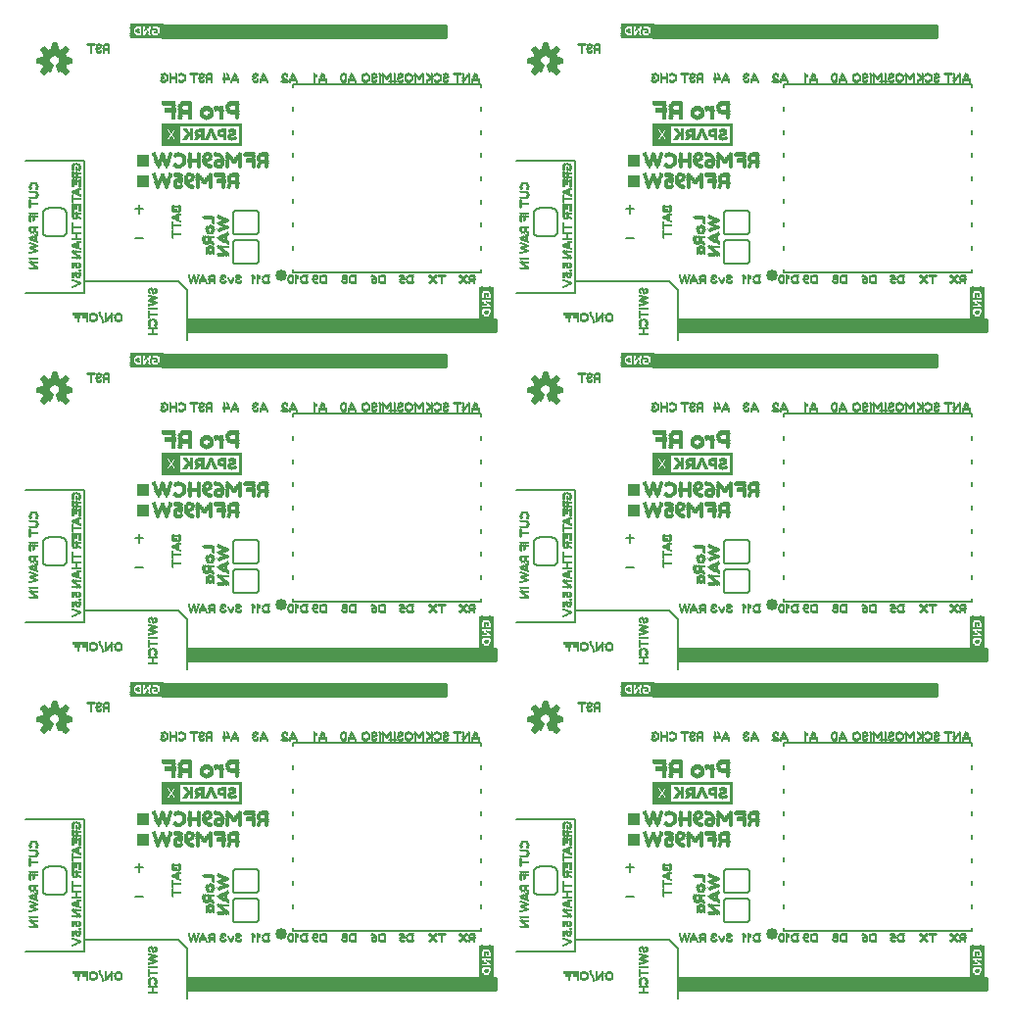
<source format=gbo>
G75*
%MOIN*%
%OFA0B0*%
%FSLAX25Y25*%
%IPPOS*%
%LPD*%
%AMOC8*
5,1,8,0,0,1.08239X$1,22.5*
%
%ADD10C,0.00800*%
%ADD11C,0.01000*%
%ADD12C,0.00600*%
%ADD13C,0.00039*%
%ADD14R,0.02126X0.00236*%
%ADD15R,0.03780X0.00236*%
%ADD16R,0.03543X0.00236*%
%ADD17R,0.04724X0.00236*%
%ADD18R,0.04016X0.00236*%
%ADD19R,0.04961X0.00236*%
%ADD20R,0.04252X0.00236*%
%ADD21R,0.04488X0.00236*%
%ADD22R,0.01417X0.00236*%
%ADD23R,0.01890X0.00236*%
%ADD24R,0.00472X0.00236*%
%ADD25R,0.01654X0.00236*%
%ADD26R,0.01181X0.00236*%
%ADD27R,0.02835X0.00236*%
%ADD28R,0.03307X0.00236*%
%ADD29R,0.03071X0.00236*%
%ADD30R,0.00945X0.00236*%
%ADD31R,0.00236X0.00236*%
%ADD32R,0.00118X0.01299*%
%ADD33R,0.00118X0.00118*%
%ADD34R,0.00118X0.02480*%
%ADD35R,0.00118X0.02598*%
%ADD36R,0.00157X0.01890*%
%ADD37R,0.00157X0.00591*%
%ADD38R,0.00157X0.02953*%
%ADD39R,0.00118X0.02008*%
%ADD40R,0.00118X0.00709*%
%ADD41R,0.00118X0.02953*%
%ADD42R,0.00118X0.02126*%
%ADD43R,0.00118X0.00827*%
%ADD44R,0.00118X0.03071*%
%ADD45R,0.00118X0.02244*%
%ADD46R,0.00118X0.00945*%
%ADD47R,0.00157X0.02362*%
%ADD48R,0.00157X0.01063*%
%ADD49R,0.00157X0.02717*%
%ADD50R,0.00157X0.02835*%
%ADD51R,0.00118X0.02362*%
%ADD52R,0.00118X0.01181*%
%ADD53R,0.00118X0.01417*%
%ADD54R,0.00157X0.00709*%
%ADD55R,0.00157X0.00827*%
%ADD56R,0.00157X0.01535*%
%ADD57R,0.00118X0.01063*%
%ADD58R,0.00118X0.01654*%
%ADD59R,0.00118X0.01772*%
%ADD60R,0.00157X0.01181*%
%ADD61R,0.00157X0.00945*%
%ADD62R,0.00157X0.02480*%
%ADD63R,0.00118X0.02717*%
%ADD64R,0.00118X0.02835*%
%ADD65R,0.00157X0.02008*%
%ADD66R,0.00118X0.00591*%
%ADD67R,0.00118X0.00472*%
%ADD68R,0.00118X0.00236*%
%ADD69R,0.00118X0.01890*%
%ADD70R,0.00118X0.00354*%
%ADD71R,0.00157X0.01299*%
%ADD72R,0.00157X0.01772*%
%ADD73R,0.00157X0.00472*%
%ADD74R,0.00157X0.02244*%
%ADD75R,0.00157X0.01417*%
%ADD76R,0.00118X0.01535*%
%ADD77R,0.00157X0.03307*%
%ADD78R,0.00118X0.03307*%
%ADD79R,0.00157X0.02126*%
%ADD80R,0.00157X0.01654*%
%ADD81R,0.00157X0.03071*%
%ADD82R,0.00157X0.00118*%
%ADD83R,0.01181X0.00118*%
%ADD84R,0.00827X0.00118*%
%ADD85R,0.02598X0.00118*%
%ADD86R,0.01772X0.00157*%
%ADD87R,0.01299X0.00157*%
%ADD88R,0.02953X0.00157*%
%ADD89R,0.02008X0.00118*%
%ADD90R,0.01654X0.00118*%
%ADD91R,0.03071X0.00118*%
%ADD92R,0.02126X0.00118*%
%ADD93R,0.01772X0.00118*%
%ADD94R,0.02244X0.00118*%
%ADD95R,0.02953X0.00118*%
%ADD96R,0.02244X0.00157*%
%ADD97R,0.01890X0.00157*%
%ADD98R,0.02835X0.00157*%
%ADD99R,0.02362X0.00118*%
%ADD100R,0.00945X0.00118*%
%ADD101R,0.00709X0.00118*%
%ADD102R,0.00472X0.00118*%
%ADD103R,0.00827X0.00157*%
%ADD104R,0.00945X0.00157*%
%ADD105R,0.01535X0.00118*%
%ADD106R,0.02362X0.00157*%
%ADD107R,0.02126X0.00157*%
%ADD108R,0.00354X0.00118*%
%ADD109R,0.00591X0.00118*%
%ADD110R,0.00709X0.00157*%
%ADD111R,0.01535X0.00157*%
%ADD112R,0.01063X0.00118*%
%ADD113R,0.11457X0.00118*%
%ADD114R,0.11457X0.00079*%
%ADD115R,0.11457X0.00157*%
%ADD116R,0.02480X0.00118*%
%ADD117R,0.08268X0.00118*%
%ADD118R,0.01417X0.00157*%
%ADD119R,0.00472X0.00157*%
%ADD120R,0.01890X0.00118*%
%ADD121R,0.01654X0.00157*%
%ADD122R,0.00354X0.00157*%
%ADD123R,0.01417X0.00118*%
%ADD124R,0.00591X0.00157*%
%ADD125R,0.01299X0.00118*%
%ADD126R,0.00118X0.00157*%
%ADD127R,0.00236X0.00157*%
%ADD128R,0.01181X0.00157*%
%ADD129R,0.00236X0.00118*%
%ADD130R,0.01063X0.00157*%
%ADD131R,0.00472X0.00079*%
%ADD132R,0.02480X0.00157*%
%ADD133R,0.02598X0.00157*%
%ADD134R,0.02717X0.00118*%
%ADD135R,0.02008X0.00157*%
%ADD136R,0.02835X0.00118*%
%ADD137R,0.03425X0.00118*%
%ADD138C,0.00591*%
%ADD139R,0.00118X0.11457*%
%ADD140R,0.00079X0.11457*%
%ADD141R,0.00157X0.11457*%
%ADD142R,0.00118X0.08268*%
%ADD143R,0.00157X0.00354*%
%ADD144R,0.00157X0.00236*%
%ADD145R,0.01969X0.00197*%
%ADD146R,0.03150X0.00197*%
%ADD147R,0.00197X0.00197*%
%ADD148R,0.00394X0.00197*%
%ADD149R,0.01181X0.00197*%
%ADD150R,0.00984X0.00197*%
%ADD151R,0.02953X0.00197*%
%ADD152R,0.03937X0.00197*%
%ADD153R,0.01772X0.00197*%
%ADD154R,0.02165X0.00197*%
%ADD155R,0.03346X0.00197*%
%ADD156R,0.01378X0.00197*%
%ADD157R,0.02559X0.00197*%
%ADD158R,0.03543X0.00197*%
%ADD159R,0.04134X0.00197*%
%ADD160R,0.01575X0.00197*%
%ADD161R,0.02362X0.00197*%
%ADD162R,0.03740X0.00197*%
%ADD163R,0.04331X0.00197*%
%ADD164R,0.02756X0.00197*%
%ADD165R,0.05512X0.00197*%
%ADD166R,0.04528X0.00197*%
%ADD167R,0.03740X0.00236*%
%ADD168R,0.03150X0.00236*%
%ADD169R,0.01969X0.00236*%
%ADD170R,0.02756X0.00236*%
%ADD171R,0.04528X0.00236*%
%ADD172R,0.01378X0.00236*%
%ADD173R,0.02559X0.00236*%
%ADD174R,0.04331X0.00236*%
%ADD175R,0.00787X0.00197*%
%ADD176R,0.00591X0.00197*%
%ADD177R,0.01772X0.00236*%
%ADD178R,0.02362X0.00236*%
%ADD179R,0.02165X0.00236*%
%ADD180R,0.00984X0.00236*%
%ADD181R,0.05709X0.00197*%
%ADD182R,0.03937X0.00236*%
%ADD183R,0.03346X0.00236*%
%ADD184R,0.04134X0.00236*%
%ADD185C,0.04000*%
%ADD186R,0.00157X0.00315*%
%ADD187R,0.00157X0.01575*%
%ADD188R,0.00157X0.02677*%
%ADD189R,0.00157X0.01102*%
%ADD190R,0.00157X0.02992*%
%ADD191R,0.00157X0.03150*%
%ADD192R,0.00157X0.01260*%
%ADD193R,0.00157X0.00787*%
%ADD194R,0.00157X0.02520*%
%ADD195R,0.00157X0.02205*%
%ADD196R,0.00157X0.00630*%
%ADD197R,0.00157X0.00157*%
%ADD198R,0.00157X0.01732*%
%ADD199R,0.00157X0.02047*%
%ADD200R,0.00157X0.04409*%
%ADD201R,0.00157X0.03622*%
%ADD202R,0.00157X0.03937*%
D10*
X0033750Y0044500D02*
X0053750Y0044500D01*
X0053750Y0048500D01*
X0085750Y0048500D01*
X0088750Y0045500D01*
X0088750Y0028500D01*
X0053750Y0048500D02*
X0053750Y0089500D01*
X0033750Y0089500D01*
X0071050Y0073033D02*
X0073850Y0073033D01*
X0072450Y0071633D02*
X0072450Y0074433D01*
X0073850Y0063033D02*
X0071050Y0063033D01*
X0124754Y0060563D02*
X0124754Y0059263D01*
X0124754Y0052559D02*
X0124754Y0051504D01*
X0188746Y0051504D01*
X0188746Y0052559D01*
X0188746Y0059193D02*
X0188746Y0060493D01*
X0188746Y0067067D02*
X0188746Y0068367D01*
X0188746Y0074941D02*
X0188746Y0076241D01*
X0188746Y0082815D02*
X0188746Y0084115D01*
X0188746Y0090689D02*
X0188746Y0091989D01*
X0188746Y0098563D02*
X0188746Y0099863D01*
X0188746Y0106437D02*
X0188746Y0107737D01*
X0188746Y0114441D02*
X0188746Y0115496D01*
X0124754Y0115496D01*
X0124754Y0114441D01*
X0124754Y0107807D02*
X0124754Y0106507D01*
X0124754Y0099933D02*
X0124754Y0098633D01*
X0124754Y0092059D02*
X0124754Y0090759D01*
X0124754Y0084185D02*
X0124754Y0082885D01*
X0124754Y0076311D02*
X0124754Y0075011D01*
X0124754Y0068437D02*
X0124754Y0067137D01*
X0157350Y0116600D02*
X0160050Y0116600D01*
X0200750Y0089500D02*
X0220750Y0089500D01*
X0220750Y0048500D01*
X0252750Y0048500D01*
X0255750Y0045500D01*
X0255750Y0028500D01*
X0220750Y0044500D02*
X0200750Y0044500D01*
X0220750Y0044500D02*
X0220750Y0048500D01*
X0238050Y0063033D02*
X0240850Y0063033D01*
X0239450Y0071633D02*
X0239450Y0074433D01*
X0240850Y0073033D02*
X0238050Y0073033D01*
X0291754Y0075011D02*
X0291754Y0076311D01*
X0291754Y0082885D02*
X0291754Y0084185D01*
X0291754Y0090759D02*
X0291754Y0092059D01*
X0291754Y0098633D02*
X0291754Y0099933D01*
X0291754Y0106507D02*
X0291754Y0107807D01*
X0291754Y0114441D02*
X0291754Y0115496D01*
X0355746Y0115496D01*
X0355746Y0114441D01*
X0355746Y0107737D02*
X0355746Y0106437D01*
X0355746Y0099863D02*
X0355746Y0098563D01*
X0355746Y0091989D02*
X0355746Y0090689D01*
X0355746Y0084115D02*
X0355746Y0082815D01*
X0355746Y0076241D02*
X0355746Y0074941D01*
X0355746Y0068367D02*
X0355746Y0067067D01*
X0355746Y0060493D02*
X0355746Y0059193D01*
X0355746Y0052559D02*
X0355746Y0051504D01*
X0291754Y0051504D01*
X0291754Y0052559D01*
X0291754Y0059263D02*
X0291754Y0060563D01*
X0291754Y0067137D02*
X0291754Y0068437D01*
X0324350Y0116600D02*
X0327050Y0116600D01*
X0355746Y0163504D02*
X0291754Y0163504D01*
X0291754Y0164559D01*
X0291754Y0171263D02*
X0291754Y0172563D01*
X0291754Y0179137D02*
X0291754Y0180437D01*
X0291754Y0187011D02*
X0291754Y0188311D01*
X0291754Y0194885D02*
X0291754Y0196185D01*
X0291754Y0202759D02*
X0291754Y0204059D01*
X0291754Y0210633D02*
X0291754Y0211933D01*
X0291754Y0218507D02*
X0291754Y0219807D01*
X0291754Y0226441D02*
X0291754Y0227496D01*
X0355746Y0227496D01*
X0355746Y0226441D01*
X0355746Y0219737D02*
X0355746Y0218437D01*
X0355746Y0211863D02*
X0355746Y0210563D01*
X0355746Y0203989D02*
X0355746Y0202689D01*
X0355746Y0196115D02*
X0355746Y0194815D01*
X0355746Y0188241D02*
X0355746Y0186941D01*
X0355746Y0180367D02*
X0355746Y0179067D01*
X0355746Y0172493D02*
X0355746Y0171193D01*
X0355746Y0164559D02*
X0355746Y0163504D01*
X0327050Y0228600D02*
X0324350Y0228600D01*
X0355746Y0275504D02*
X0291754Y0275504D01*
X0291754Y0276559D01*
X0291754Y0283263D02*
X0291754Y0284563D01*
X0291754Y0291137D02*
X0291754Y0292437D01*
X0291754Y0299011D02*
X0291754Y0300311D01*
X0291754Y0306885D02*
X0291754Y0308185D01*
X0291754Y0314759D02*
X0291754Y0316059D01*
X0291754Y0322633D02*
X0291754Y0323933D01*
X0291754Y0330507D02*
X0291754Y0331807D01*
X0291754Y0338441D02*
X0291754Y0339496D01*
X0355746Y0339496D01*
X0355746Y0338441D01*
X0355746Y0331737D02*
X0355746Y0330437D01*
X0355746Y0323863D02*
X0355746Y0322563D01*
X0355746Y0315989D02*
X0355746Y0314689D01*
X0355746Y0308115D02*
X0355746Y0306815D01*
X0355746Y0300241D02*
X0355746Y0298941D01*
X0355746Y0292367D02*
X0355746Y0291067D01*
X0355746Y0284493D02*
X0355746Y0283193D01*
X0355746Y0276559D02*
X0355746Y0275504D01*
X0327050Y0340600D02*
X0324350Y0340600D01*
X0240850Y0297033D02*
X0238050Y0297033D01*
X0239450Y0295633D02*
X0239450Y0298433D01*
X0240850Y0287033D02*
X0238050Y0287033D01*
X0252750Y0272500D02*
X0220750Y0272500D01*
X0220750Y0268500D01*
X0200750Y0268500D01*
X0188746Y0275504D02*
X0188746Y0276559D01*
X0188746Y0275504D02*
X0124754Y0275504D01*
X0124754Y0276559D01*
X0124754Y0283263D02*
X0124754Y0284563D01*
X0124754Y0291137D02*
X0124754Y0292437D01*
X0124754Y0299011D02*
X0124754Y0300311D01*
X0124754Y0306885D02*
X0124754Y0308185D01*
X0124754Y0314759D02*
X0124754Y0316059D01*
X0124754Y0322633D02*
X0124754Y0323933D01*
X0124754Y0330507D02*
X0124754Y0331807D01*
X0124754Y0338441D02*
X0124754Y0339496D01*
X0188746Y0339496D01*
X0188746Y0338441D01*
X0188746Y0331737D02*
X0188746Y0330437D01*
X0188746Y0323863D02*
X0188746Y0322563D01*
X0188746Y0315989D02*
X0188746Y0314689D01*
X0188746Y0308115D02*
X0188746Y0306815D01*
X0188746Y0300241D02*
X0188746Y0298941D01*
X0188746Y0292367D02*
X0188746Y0291067D01*
X0188746Y0284493D02*
X0188746Y0283193D01*
X0220750Y0272500D02*
X0220750Y0313500D01*
X0200750Y0313500D01*
X0160050Y0340600D02*
X0157350Y0340600D01*
X0073850Y0297033D02*
X0071050Y0297033D01*
X0072450Y0295633D02*
X0072450Y0298433D01*
X0073850Y0287033D02*
X0071050Y0287033D01*
X0085750Y0272500D02*
X0053750Y0272500D01*
X0053750Y0268500D01*
X0033750Y0268500D01*
X0053750Y0272500D02*
X0053750Y0313500D01*
X0033750Y0313500D01*
X0085750Y0272500D02*
X0088750Y0269500D01*
X0088750Y0252500D01*
X0124754Y0227496D02*
X0124754Y0226441D01*
X0124754Y0227496D02*
X0188746Y0227496D01*
X0188746Y0226441D01*
X0188746Y0219737D02*
X0188746Y0218437D01*
X0188746Y0211863D02*
X0188746Y0210563D01*
X0188746Y0203989D02*
X0188746Y0202689D01*
X0188746Y0196115D02*
X0188746Y0194815D01*
X0188746Y0188241D02*
X0188746Y0186941D01*
X0188746Y0180367D02*
X0188746Y0179067D01*
X0188746Y0172493D02*
X0188746Y0171193D01*
X0188746Y0164559D02*
X0188746Y0163504D01*
X0124754Y0163504D01*
X0124754Y0164559D01*
X0124754Y0171263D02*
X0124754Y0172563D01*
X0124754Y0179137D02*
X0124754Y0180437D01*
X0124754Y0187011D02*
X0124754Y0188311D01*
X0124754Y0194885D02*
X0124754Y0196185D01*
X0124754Y0202759D02*
X0124754Y0204059D01*
X0124754Y0210633D02*
X0124754Y0211933D01*
X0124754Y0218507D02*
X0124754Y0219807D01*
X0157350Y0228600D02*
X0160050Y0228600D01*
X0200750Y0201500D02*
X0220750Y0201500D01*
X0220750Y0160500D01*
X0252750Y0160500D01*
X0255750Y0157500D01*
X0255750Y0140500D01*
X0220750Y0156500D02*
X0200750Y0156500D01*
X0220750Y0156500D02*
X0220750Y0160500D01*
X0238050Y0175033D02*
X0240850Y0175033D01*
X0239450Y0183633D02*
X0239450Y0186433D01*
X0240850Y0185033D02*
X0238050Y0185033D01*
X0255750Y0252500D02*
X0255750Y0269500D01*
X0252750Y0272500D01*
X0088750Y0157500D02*
X0088750Y0140500D01*
X0088750Y0157500D02*
X0085750Y0160500D01*
X0053750Y0160500D01*
X0053750Y0156500D01*
X0033750Y0156500D01*
X0053750Y0160500D02*
X0053750Y0201500D01*
X0033750Y0201500D01*
X0071050Y0185033D02*
X0073850Y0185033D01*
X0072450Y0183633D02*
X0072450Y0186433D01*
X0073850Y0175033D02*
X0071050Y0175033D01*
D11*
X0088750Y0147500D02*
X0088750Y0143500D01*
X0188250Y0143500D01*
X0188250Y0147500D01*
X0088750Y0147500D01*
X0088750Y0147323D02*
X0188250Y0147323D01*
X0188250Y0146324D02*
X0088750Y0146324D01*
X0088750Y0145326D02*
X0188250Y0145326D01*
X0188250Y0144327D02*
X0088750Y0144327D01*
X0094250Y0144327D02*
X0193750Y0144327D01*
X0193750Y0143500D02*
X0193750Y0147500D01*
X0094250Y0147500D01*
X0094250Y0143500D01*
X0193750Y0143500D01*
X0193750Y0145326D02*
X0094250Y0145326D01*
X0094250Y0146324D02*
X0193750Y0146324D01*
X0193750Y0147323D02*
X0094250Y0147323D01*
X0080250Y0135500D02*
X0080250Y0131500D01*
X0176750Y0131500D01*
X0176750Y0135500D01*
X0080250Y0135500D01*
X0080250Y0135341D02*
X0176750Y0135341D01*
X0176750Y0134342D02*
X0080250Y0134342D01*
X0080250Y0133344D02*
X0176750Y0133344D01*
X0176750Y0132345D02*
X0080250Y0132345D01*
X0088750Y0035500D02*
X0088750Y0031500D01*
X0188250Y0031500D01*
X0188250Y0035500D01*
X0088750Y0035500D01*
X0088750Y0035490D02*
X0188250Y0035490D01*
X0188250Y0034491D02*
X0088750Y0034491D01*
X0088750Y0033493D02*
X0188250Y0033493D01*
X0188250Y0032494D02*
X0088750Y0032494D01*
X0094250Y0032494D02*
X0193750Y0032494D01*
X0193750Y0031500D02*
X0193750Y0035500D01*
X0094250Y0035500D01*
X0094250Y0031500D01*
X0193750Y0031500D01*
X0193750Y0033493D02*
X0094250Y0033493D01*
X0094250Y0034491D02*
X0193750Y0034491D01*
X0193750Y0035490D02*
X0094250Y0035490D01*
X0247250Y0131500D02*
X0343750Y0131500D01*
X0343750Y0135500D01*
X0247250Y0135500D01*
X0247250Y0131500D01*
X0247250Y0132345D02*
X0343750Y0132345D01*
X0343750Y0133344D02*
X0247250Y0133344D01*
X0247250Y0134342D02*
X0343750Y0134342D01*
X0343750Y0135341D02*
X0247250Y0135341D01*
X0255750Y0143500D02*
X0355250Y0143500D01*
X0355250Y0147500D01*
X0255750Y0147500D01*
X0255750Y0143500D01*
X0255750Y0144327D02*
X0355250Y0144327D01*
X0355250Y0145326D02*
X0255750Y0145326D01*
X0255750Y0146324D02*
X0355250Y0146324D01*
X0355250Y0147323D02*
X0255750Y0147323D01*
X0261250Y0147323D02*
X0360750Y0147323D01*
X0360750Y0147500D02*
X0360750Y0143500D01*
X0261250Y0143500D01*
X0261250Y0147500D01*
X0360750Y0147500D01*
X0360750Y0146324D02*
X0261250Y0146324D01*
X0261250Y0145326D02*
X0360750Y0145326D01*
X0360750Y0144327D02*
X0261250Y0144327D01*
X0247250Y0243500D02*
X0343750Y0243500D01*
X0343750Y0247500D01*
X0247250Y0247500D01*
X0247250Y0243500D01*
X0247250Y0244178D02*
X0343750Y0244178D01*
X0343750Y0245177D02*
X0247250Y0245177D01*
X0247250Y0246175D02*
X0343750Y0246175D01*
X0343750Y0247174D02*
X0247250Y0247174D01*
X0255750Y0255500D02*
X0355250Y0255500D01*
X0355250Y0259500D01*
X0255750Y0259500D01*
X0255750Y0255500D01*
X0255750Y0256161D02*
X0355250Y0256161D01*
X0355250Y0257159D02*
X0255750Y0257159D01*
X0255750Y0258158D02*
X0355250Y0258158D01*
X0355250Y0259156D02*
X0255750Y0259156D01*
X0261250Y0259156D02*
X0360750Y0259156D01*
X0360750Y0259500D02*
X0360750Y0255500D01*
X0261250Y0255500D01*
X0261250Y0259500D01*
X0360750Y0259500D01*
X0360750Y0258158D02*
X0261250Y0258158D01*
X0261250Y0257159D02*
X0360750Y0257159D01*
X0360750Y0256161D02*
X0261250Y0256161D01*
X0193750Y0256161D02*
X0094250Y0256161D01*
X0094250Y0255500D02*
X0193750Y0255500D01*
X0193750Y0259500D01*
X0094250Y0259500D01*
X0094250Y0255500D01*
X0094250Y0257159D02*
X0193750Y0257159D01*
X0193750Y0258158D02*
X0094250Y0258158D01*
X0094250Y0259156D02*
X0193750Y0259156D01*
X0188250Y0259156D02*
X0088750Y0259156D01*
X0088750Y0259500D02*
X0088750Y0255500D01*
X0188250Y0255500D01*
X0188250Y0259500D01*
X0088750Y0259500D01*
X0088750Y0258158D02*
X0188250Y0258158D01*
X0188250Y0257159D02*
X0088750Y0257159D01*
X0088750Y0256161D02*
X0188250Y0256161D01*
X0176750Y0247500D02*
X0176750Y0243500D01*
X0080250Y0243500D01*
X0080250Y0247500D01*
X0176750Y0247500D01*
X0176750Y0247174D02*
X0080250Y0247174D01*
X0080250Y0246175D02*
X0176750Y0246175D01*
X0176750Y0245177D02*
X0080250Y0245177D01*
X0080250Y0244178D02*
X0176750Y0244178D01*
X0176750Y0355500D02*
X0080250Y0355500D01*
X0080250Y0359500D01*
X0176750Y0359500D01*
X0176750Y0355500D01*
X0176750Y0356012D02*
X0080250Y0356012D01*
X0080250Y0357010D02*
X0176750Y0357010D01*
X0176750Y0358009D02*
X0080250Y0358009D01*
X0080250Y0359007D02*
X0176750Y0359007D01*
X0247250Y0359007D02*
X0343750Y0359007D01*
X0343750Y0359500D02*
X0343750Y0355500D01*
X0247250Y0355500D01*
X0247250Y0359500D01*
X0343750Y0359500D01*
X0343750Y0358009D02*
X0247250Y0358009D01*
X0247250Y0357010D02*
X0343750Y0357010D01*
X0343750Y0356012D02*
X0247250Y0356012D01*
X0255750Y0035500D02*
X0255750Y0031500D01*
X0355250Y0031500D01*
X0355250Y0035500D01*
X0255750Y0035500D01*
X0255750Y0035490D02*
X0355250Y0035490D01*
X0355250Y0034491D02*
X0255750Y0034491D01*
X0255750Y0033493D02*
X0355250Y0033493D01*
X0355250Y0032494D02*
X0255750Y0032494D01*
X0261250Y0032494D02*
X0360750Y0032494D01*
X0360750Y0031500D02*
X0360750Y0035500D01*
X0261250Y0035500D01*
X0261250Y0031500D01*
X0360750Y0031500D01*
X0360750Y0033493D02*
X0261250Y0033493D01*
X0261250Y0034491D02*
X0360750Y0034491D01*
X0360750Y0035490D02*
X0261250Y0035490D01*
D12*
X0272350Y0054500D02*
X0279150Y0054500D01*
X0279210Y0054502D01*
X0279271Y0054507D01*
X0279330Y0054516D01*
X0279389Y0054529D01*
X0279448Y0054545D01*
X0279505Y0054565D01*
X0279560Y0054588D01*
X0279615Y0054615D01*
X0279667Y0054644D01*
X0279718Y0054677D01*
X0279767Y0054713D01*
X0279813Y0054751D01*
X0279857Y0054793D01*
X0279899Y0054837D01*
X0279937Y0054883D01*
X0279973Y0054932D01*
X0280006Y0054983D01*
X0280035Y0055035D01*
X0280062Y0055090D01*
X0280085Y0055145D01*
X0280105Y0055202D01*
X0280121Y0055261D01*
X0280134Y0055320D01*
X0280143Y0055379D01*
X0280148Y0055440D01*
X0280150Y0055500D01*
X0280150Y0061500D01*
X0280148Y0061560D01*
X0280143Y0061621D01*
X0280134Y0061680D01*
X0280121Y0061739D01*
X0280105Y0061798D01*
X0280085Y0061855D01*
X0280062Y0061910D01*
X0280035Y0061965D01*
X0280006Y0062017D01*
X0279973Y0062068D01*
X0279937Y0062117D01*
X0279899Y0062163D01*
X0279857Y0062207D01*
X0279813Y0062249D01*
X0279767Y0062287D01*
X0279718Y0062323D01*
X0279667Y0062356D01*
X0279615Y0062385D01*
X0279560Y0062412D01*
X0279505Y0062435D01*
X0279448Y0062455D01*
X0279389Y0062471D01*
X0279330Y0062484D01*
X0279271Y0062493D01*
X0279210Y0062498D01*
X0279150Y0062500D01*
X0272350Y0062500D01*
X0272290Y0062498D01*
X0272229Y0062493D01*
X0272170Y0062484D01*
X0272111Y0062471D01*
X0272052Y0062455D01*
X0271995Y0062435D01*
X0271940Y0062412D01*
X0271885Y0062385D01*
X0271833Y0062356D01*
X0271782Y0062323D01*
X0271733Y0062287D01*
X0271687Y0062249D01*
X0271643Y0062207D01*
X0271601Y0062163D01*
X0271563Y0062117D01*
X0271527Y0062068D01*
X0271494Y0062017D01*
X0271465Y0061965D01*
X0271438Y0061910D01*
X0271415Y0061855D01*
X0271395Y0061798D01*
X0271379Y0061739D01*
X0271366Y0061680D01*
X0271357Y0061621D01*
X0271352Y0061560D01*
X0271350Y0061500D01*
X0271350Y0055500D01*
X0271352Y0055440D01*
X0271357Y0055379D01*
X0271366Y0055320D01*
X0271379Y0055261D01*
X0271395Y0055202D01*
X0271415Y0055145D01*
X0271438Y0055090D01*
X0271465Y0055035D01*
X0271494Y0054983D01*
X0271527Y0054932D01*
X0271563Y0054883D01*
X0271601Y0054837D01*
X0271643Y0054793D01*
X0271687Y0054751D01*
X0271733Y0054713D01*
X0271782Y0054677D01*
X0271833Y0054644D01*
X0271885Y0054615D01*
X0271940Y0054588D01*
X0271995Y0054565D01*
X0272052Y0054545D01*
X0272111Y0054529D01*
X0272170Y0054516D01*
X0272229Y0054507D01*
X0272290Y0054502D01*
X0272350Y0054500D01*
X0272350Y0064500D02*
X0279150Y0064500D01*
X0279210Y0064502D01*
X0279271Y0064507D01*
X0279330Y0064516D01*
X0279389Y0064529D01*
X0279448Y0064545D01*
X0279505Y0064565D01*
X0279560Y0064588D01*
X0279615Y0064615D01*
X0279667Y0064644D01*
X0279718Y0064677D01*
X0279767Y0064713D01*
X0279813Y0064751D01*
X0279857Y0064793D01*
X0279899Y0064837D01*
X0279937Y0064883D01*
X0279973Y0064932D01*
X0280006Y0064983D01*
X0280035Y0065035D01*
X0280062Y0065090D01*
X0280085Y0065145D01*
X0280105Y0065202D01*
X0280121Y0065261D01*
X0280134Y0065320D01*
X0280143Y0065379D01*
X0280148Y0065440D01*
X0280150Y0065500D01*
X0280150Y0071500D01*
X0280148Y0071560D01*
X0280143Y0071621D01*
X0280134Y0071680D01*
X0280121Y0071739D01*
X0280105Y0071798D01*
X0280085Y0071855D01*
X0280062Y0071910D01*
X0280035Y0071965D01*
X0280006Y0072017D01*
X0279973Y0072068D01*
X0279937Y0072117D01*
X0279899Y0072163D01*
X0279857Y0072207D01*
X0279813Y0072249D01*
X0279767Y0072287D01*
X0279718Y0072323D01*
X0279667Y0072356D01*
X0279615Y0072385D01*
X0279560Y0072412D01*
X0279505Y0072435D01*
X0279448Y0072455D01*
X0279389Y0072471D01*
X0279330Y0072484D01*
X0279271Y0072493D01*
X0279210Y0072498D01*
X0279150Y0072500D01*
X0272350Y0072500D01*
X0272290Y0072498D01*
X0272229Y0072493D01*
X0272170Y0072484D01*
X0272111Y0072471D01*
X0272052Y0072455D01*
X0271995Y0072435D01*
X0271940Y0072412D01*
X0271885Y0072385D01*
X0271833Y0072356D01*
X0271782Y0072323D01*
X0271733Y0072287D01*
X0271687Y0072249D01*
X0271643Y0072207D01*
X0271601Y0072163D01*
X0271563Y0072117D01*
X0271527Y0072068D01*
X0271494Y0072017D01*
X0271465Y0071965D01*
X0271438Y0071910D01*
X0271415Y0071855D01*
X0271395Y0071798D01*
X0271379Y0071739D01*
X0271366Y0071680D01*
X0271357Y0071621D01*
X0271352Y0071560D01*
X0271350Y0071500D01*
X0271350Y0065500D01*
X0271352Y0065440D01*
X0271357Y0065379D01*
X0271366Y0065320D01*
X0271379Y0065261D01*
X0271395Y0065202D01*
X0271415Y0065145D01*
X0271438Y0065090D01*
X0271465Y0065035D01*
X0271494Y0064983D01*
X0271527Y0064932D01*
X0271563Y0064883D01*
X0271601Y0064837D01*
X0271643Y0064793D01*
X0271687Y0064751D01*
X0271733Y0064713D01*
X0271782Y0064677D01*
X0271833Y0064644D01*
X0271885Y0064615D01*
X0271940Y0064588D01*
X0271995Y0064565D01*
X0272052Y0064545D01*
X0272111Y0064529D01*
X0272170Y0064516D01*
X0272229Y0064507D01*
X0272290Y0064502D01*
X0272350Y0064500D01*
X0214750Y0065500D02*
X0214750Y0071500D01*
X0214748Y0071583D01*
X0214742Y0071666D01*
X0214733Y0071749D01*
X0214719Y0071831D01*
X0214702Y0071912D01*
X0214681Y0071993D01*
X0214657Y0072072D01*
X0214628Y0072150D01*
X0214597Y0072227D01*
X0214561Y0072302D01*
X0214523Y0072376D01*
X0214480Y0072448D01*
X0214435Y0072517D01*
X0214386Y0072585D01*
X0214335Y0072650D01*
X0214280Y0072713D01*
X0214223Y0072773D01*
X0214163Y0072830D01*
X0214100Y0072885D01*
X0214035Y0072936D01*
X0213967Y0072985D01*
X0213898Y0073030D01*
X0213826Y0073073D01*
X0213752Y0073111D01*
X0213677Y0073147D01*
X0213600Y0073178D01*
X0213522Y0073207D01*
X0213443Y0073231D01*
X0213362Y0073252D01*
X0213281Y0073269D01*
X0213199Y0073283D01*
X0213116Y0073292D01*
X0213033Y0073298D01*
X0212950Y0073300D01*
X0208550Y0073300D01*
X0208467Y0073298D01*
X0208384Y0073292D01*
X0208301Y0073283D01*
X0208219Y0073269D01*
X0208138Y0073252D01*
X0208057Y0073231D01*
X0207978Y0073207D01*
X0207900Y0073178D01*
X0207823Y0073147D01*
X0207748Y0073111D01*
X0207674Y0073073D01*
X0207602Y0073030D01*
X0207533Y0072985D01*
X0207465Y0072936D01*
X0207400Y0072885D01*
X0207337Y0072830D01*
X0207277Y0072773D01*
X0207220Y0072713D01*
X0207165Y0072650D01*
X0207114Y0072585D01*
X0207065Y0072517D01*
X0207020Y0072448D01*
X0206977Y0072376D01*
X0206939Y0072302D01*
X0206903Y0072227D01*
X0206872Y0072150D01*
X0206843Y0072072D01*
X0206819Y0071993D01*
X0206798Y0071912D01*
X0206781Y0071831D01*
X0206767Y0071749D01*
X0206758Y0071666D01*
X0206752Y0071583D01*
X0206750Y0071500D01*
X0206750Y0065500D01*
X0206752Y0065417D01*
X0206758Y0065334D01*
X0206767Y0065251D01*
X0206781Y0065169D01*
X0206798Y0065088D01*
X0206819Y0065007D01*
X0206843Y0064928D01*
X0206872Y0064850D01*
X0206903Y0064773D01*
X0206939Y0064698D01*
X0206977Y0064624D01*
X0207020Y0064552D01*
X0207065Y0064483D01*
X0207114Y0064415D01*
X0207165Y0064350D01*
X0207220Y0064287D01*
X0207277Y0064227D01*
X0207337Y0064170D01*
X0207400Y0064115D01*
X0207465Y0064064D01*
X0207533Y0064015D01*
X0207602Y0063970D01*
X0207674Y0063927D01*
X0207748Y0063889D01*
X0207823Y0063853D01*
X0207900Y0063822D01*
X0207978Y0063793D01*
X0208057Y0063769D01*
X0208138Y0063748D01*
X0208219Y0063731D01*
X0208301Y0063717D01*
X0208384Y0063708D01*
X0208467Y0063702D01*
X0208550Y0063700D01*
X0212950Y0063700D01*
X0213033Y0063702D01*
X0213116Y0063708D01*
X0213199Y0063717D01*
X0213281Y0063731D01*
X0213362Y0063748D01*
X0213443Y0063769D01*
X0213522Y0063793D01*
X0213600Y0063822D01*
X0213677Y0063853D01*
X0213752Y0063889D01*
X0213826Y0063927D01*
X0213898Y0063970D01*
X0213967Y0064015D01*
X0214035Y0064064D01*
X0214100Y0064115D01*
X0214163Y0064170D01*
X0214223Y0064227D01*
X0214280Y0064287D01*
X0214335Y0064350D01*
X0214386Y0064415D01*
X0214435Y0064483D01*
X0214480Y0064552D01*
X0214523Y0064624D01*
X0214561Y0064698D01*
X0214597Y0064773D01*
X0214628Y0064850D01*
X0214657Y0064928D01*
X0214681Y0065007D01*
X0214702Y0065088D01*
X0214719Y0065169D01*
X0214733Y0065251D01*
X0214742Y0065334D01*
X0214748Y0065417D01*
X0214750Y0065500D01*
X0113150Y0065500D02*
X0113150Y0071500D01*
X0113148Y0071560D01*
X0113143Y0071621D01*
X0113134Y0071680D01*
X0113121Y0071739D01*
X0113105Y0071798D01*
X0113085Y0071855D01*
X0113062Y0071910D01*
X0113035Y0071965D01*
X0113006Y0072017D01*
X0112973Y0072068D01*
X0112937Y0072117D01*
X0112899Y0072163D01*
X0112857Y0072207D01*
X0112813Y0072249D01*
X0112767Y0072287D01*
X0112718Y0072323D01*
X0112667Y0072356D01*
X0112615Y0072385D01*
X0112560Y0072412D01*
X0112505Y0072435D01*
X0112448Y0072455D01*
X0112389Y0072471D01*
X0112330Y0072484D01*
X0112271Y0072493D01*
X0112210Y0072498D01*
X0112150Y0072500D01*
X0105350Y0072500D01*
X0105290Y0072498D01*
X0105229Y0072493D01*
X0105170Y0072484D01*
X0105111Y0072471D01*
X0105052Y0072455D01*
X0104995Y0072435D01*
X0104940Y0072412D01*
X0104885Y0072385D01*
X0104833Y0072356D01*
X0104782Y0072323D01*
X0104733Y0072287D01*
X0104687Y0072249D01*
X0104643Y0072207D01*
X0104601Y0072163D01*
X0104563Y0072117D01*
X0104527Y0072068D01*
X0104494Y0072017D01*
X0104465Y0071965D01*
X0104438Y0071910D01*
X0104415Y0071855D01*
X0104395Y0071798D01*
X0104379Y0071739D01*
X0104366Y0071680D01*
X0104357Y0071621D01*
X0104352Y0071560D01*
X0104350Y0071500D01*
X0104350Y0065500D01*
X0104352Y0065440D01*
X0104357Y0065379D01*
X0104366Y0065320D01*
X0104379Y0065261D01*
X0104395Y0065202D01*
X0104415Y0065145D01*
X0104438Y0065090D01*
X0104465Y0065035D01*
X0104494Y0064983D01*
X0104527Y0064932D01*
X0104563Y0064883D01*
X0104601Y0064837D01*
X0104643Y0064793D01*
X0104687Y0064751D01*
X0104733Y0064713D01*
X0104782Y0064677D01*
X0104833Y0064644D01*
X0104885Y0064615D01*
X0104940Y0064588D01*
X0104995Y0064565D01*
X0105052Y0064545D01*
X0105111Y0064529D01*
X0105170Y0064516D01*
X0105229Y0064507D01*
X0105290Y0064502D01*
X0105350Y0064500D01*
X0112150Y0064500D01*
X0112210Y0064502D01*
X0112271Y0064507D01*
X0112330Y0064516D01*
X0112389Y0064529D01*
X0112448Y0064545D01*
X0112505Y0064565D01*
X0112560Y0064588D01*
X0112615Y0064615D01*
X0112667Y0064644D01*
X0112718Y0064677D01*
X0112767Y0064713D01*
X0112813Y0064751D01*
X0112857Y0064793D01*
X0112899Y0064837D01*
X0112937Y0064883D01*
X0112973Y0064932D01*
X0113006Y0064983D01*
X0113035Y0065035D01*
X0113062Y0065090D01*
X0113085Y0065145D01*
X0113105Y0065202D01*
X0113121Y0065261D01*
X0113134Y0065320D01*
X0113143Y0065379D01*
X0113148Y0065440D01*
X0113150Y0065500D01*
X0112150Y0062500D02*
X0105350Y0062500D01*
X0105290Y0062498D01*
X0105229Y0062493D01*
X0105170Y0062484D01*
X0105111Y0062471D01*
X0105052Y0062455D01*
X0104995Y0062435D01*
X0104940Y0062412D01*
X0104885Y0062385D01*
X0104833Y0062356D01*
X0104782Y0062323D01*
X0104733Y0062287D01*
X0104687Y0062249D01*
X0104643Y0062207D01*
X0104601Y0062163D01*
X0104563Y0062117D01*
X0104527Y0062068D01*
X0104494Y0062017D01*
X0104465Y0061965D01*
X0104438Y0061910D01*
X0104415Y0061855D01*
X0104395Y0061798D01*
X0104379Y0061739D01*
X0104366Y0061680D01*
X0104357Y0061621D01*
X0104352Y0061560D01*
X0104350Y0061500D01*
X0104350Y0055500D01*
X0104352Y0055440D01*
X0104357Y0055379D01*
X0104366Y0055320D01*
X0104379Y0055261D01*
X0104395Y0055202D01*
X0104415Y0055145D01*
X0104438Y0055090D01*
X0104465Y0055035D01*
X0104494Y0054983D01*
X0104527Y0054932D01*
X0104563Y0054883D01*
X0104601Y0054837D01*
X0104643Y0054793D01*
X0104687Y0054751D01*
X0104733Y0054713D01*
X0104782Y0054677D01*
X0104833Y0054644D01*
X0104885Y0054615D01*
X0104940Y0054588D01*
X0104995Y0054565D01*
X0105052Y0054545D01*
X0105111Y0054529D01*
X0105170Y0054516D01*
X0105229Y0054507D01*
X0105290Y0054502D01*
X0105350Y0054500D01*
X0112150Y0054500D01*
X0112210Y0054502D01*
X0112271Y0054507D01*
X0112330Y0054516D01*
X0112389Y0054529D01*
X0112448Y0054545D01*
X0112505Y0054565D01*
X0112560Y0054588D01*
X0112615Y0054615D01*
X0112667Y0054644D01*
X0112718Y0054677D01*
X0112767Y0054713D01*
X0112813Y0054751D01*
X0112857Y0054793D01*
X0112899Y0054837D01*
X0112937Y0054883D01*
X0112973Y0054932D01*
X0113006Y0054983D01*
X0113035Y0055035D01*
X0113062Y0055090D01*
X0113085Y0055145D01*
X0113105Y0055202D01*
X0113121Y0055261D01*
X0113134Y0055320D01*
X0113143Y0055379D01*
X0113148Y0055440D01*
X0113150Y0055500D01*
X0113150Y0061500D01*
X0113148Y0061560D01*
X0113143Y0061621D01*
X0113134Y0061680D01*
X0113121Y0061739D01*
X0113105Y0061798D01*
X0113085Y0061855D01*
X0113062Y0061910D01*
X0113035Y0061965D01*
X0113006Y0062017D01*
X0112973Y0062068D01*
X0112937Y0062117D01*
X0112899Y0062163D01*
X0112857Y0062207D01*
X0112813Y0062249D01*
X0112767Y0062287D01*
X0112718Y0062323D01*
X0112667Y0062356D01*
X0112615Y0062385D01*
X0112560Y0062412D01*
X0112505Y0062435D01*
X0112448Y0062455D01*
X0112389Y0062471D01*
X0112330Y0062484D01*
X0112271Y0062493D01*
X0112210Y0062498D01*
X0112150Y0062500D01*
X0047750Y0065500D02*
X0047750Y0071500D01*
X0047748Y0071583D01*
X0047742Y0071666D01*
X0047733Y0071749D01*
X0047719Y0071831D01*
X0047702Y0071912D01*
X0047681Y0071993D01*
X0047657Y0072072D01*
X0047628Y0072150D01*
X0047597Y0072227D01*
X0047561Y0072302D01*
X0047523Y0072376D01*
X0047480Y0072448D01*
X0047435Y0072517D01*
X0047386Y0072585D01*
X0047335Y0072650D01*
X0047280Y0072713D01*
X0047223Y0072773D01*
X0047163Y0072830D01*
X0047100Y0072885D01*
X0047035Y0072936D01*
X0046967Y0072985D01*
X0046898Y0073030D01*
X0046826Y0073073D01*
X0046752Y0073111D01*
X0046677Y0073147D01*
X0046600Y0073178D01*
X0046522Y0073207D01*
X0046443Y0073231D01*
X0046362Y0073252D01*
X0046281Y0073269D01*
X0046199Y0073283D01*
X0046116Y0073292D01*
X0046033Y0073298D01*
X0045950Y0073300D01*
X0041550Y0073300D01*
X0041467Y0073298D01*
X0041384Y0073292D01*
X0041301Y0073283D01*
X0041219Y0073269D01*
X0041138Y0073252D01*
X0041057Y0073231D01*
X0040978Y0073207D01*
X0040900Y0073178D01*
X0040823Y0073147D01*
X0040748Y0073111D01*
X0040674Y0073073D01*
X0040602Y0073030D01*
X0040533Y0072985D01*
X0040465Y0072936D01*
X0040400Y0072885D01*
X0040337Y0072830D01*
X0040277Y0072773D01*
X0040220Y0072713D01*
X0040165Y0072650D01*
X0040114Y0072585D01*
X0040065Y0072517D01*
X0040020Y0072448D01*
X0039977Y0072376D01*
X0039939Y0072302D01*
X0039903Y0072227D01*
X0039872Y0072150D01*
X0039843Y0072072D01*
X0039819Y0071993D01*
X0039798Y0071912D01*
X0039781Y0071831D01*
X0039767Y0071749D01*
X0039758Y0071666D01*
X0039752Y0071583D01*
X0039750Y0071500D01*
X0039750Y0065500D01*
X0039752Y0065417D01*
X0039758Y0065334D01*
X0039767Y0065251D01*
X0039781Y0065169D01*
X0039798Y0065088D01*
X0039819Y0065007D01*
X0039843Y0064928D01*
X0039872Y0064850D01*
X0039903Y0064773D01*
X0039939Y0064698D01*
X0039977Y0064624D01*
X0040020Y0064552D01*
X0040065Y0064483D01*
X0040114Y0064415D01*
X0040165Y0064350D01*
X0040220Y0064287D01*
X0040277Y0064227D01*
X0040337Y0064170D01*
X0040400Y0064115D01*
X0040465Y0064064D01*
X0040533Y0064015D01*
X0040602Y0063970D01*
X0040674Y0063927D01*
X0040748Y0063889D01*
X0040823Y0063853D01*
X0040900Y0063822D01*
X0040978Y0063793D01*
X0041057Y0063769D01*
X0041138Y0063748D01*
X0041219Y0063731D01*
X0041301Y0063717D01*
X0041384Y0063708D01*
X0041467Y0063702D01*
X0041550Y0063700D01*
X0045950Y0063700D01*
X0046033Y0063702D01*
X0046116Y0063708D01*
X0046199Y0063717D01*
X0046281Y0063731D01*
X0046362Y0063748D01*
X0046443Y0063769D01*
X0046522Y0063793D01*
X0046600Y0063822D01*
X0046677Y0063853D01*
X0046752Y0063889D01*
X0046826Y0063927D01*
X0046898Y0063970D01*
X0046967Y0064015D01*
X0047035Y0064064D01*
X0047100Y0064115D01*
X0047163Y0064170D01*
X0047223Y0064227D01*
X0047280Y0064287D01*
X0047335Y0064350D01*
X0047386Y0064415D01*
X0047435Y0064483D01*
X0047480Y0064552D01*
X0047523Y0064624D01*
X0047561Y0064698D01*
X0047597Y0064773D01*
X0047628Y0064850D01*
X0047657Y0064928D01*
X0047681Y0065007D01*
X0047702Y0065088D01*
X0047719Y0065169D01*
X0047733Y0065251D01*
X0047742Y0065334D01*
X0047748Y0065417D01*
X0047750Y0065500D01*
X0105350Y0166500D02*
X0112150Y0166500D01*
X0112210Y0166502D01*
X0112271Y0166507D01*
X0112330Y0166516D01*
X0112389Y0166529D01*
X0112448Y0166545D01*
X0112505Y0166565D01*
X0112560Y0166588D01*
X0112615Y0166615D01*
X0112667Y0166644D01*
X0112718Y0166677D01*
X0112767Y0166713D01*
X0112813Y0166751D01*
X0112857Y0166793D01*
X0112899Y0166837D01*
X0112937Y0166883D01*
X0112973Y0166932D01*
X0113006Y0166983D01*
X0113035Y0167035D01*
X0113062Y0167090D01*
X0113085Y0167145D01*
X0113105Y0167202D01*
X0113121Y0167261D01*
X0113134Y0167320D01*
X0113143Y0167379D01*
X0113148Y0167440D01*
X0113150Y0167500D01*
X0113150Y0173500D01*
X0113148Y0173560D01*
X0113143Y0173621D01*
X0113134Y0173680D01*
X0113121Y0173739D01*
X0113105Y0173798D01*
X0113085Y0173855D01*
X0113062Y0173910D01*
X0113035Y0173965D01*
X0113006Y0174017D01*
X0112973Y0174068D01*
X0112937Y0174117D01*
X0112899Y0174163D01*
X0112857Y0174207D01*
X0112813Y0174249D01*
X0112767Y0174287D01*
X0112718Y0174323D01*
X0112667Y0174356D01*
X0112615Y0174385D01*
X0112560Y0174412D01*
X0112505Y0174435D01*
X0112448Y0174455D01*
X0112389Y0174471D01*
X0112330Y0174484D01*
X0112271Y0174493D01*
X0112210Y0174498D01*
X0112150Y0174500D01*
X0105350Y0174500D01*
X0105290Y0174498D01*
X0105229Y0174493D01*
X0105170Y0174484D01*
X0105111Y0174471D01*
X0105052Y0174455D01*
X0104995Y0174435D01*
X0104940Y0174412D01*
X0104885Y0174385D01*
X0104833Y0174356D01*
X0104782Y0174323D01*
X0104733Y0174287D01*
X0104687Y0174249D01*
X0104643Y0174207D01*
X0104601Y0174163D01*
X0104563Y0174117D01*
X0104527Y0174068D01*
X0104494Y0174017D01*
X0104465Y0173965D01*
X0104438Y0173910D01*
X0104415Y0173855D01*
X0104395Y0173798D01*
X0104379Y0173739D01*
X0104366Y0173680D01*
X0104357Y0173621D01*
X0104352Y0173560D01*
X0104350Y0173500D01*
X0104350Y0167500D01*
X0104352Y0167440D01*
X0104357Y0167379D01*
X0104366Y0167320D01*
X0104379Y0167261D01*
X0104395Y0167202D01*
X0104415Y0167145D01*
X0104438Y0167090D01*
X0104465Y0167035D01*
X0104494Y0166983D01*
X0104527Y0166932D01*
X0104563Y0166883D01*
X0104601Y0166837D01*
X0104643Y0166793D01*
X0104687Y0166751D01*
X0104733Y0166713D01*
X0104782Y0166677D01*
X0104833Y0166644D01*
X0104885Y0166615D01*
X0104940Y0166588D01*
X0104995Y0166565D01*
X0105052Y0166545D01*
X0105111Y0166529D01*
X0105170Y0166516D01*
X0105229Y0166507D01*
X0105290Y0166502D01*
X0105350Y0166500D01*
X0105350Y0176500D02*
X0112150Y0176500D01*
X0112210Y0176502D01*
X0112271Y0176507D01*
X0112330Y0176516D01*
X0112389Y0176529D01*
X0112448Y0176545D01*
X0112505Y0176565D01*
X0112560Y0176588D01*
X0112615Y0176615D01*
X0112667Y0176644D01*
X0112718Y0176677D01*
X0112767Y0176713D01*
X0112813Y0176751D01*
X0112857Y0176793D01*
X0112899Y0176837D01*
X0112937Y0176883D01*
X0112973Y0176932D01*
X0113006Y0176983D01*
X0113035Y0177035D01*
X0113062Y0177090D01*
X0113085Y0177145D01*
X0113105Y0177202D01*
X0113121Y0177261D01*
X0113134Y0177320D01*
X0113143Y0177379D01*
X0113148Y0177440D01*
X0113150Y0177500D01*
X0113150Y0183500D01*
X0113148Y0183560D01*
X0113143Y0183621D01*
X0113134Y0183680D01*
X0113121Y0183739D01*
X0113105Y0183798D01*
X0113085Y0183855D01*
X0113062Y0183910D01*
X0113035Y0183965D01*
X0113006Y0184017D01*
X0112973Y0184068D01*
X0112937Y0184117D01*
X0112899Y0184163D01*
X0112857Y0184207D01*
X0112813Y0184249D01*
X0112767Y0184287D01*
X0112718Y0184323D01*
X0112667Y0184356D01*
X0112615Y0184385D01*
X0112560Y0184412D01*
X0112505Y0184435D01*
X0112448Y0184455D01*
X0112389Y0184471D01*
X0112330Y0184484D01*
X0112271Y0184493D01*
X0112210Y0184498D01*
X0112150Y0184500D01*
X0105350Y0184500D01*
X0105290Y0184498D01*
X0105229Y0184493D01*
X0105170Y0184484D01*
X0105111Y0184471D01*
X0105052Y0184455D01*
X0104995Y0184435D01*
X0104940Y0184412D01*
X0104885Y0184385D01*
X0104833Y0184356D01*
X0104782Y0184323D01*
X0104733Y0184287D01*
X0104687Y0184249D01*
X0104643Y0184207D01*
X0104601Y0184163D01*
X0104563Y0184117D01*
X0104527Y0184068D01*
X0104494Y0184017D01*
X0104465Y0183965D01*
X0104438Y0183910D01*
X0104415Y0183855D01*
X0104395Y0183798D01*
X0104379Y0183739D01*
X0104366Y0183680D01*
X0104357Y0183621D01*
X0104352Y0183560D01*
X0104350Y0183500D01*
X0104350Y0177500D01*
X0104352Y0177440D01*
X0104357Y0177379D01*
X0104366Y0177320D01*
X0104379Y0177261D01*
X0104395Y0177202D01*
X0104415Y0177145D01*
X0104438Y0177090D01*
X0104465Y0177035D01*
X0104494Y0176983D01*
X0104527Y0176932D01*
X0104563Y0176883D01*
X0104601Y0176837D01*
X0104643Y0176793D01*
X0104687Y0176751D01*
X0104733Y0176713D01*
X0104782Y0176677D01*
X0104833Y0176644D01*
X0104885Y0176615D01*
X0104940Y0176588D01*
X0104995Y0176565D01*
X0105052Y0176545D01*
X0105111Y0176529D01*
X0105170Y0176516D01*
X0105229Y0176507D01*
X0105290Y0176502D01*
X0105350Y0176500D01*
X0047750Y0177500D02*
X0047750Y0183500D01*
X0047748Y0183583D01*
X0047742Y0183666D01*
X0047733Y0183749D01*
X0047719Y0183831D01*
X0047702Y0183912D01*
X0047681Y0183993D01*
X0047657Y0184072D01*
X0047628Y0184150D01*
X0047597Y0184227D01*
X0047561Y0184302D01*
X0047523Y0184376D01*
X0047480Y0184448D01*
X0047435Y0184517D01*
X0047386Y0184585D01*
X0047335Y0184650D01*
X0047280Y0184713D01*
X0047223Y0184773D01*
X0047163Y0184830D01*
X0047100Y0184885D01*
X0047035Y0184936D01*
X0046967Y0184985D01*
X0046898Y0185030D01*
X0046826Y0185073D01*
X0046752Y0185111D01*
X0046677Y0185147D01*
X0046600Y0185178D01*
X0046522Y0185207D01*
X0046443Y0185231D01*
X0046362Y0185252D01*
X0046281Y0185269D01*
X0046199Y0185283D01*
X0046116Y0185292D01*
X0046033Y0185298D01*
X0045950Y0185300D01*
X0041550Y0185300D01*
X0041467Y0185298D01*
X0041384Y0185292D01*
X0041301Y0185283D01*
X0041219Y0185269D01*
X0041138Y0185252D01*
X0041057Y0185231D01*
X0040978Y0185207D01*
X0040900Y0185178D01*
X0040823Y0185147D01*
X0040748Y0185111D01*
X0040674Y0185073D01*
X0040602Y0185030D01*
X0040533Y0184985D01*
X0040465Y0184936D01*
X0040400Y0184885D01*
X0040337Y0184830D01*
X0040277Y0184773D01*
X0040220Y0184713D01*
X0040165Y0184650D01*
X0040114Y0184585D01*
X0040065Y0184517D01*
X0040020Y0184448D01*
X0039977Y0184376D01*
X0039939Y0184302D01*
X0039903Y0184227D01*
X0039872Y0184150D01*
X0039843Y0184072D01*
X0039819Y0183993D01*
X0039798Y0183912D01*
X0039781Y0183831D01*
X0039767Y0183749D01*
X0039758Y0183666D01*
X0039752Y0183583D01*
X0039750Y0183500D01*
X0039750Y0177500D01*
X0039752Y0177417D01*
X0039758Y0177334D01*
X0039767Y0177251D01*
X0039781Y0177169D01*
X0039798Y0177088D01*
X0039819Y0177007D01*
X0039843Y0176928D01*
X0039872Y0176850D01*
X0039903Y0176773D01*
X0039939Y0176698D01*
X0039977Y0176624D01*
X0040020Y0176552D01*
X0040065Y0176483D01*
X0040114Y0176415D01*
X0040165Y0176350D01*
X0040220Y0176287D01*
X0040277Y0176227D01*
X0040337Y0176170D01*
X0040400Y0176115D01*
X0040465Y0176064D01*
X0040533Y0176015D01*
X0040602Y0175970D01*
X0040674Y0175927D01*
X0040748Y0175889D01*
X0040823Y0175853D01*
X0040900Y0175822D01*
X0040978Y0175793D01*
X0041057Y0175769D01*
X0041138Y0175748D01*
X0041219Y0175731D01*
X0041301Y0175717D01*
X0041384Y0175708D01*
X0041467Y0175702D01*
X0041550Y0175700D01*
X0045950Y0175700D01*
X0046033Y0175702D01*
X0046116Y0175708D01*
X0046199Y0175717D01*
X0046281Y0175731D01*
X0046362Y0175748D01*
X0046443Y0175769D01*
X0046522Y0175793D01*
X0046600Y0175822D01*
X0046677Y0175853D01*
X0046752Y0175889D01*
X0046826Y0175927D01*
X0046898Y0175970D01*
X0046967Y0176015D01*
X0047035Y0176064D01*
X0047100Y0176115D01*
X0047163Y0176170D01*
X0047223Y0176227D01*
X0047280Y0176287D01*
X0047335Y0176350D01*
X0047386Y0176415D01*
X0047435Y0176483D01*
X0047480Y0176552D01*
X0047523Y0176624D01*
X0047561Y0176698D01*
X0047597Y0176773D01*
X0047628Y0176850D01*
X0047657Y0176928D01*
X0047681Y0177007D01*
X0047702Y0177088D01*
X0047719Y0177169D01*
X0047733Y0177251D01*
X0047742Y0177334D01*
X0047748Y0177417D01*
X0047750Y0177500D01*
X0105350Y0278500D02*
X0112150Y0278500D01*
X0112210Y0278502D01*
X0112271Y0278507D01*
X0112330Y0278516D01*
X0112389Y0278529D01*
X0112448Y0278545D01*
X0112505Y0278565D01*
X0112560Y0278588D01*
X0112615Y0278615D01*
X0112667Y0278644D01*
X0112718Y0278677D01*
X0112767Y0278713D01*
X0112813Y0278751D01*
X0112857Y0278793D01*
X0112899Y0278837D01*
X0112937Y0278883D01*
X0112973Y0278932D01*
X0113006Y0278983D01*
X0113035Y0279035D01*
X0113062Y0279090D01*
X0113085Y0279145D01*
X0113105Y0279202D01*
X0113121Y0279261D01*
X0113134Y0279320D01*
X0113143Y0279379D01*
X0113148Y0279440D01*
X0113150Y0279500D01*
X0113150Y0285500D01*
X0113148Y0285560D01*
X0113143Y0285621D01*
X0113134Y0285680D01*
X0113121Y0285739D01*
X0113105Y0285798D01*
X0113085Y0285855D01*
X0113062Y0285910D01*
X0113035Y0285965D01*
X0113006Y0286017D01*
X0112973Y0286068D01*
X0112937Y0286117D01*
X0112899Y0286163D01*
X0112857Y0286207D01*
X0112813Y0286249D01*
X0112767Y0286287D01*
X0112718Y0286323D01*
X0112667Y0286356D01*
X0112615Y0286385D01*
X0112560Y0286412D01*
X0112505Y0286435D01*
X0112448Y0286455D01*
X0112389Y0286471D01*
X0112330Y0286484D01*
X0112271Y0286493D01*
X0112210Y0286498D01*
X0112150Y0286500D01*
X0105350Y0286500D01*
X0105290Y0286498D01*
X0105229Y0286493D01*
X0105170Y0286484D01*
X0105111Y0286471D01*
X0105052Y0286455D01*
X0104995Y0286435D01*
X0104940Y0286412D01*
X0104885Y0286385D01*
X0104833Y0286356D01*
X0104782Y0286323D01*
X0104733Y0286287D01*
X0104687Y0286249D01*
X0104643Y0286207D01*
X0104601Y0286163D01*
X0104563Y0286117D01*
X0104527Y0286068D01*
X0104494Y0286017D01*
X0104465Y0285965D01*
X0104438Y0285910D01*
X0104415Y0285855D01*
X0104395Y0285798D01*
X0104379Y0285739D01*
X0104366Y0285680D01*
X0104357Y0285621D01*
X0104352Y0285560D01*
X0104350Y0285500D01*
X0104350Y0279500D01*
X0104352Y0279440D01*
X0104357Y0279379D01*
X0104366Y0279320D01*
X0104379Y0279261D01*
X0104395Y0279202D01*
X0104415Y0279145D01*
X0104438Y0279090D01*
X0104465Y0279035D01*
X0104494Y0278983D01*
X0104527Y0278932D01*
X0104563Y0278883D01*
X0104601Y0278837D01*
X0104643Y0278793D01*
X0104687Y0278751D01*
X0104733Y0278713D01*
X0104782Y0278677D01*
X0104833Y0278644D01*
X0104885Y0278615D01*
X0104940Y0278588D01*
X0104995Y0278565D01*
X0105052Y0278545D01*
X0105111Y0278529D01*
X0105170Y0278516D01*
X0105229Y0278507D01*
X0105290Y0278502D01*
X0105350Y0278500D01*
X0105350Y0288500D02*
X0112150Y0288500D01*
X0112210Y0288502D01*
X0112271Y0288507D01*
X0112330Y0288516D01*
X0112389Y0288529D01*
X0112448Y0288545D01*
X0112505Y0288565D01*
X0112560Y0288588D01*
X0112615Y0288615D01*
X0112667Y0288644D01*
X0112718Y0288677D01*
X0112767Y0288713D01*
X0112813Y0288751D01*
X0112857Y0288793D01*
X0112899Y0288837D01*
X0112937Y0288883D01*
X0112973Y0288932D01*
X0113006Y0288983D01*
X0113035Y0289035D01*
X0113062Y0289090D01*
X0113085Y0289145D01*
X0113105Y0289202D01*
X0113121Y0289261D01*
X0113134Y0289320D01*
X0113143Y0289379D01*
X0113148Y0289440D01*
X0113150Y0289500D01*
X0113150Y0295500D01*
X0113148Y0295560D01*
X0113143Y0295621D01*
X0113134Y0295680D01*
X0113121Y0295739D01*
X0113105Y0295798D01*
X0113085Y0295855D01*
X0113062Y0295910D01*
X0113035Y0295965D01*
X0113006Y0296017D01*
X0112973Y0296068D01*
X0112937Y0296117D01*
X0112899Y0296163D01*
X0112857Y0296207D01*
X0112813Y0296249D01*
X0112767Y0296287D01*
X0112718Y0296323D01*
X0112667Y0296356D01*
X0112615Y0296385D01*
X0112560Y0296412D01*
X0112505Y0296435D01*
X0112448Y0296455D01*
X0112389Y0296471D01*
X0112330Y0296484D01*
X0112271Y0296493D01*
X0112210Y0296498D01*
X0112150Y0296500D01*
X0105350Y0296500D01*
X0105290Y0296498D01*
X0105229Y0296493D01*
X0105170Y0296484D01*
X0105111Y0296471D01*
X0105052Y0296455D01*
X0104995Y0296435D01*
X0104940Y0296412D01*
X0104885Y0296385D01*
X0104833Y0296356D01*
X0104782Y0296323D01*
X0104733Y0296287D01*
X0104687Y0296249D01*
X0104643Y0296207D01*
X0104601Y0296163D01*
X0104563Y0296117D01*
X0104527Y0296068D01*
X0104494Y0296017D01*
X0104465Y0295965D01*
X0104438Y0295910D01*
X0104415Y0295855D01*
X0104395Y0295798D01*
X0104379Y0295739D01*
X0104366Y0295680D01*
X0104357Y0295621D01*
X0104352Y0295560D01*
X0104350Y0295500D01*
X0104350Y0289500D01*
X0104352Y0289440D01*
X0104357Y0289379D01*
X0104366Y0289320D01*
X0104379Y0289261D01*
X0104395Y0289202D01*
X0104415Y0289145D01*
X0104438Y0289090D01*
X0104465Y0289035D01*
X0104494Y0288983D01*
X0104527Y0288932D01*
X0104563Y0288883D01*
X0104601Y0288837D01*
X0104643Y0288793D01*
X0104687Y0288751D01*
X0104733Y0288713D01*
X0104782Y0288677D01*
X0104833Y0288644D01*
X0104885Y0288615D01*
X0104940Y0288588D01*
X0104995Y0288565D01*
X0105052Y0288545D01*
X0105111Y0288529D01*
X0105170Y0288516D01*
X0105229Y0288507D01*
X0105290Y0288502D01*
X0105350Y0288500D01*
X0047750Y0289500D02*
X0047750Y0295500D01*
X0047748Y0295583D01*
X0047742Y0295666D01*
X0047733Y0295749D01*
X0047719Y0295831D01*
X0047702Y0295912D01*
X0047681Y0295993D01*
X0047657Y0296072D01*
X0047628Y0296150D01*
X0047597Y0296227D01*
X0047561Y0296302D01*
X0047523Y0296376D01*
X0047480Y0296448D01*
X0047435Y0296517D01*
X0047386Y0296585D01*
X0047335Y0296650D01*
X0047280Y0296713D01*
X0047223Y0296773D01*
X0047163Y0296830D01*
X0047100Y0296885D01*
X0047035Y0296936D01*
X0046967Y0296985D01*
X0046898Y0297030D01*
X0046826Y0297073D01*
X0046752Y0297111D01*
X0046677Y0297147D01*
X0046600Y0297178D01*
X0046522Y0297207D01*
X0046443Y0297231D01*
X0046362Y0297252D01*
X0046281Y0297269D01*
X0046199Y0297283D01*
X0046116Y0297292D01*
X0046033Y0297298D01*
X0045950Y0297300D01*
X0041550Y0297300D01*
X0041467Y0297298D01*
X0041384Y0297292D01*
X0041301Y0297283D01*
X0041219Y0297269D01*
X0041138Y0297252D01*
X0041057Y0297231D01*
X0040978Y0297207D01*
X0040900Y0297178D01*
X0040823Y0297147D01*
X0040748Y0297111D01*
X0040674Y0297073D01*
X0040602Y0297030D01*
X0040533Y0296985D01*
X0040465Y0296936D01*
X0040400Y0296885D01*
X0040337Y0296830D01*
X0040277Y0296773D01*
X0040220Y0296713D01*
X0040165Y0296650D01*
X0040114Y0296585D01*
X0040065Y0296517D01*
X0040020Y0296448D01*
X0039977Y0296376D01*
X0039939Y0296302D01*
X0039903Y0296227D01*
X0039872Y0296150D01*
X0039843Y0296072D01*
X0039819Y0295993D01*
X0039798Y0295912D01*
X0039781Y0295831D01*
X0039767Y0295749D01*
X0039758Y0295666D01*
X0039752Y0295583D01*
X0039750Y0295500D01*
X0039750Y0289500D01*
X0039752Y0289417D01*
X0039758Y0289334D01*
X0039767Y0289251D01*
X0039781Y0289169D01*
X0039798Y0289088D01*
X0039819Y0289007D01*
X0039843Y0288928D01*
X0039872Y0288850D01*
X0039903Y0288773D01*
X0039939Y0288698D01*
X0039977Y0288624D01*
X0040020Y0288552D01*
X0040065Y0288483D01*
X0040114Y0288415D01*
X0040165Y0288350D01*
X0040220Y0288287D01*
X0040277Y0288227D01*
X0040337Y0288170D01*
X0040400Y0288115D01*
X0040465Y0288064D01*
X0040533Y0288015D01*
X0040602Y0287970D01*
X0040674Y0287927D01*
X0040748Y0287889D01*
X0040823Y0287853D01*
X0040900Y0287822D01*
X0040978Y0287793D01*
X0041057Y0287769D01*
X0041138Y0287748D01*
X0041219Y0287731D01*
X0041301Y0287717D01*
X0041384Y0287708D01*
X0041467Y0287702D01*
X0041550Y0287700D01*
X0045950Y0287700D01*
X0046033Y0287702D01*
X0046116Y0287708D01*
X0046199Y0287717D01*
X0046281Y0287731D01*
X0046362Y0287748D01*
X0046443Y0287769D01*
X0046522Y0287793D01*
X0046600Y0287822D01*
X0046677Y0287853D01*
X0046752Y0287889D01*
X0046826Y0287927D01*
X0046898Y0287970D01*
X0046967Y0288015D01*
X0047035Y0288064D01*
X0047100Y0288115D01*
X0047163Y0288170D01*
X0047223Y0288227D01*
X0047280Y0288287D01*
X0047335Y0288350D01*
X0047386Y0288415D01*
X0047435Y0288483D01*
X0047480Y0288552D01*
X0047523Y0288624D01*
X0047561Y0288698D01*
X0047597Y0288773D01*
X0047628Y0288850D01*
X0047657Y0288928D01*
X0047681Y0289007D01*
X0047702Y0289088D01*
X0047719Y0289169D01*
X0047733Y0289251D01*
X0047742Y0289334D01*
X0047748Y0289417D01*
X0047750Y0289500D01*
X0206750Y0289500D02*
X0206750Y0295500D01*
X0206752Y0295583D01*
X0206758Y0295666D01*
X0206767Y0295749D01*
X0206781Y0295831D01*
X0206798Y0295912D01*
X0206819Y0295993D01*
X0206843Y0296072D01*
X0206872Y0296150D01*
X0206903Y0296227D01*
X0206939Y0296302D01*
X0206977Y0296376D01*
X0207020Y0296448D01*
X0207065Y0296517D01*
X0207114Y0296585D01*
X0207165Y0296650D01*
X0207220Y0296713D01*
X0207277Y0296773D01*
X0207337Y0296830D01*
X0207400Y0296885D01*
X0207465Y0296936D01*
X0207533Y0296985D01*
X0207602Y0297030D01*
X0207674Y0297073D01*
X0207748Y0297111D01*
X0207823Y0297147D01*
X0207900Y0297178D01*
X0207978Y0297207D01*
X0208057Y0297231D01*
X0208138Y0297252D01*
X0208219Y0297269D01*
X0208301Y0297283D01*
X0208384Y0297292D01*
X0208467Y0297298D01*
X0208550Y0297300D01*
X0212950Y0297300D01*
X0213033Y0297298D01*
X0213116Y0297292D01*
X0213199Y0297283D01*
X0213281Y0297269D01*
X0213362Y0297252D01*
X0213443Y0297231D01*
X0213522Y0297207D01*
X0213600Y0297178D01*
X0213677Y0297147D01*
X0213752Y0297111D01*
X0213826Y0297073D01*
X0213898Y0297030D01*
X0213967Y0296985D01*
X0214035Y0296936D01*
X0214100Y0296885D01*
X0214163Y0296830D01*
X0214223Y0296773D01*
X0214280Y0296713D01*
X0214335Y0296650D01*
X0214386Y0296585D01*
X0214435Y0296517D01*
X0214480Y0296448D01*
X0214523Y0296376D01*
X0214561Y0296302D01*
X0214597Y0296227D01*
X0214628Y0296150D01*
X0214657Y0296072D01*
X0214681Y0295993D01*
X0214702Y0295912D01*
X0214719Y0295831D01*
X0214733Y0295749D01*
X0214742Y0295666D01*
X0214748Y0295583D01*
X0214750Y0295500D01*
X0214750Y0289500D01*
X0214748Y0289417D01*
X0214742Y0289334D01*
X0214733Y0289251D01*
X0214719Y0289169D01*
X0214702Y0289088D01*
X0214681Y0289007D01*
X0214657Y0288928D01*
X0214628Y0288850D01*
X0214597Y0288773D01*
X0214561Y0288698D01*
X0214523Y0288624D01*
X0214480Y0288552D01*
X0214435Y0288483D01*
X0214386Y0288415D01*
X0214335Y0288350D01*
X0214280Y0288287D01*
X0214223Y0288227D01*
X0214163Y0288170D01*
X0214100Y0288115D01*
X0214035Y0288064D01*
X0213967Y0288015D01*
X0213898Y0287970D01*
X0213826Y0287927D01*
X0213752Y0287889D01*
X0213677Y0287853D01*
X0213600Y0287822D01*
X0213522Y0287793D01*
X0213443Y0287769D01*
X0213362Y0287748D01*
X0213281Y0287731D01*
X0213199Y0287717D01*
X0213116Y0287708D01*
X0213033Y0287702D01*
X0212950Y0287700D01*
X0208550Y0287700D01*
X0208467Y0287702D01*
X0208384Y0287708D01*
X0208301Y0287717D01*
X0208219Y0287731D01*
X0208138Y0287748D01*
X0208057Y0287769D01*
X0207978Y0287793D01*
X0207900Y0287822D01*
X0207823Y0287853D01*
X0207748Y0287889D01*
X0207674Y0287927D01*
X0207602Y0287970D01*
X0207533Y0288015D01*
X0207465Y0288064D01*
X0207400Y0288115D01*
X0207337Y0288170D01*
X0207277Y0288227D01*
X0207220Y0288287D01*
X0207165Y0288350D01*
X0207114Y0288415D01*
X0207065Y0288483D01*
X0207020Y0288552D01*
X0206977Y0288624D01*
X0206939Y0288698D01*
X0206903Y0288773D01*
X0206872Y0288850D01*
X0206843Y0288928D01*
X0206819Y0289007D01*
X0206798Y0289088D01*
X0206781Y0289169D01*
X0206767Y0289251D01*
X0206758Y0289334D01*
X0206752Y0289417D01*
X0206750Y0289500D01*
X0271350Y0289500D02*
X0271350Y0295500D01*
X0271352Y0295560D01*
X0271357Y0295621D01*
X0271366Y0295680D01*
X0271379Y0295739D01*
X0271395Y0295798D01*
X0271415Y0295855D01*
X0271438Y0295910D01*
X0271465Y0295965D01*
X0271494Y0296017D01*
X0271527Y0296068D01*
X0271563Y0296117D01*
X0271601Y0296163D01*
X0271643Y0296207D01*
X0271687Y0296249D01*
X0271733Y0296287D01*
X0271782Y0296323D01*
X0271833Y0296356D01*
X0271885Y0296385D01*
X0271940Y0296412D01*
X0271995Y0296435D01*
X0272052Y0296455D01*
X0272111Y0296471D01*
X0272170Y0296484D01*
X0272229Y0296493D01*
X0272290Y0296498D01*
X0272350Y0296500D01*
X0279150Y0296500D01*
X0279210Y0296498D01*
X0279271Y0296493D01*
X0279330Y0296484D01*
X0279389Y0296471D01*
X0279448Y0296455D01*
X0279505Y0296435D01*
X0279560Y0296412D01*
X0279615Y0296385D01*
X0279667Y0296356D01*
X0279718Y0296323D01*
X0279767Y0296287D01*
X0279813Y0296249D01*
X0279857Y0296207D01*
X0279899Y0296163D01*
X0279937Y0296117D01*
X0279973Y0296068D01*
X0280006Y0296017D01*
X0280035Y0295965D01*
X0280062Y0295910D01*
X0280085Y0295855D01*
X0280105Y0295798D01*
X0280121Y0295739D01*
X0280134Y0295680D01*
X0280143Y0295621D01*
X0280148Y0295560D01*
X0280150Y0295500D01*
X0280150Y0289500D01*
X0280148Y0289440D01*
X0280143Y0289379D01*
X0280134Y0289320D01*
X0280121Y0289261D01*
X0280105Y0289202D01*
X0280085Y0289145D01*
X0280062Y0289090D01*
X0280035Y0289035D01*
X0280006Y0288983D01*
X0279973Y0288932D01*
X0279937Y0288883D01*
X0279899Y0288837D01*
X0279857Y0288793D01*
X0279813Y0288751D01*
X0279767Y0288713D01*
X0279718Y0288677D01*
X0279667Y0288644D01*
X0279615Y0288615D01*
X0279560Y0288588D01*
X0279505Y0288565D01*
X0279448Y0288545D01*
X0279389Y0288529D01*
X0279330Y0288516D01*
X0279271Y0288507D01*
X0279210Y0288502D01*
X0279150Y0288500D01*
X0272350Y0288500D01*
X0272290Y0288502D01*
X0272229Y0288507D01*
X0272170Y0288516D01*
X0272111Y0288529D01*
X0272052Y0288545D01*
X0271995Y0288565D01*
X0271940Y0288588D01*
X0271885Y0288615D01*
X0271833Y0288644D01*
X0271782Y0288677D01*
X0271733Y0288713D01*
X0271687Y0288751D01*
X0271643Y0288793D01*
X0271601Y0288837D01*
X0271563Y0288883D01*
X0271527Y0288932D01*
X0271494Y0288983D01*
X0271465Y0289035D01*
X0271438Y0289090D01*
X0271415Y0289145D01*
X0271395Y0289202D01*
X0271379Y0289261D01*
X0271366Y0289320D01*
X0271357Y0289379D01*
X0271352Y0289440D01*
X0271350Y0289500D01*
X0272350Y0286500D02*
X0279150Y0286500D01*
X0279210Y0286498D01*
X0279271Y0286493D01*
X0279330Y0286484D01*
X0279389Y0286471D01*
X0279448Y0286455D01*
X0279505Y0286435D01*
X0279560Y0286412D01*
X0279615Y0286385D01*
X0279667Y0286356D01*
X0279718Y0286323D01*
X0279767Y0286287D01*
X0279813Y0286249D01*
X0279857Y0286207D01*
X0279899Y0286163D01*
X0279937Y0286117D01*
X0279973Y0286068D01*
X0280006Y0286017D01*
X0280035Y0285965D01*
X0280062Y0285910D01*
X0280085Y0285855D01*
X0280105Y0285798D01*
X0280121Y0285739D01*
X0280134Y0285680D01*
X0280143Y0285621D01*
X0280148Y0285560D01*
X0280150Y0285500D01*
X0280150Y0279500D01*
X0280148Y0279440D01*
X0280143Y0279379D01*
X0280134Y0279320D01*
X0280121Y0279261D01*
X0280105Y0279202D01*
X0280085Y0279145D01*
X0280062Y0279090D01*
X0280035Y0279035D01*
X0280006Y0278983D01*
X0279973Y0278932D01*
X0279937Y0278883D01*
X0279899Y0278837D01*
X0279857Y0278793D01*
X0279813Y0278751D01*
X0279767Y0278713D01*
X0279718Y0278677D01*
X0279667Y0278644D01*
X0279615Y0278615D01*
X0279560Y0278588D01*
X0279505Y0278565D01*
X0279448Y0278545D01*
X0279389Y0278529D01*
X0279330Y0278516D01*
X0279271Y0278507D01*
X0279210Y0278502D01*
X0279150Y0278500D01*
X0272350Y0278500D01*
X0272290Y0278502D01*
X0272229Y0278507D01*
X0272170Y0278516D01*
X0272111Y0278529D01*
X0272052Y0278545D01*
X0271995Y0278565D01*
X0271940Y0278588D01*
X0271885Y0278615D01*
X0271833Y0278644D01*
X0271782Y0278677D01*
X0271733Y0278713D01*
X0271687Y0278751D01*
X0271643Y0278793D01*
X0271601Y0278837D01*
X0271563Y0278883D01*
X0271527Y0278932D01*
X0271494Y0278983D01*
X0271465Y0279035D01*
X0271438Y0279090D01*
X0271415Y0279145D01*
X0271395Y0279202D01*
X0271379Y0279261D01*
X0271366Y0279320D01*
X0271357Y0279379D01*
X0271352Y0279440D01*
X0271350Y0279500D01*
X0271350Y0285500D01*
X0271352Y0285560D01*
X0271357Y0285621D01*
X0271366Y0285680D01*
X0271379Y0285739D01*
X0271395Y0285798D01*
X0271415Y0285855D01*
X0271438Y0285910D01*
X0271465Y0285965D01*
X0271494Y0286017D01*
X0271527Y0286068D01*
X0271563Y0286117D01*
X0271601Y0286163D01*
X0271643Y0286207D01*
X0271687Y0286249D01*
X0271733Y0286287D01*
X0271782Y0286323D01*
X0271833Y0286356D01*
X0271885Y0286385D01*
X0271940Y0286412D01*
X0271995Y0286435D01*
X0272052Y0286455D01*
X0272111Y0286471D01*
X0272170Y0286484D01*
X0272229Y0286493D01*
X0272290Y0286498D01*
X0272350Y0286500D01*
X0272350Y0184500D02*
X0279150Y0184500D01*
X0279210Y0184498D01*
X0279271Y0184493D01*
X0279330Y0184484D01*
X0279389Y0184471D01*
X0279448Y0184455D01*
X0279505Y0184435D01*
X0279560Y0184412D01*
X0279615Y0184385D01*
X0279667Y0184356D01*
X0279718Y0184323D01*
X0279767Y0184287D01*
X0279813Y0184249D01*
X0279857Y0184207D01*
X0279899Y0184163D01*
X0279937Y0184117D01*
X0279973Y0184068D01*
X0280006Y0184017D01*
X0280035Y0183965D01*
X0280062Y0183910D01*
X0280085Y0183855D01*
X0280105Y0183798D01*
X0280121Y0183739D01*
X0280134Y0183680D01*
X0280143Y0183621D01*
X0280148Y0183560D01*
X0280150Y0183500D01*
X0280150Y0177500D01*
X0280148Y0177440D01*
X0280143Y0177379D01*
X0280134Y0177320D01*
X0280121Y0177261D01*
X0280105Y0177202D01*
X0280085Y0177145D01*
X0280062Y0177090D01*
X0280035Y0177035D01*
X0280006Y0176983D01*
X0279973Y0176932D01*
X0279937Y0176883D01*
X0279899Y0176837D01*
X0279857Y0176793D01*
X0279813Y0176751D01*
X0279767Y0176713D01*
X0279718Y0176677D01*
X0279667Y0176644D01*
X0279615Y0176615D01*
X0279560Y0176588D01*
X0279505Y0176565D01*
X0279448Y0176545D01*
X0279389Y0176529D01*
X0279330Y0176516D01*
X0279271Y0176507D01*
X0279210Y0176502D01*
X0279150Y0176500D01*
X0272350Y0176500D01*
X0272290Y0176502D01*
X0272229Y0176507D01*
X0272170Y0176516D01*
X0272111Y0176529D01*
X0272052Y0176545D01*
X0271995Y0176565D01*
X0271940Y0176588D01*
X0271885Y0176615D01*
X0271833Y0176644D01*
X0271782Y0176677D01*
X0271733Y0176713D01*
X0271687Y0176751D01*
X0271643Y0176793D01*
X0271601Y0176837D01*
X0271563Y0176883D01*
X0271527Y0176932D01*
X0271494Y0176983D01*
X0271465Y0177035D01*
X0271438Y0177090D01*
X0271415Y0177145D01*
X0271395Y0177202D01*
X0271379Y0177261D01*
X0271366Y0177320D01*
X0271357Y0177379D01*
X0271352Y0177440D01*
X0271350Y0177500D01*
X0271350Y0183500D01*
X0271352Y0183560D01*
X0271357Y0183621D01*
X0271366Y0183680D01*
X0271379Y0183739D01*
X0271395Y0183798D01*
X0271415Y0183855D01*
X0271438Y0183910D01*
X0271465Y0183965D01*
X0271494Y0184017D01*
X0271527Y0184068D01*
X0271563Y0184117D01*
X0271601Y0184163D01*
X0271643Y0184207D01*
X0271687Y0184249D01*
X0271733Y0184287D01*
X0271782Y0184323D01*
X0271833Y0184356D01*
X0271885Y0184385D01*
X0271940Y0184412D01*
X0271995Y0184435D01*
X0272052Y0184455D01*
X0272111Y0184471D01*
X0272170Y0184484D01*
X0272229Y0184493D01*
X0272290Y0184498D01*
X0272350Y0184500D01*
X0272350Y0174500D02*
X0279150Y0174500D01*
X0279210Y0174498D01*
X0279271Y0174493D01*
X0279330Y0174484D01*
X0279389Y0174471D01*
X0279448Y0174455D01*
X0279505Y0174435D01*
X0279560Y0174412D01*
X0279615Y0174385D01*
X0279667Y0174356D01*
X0279718Y0174323D01*
X0279767Y0174287D01*
X0279813Y0174249D01*
X0279857Y0174207D01*
X0279899Y0174163D01*
X0279937Y0174117D01*
X0279973Y0174068D01*
X0280006Y0174017D01*
X0280035Y0173965D01*
X0280062Y0173910D01*
X0280085Y0173855D01*
X0280105Y0173798D01*
X0280121Y0173739D01*
X0280134Y0173680D01*
X0280143Y0173621D01*
X0280148Y0173560D01*
X0280150Y0173500D01*
X0280150Y0167500D01*
X0280148Y0167440D01*
X0280143Y0167379D01*
X0280134Y0167320D01*
X0280121Y0167261D01*
X0280105Y0167202D01*
X0280085Y0167145D01*
X0280062Y0167090D01*
X0280035Y0167035D01*
X0280006Y0166983D01*
X0279973Y0166932D01*
X0279937Y0166883D01*
X0279899Y0166837D01*
X0279857Y0166793D01*
X0279813Y0166751D01*
X0279767Y0166713D01*
X0279718Y0166677D01*
X0279667Y0166644D01*
X0279615Y0166615D01*
X0279560Y0166588D01*
X0279505Y0166565D01*
X0279448Y0166545D01*
X0279389Y0166529D01*
X0279330Y0166516D01*
X0279271Y0166507D01*
X0279210Y0166502D01*
X0279150Y0166500D01*
X0272350Y0166500D01*
X0272290Y0166502D01*
X0272229Y0166507D01*
X0272170Y0166516D01*
X0272111Y0166529D01*
X0272052Y0166545D01*
X0271995Y0166565D01*
X0271940Y0166588D01*
X0271885Y0166615D01*
X0271833Y0166644D01*
X0271782Y0166677D01*
X0271733Y0166713D01*
X0271687Y0166751D01*
X0271643Y0166793D01*
X0271601Y0166837D01*
X0271563Y0166883D01*
X0271527Y0166932D01*
X0271494Y0166983D01*
X0271465Y0167035D01*
X0271438Y0167090D01*
X0271415Y0167145D01*
X0271395Y0167202D01*
X0271379Y0167261D01*
X0271366Y0167320D01*
X0271357Y0167379D01*
X0271352Y0167440D01*
X0271350Y0167500D01*
X0271350Y0173500D01*
X0271352Y0173560D01*
X0271357Y0173621D01*
X0271366Y0173680D01*
X0271379Y0173739D01*
X0271395Y0173798D01*
X0271415Y0173855D01*
X0271438Y0173910D01*
X0271465Y0173965D01*
X0271494Y0174017D01*
X0271527Y0174068D01*
X0271563Y0174117D01*
X0271601Y0174163D01*
X0271643Y0174207D01*
X0271687Y0174249D01*
X0271733Y0174287D01*
X0271782Y0174323D01*
X0271833Y0174356D01*
X0271885Y0174385D01*
X0271940Y0174412D01*
X0271995Y0174435D01*
X0272052Y0174455D01*
X0272111Y0174471D01*
X0272170Y0174484D01*
X0272229Y0174493D01*
X0272290Y0174498D01*
X0272350Y0174500D01*
X0214750Y0177500D02*
X0214750Y0183500D01*
X0214748Y0183583D01*
X0214742Y0183666D01*
X0214733Y0183749D01*
X0214719Y0183831D01*
X0214702Y0183912D01*
X0214681Y0183993D01*
X0214657Y0184072D01*
X0214628Y0184150D01*
X0214597Y0184227D01*
X0214561Y0184302D01*
X0214523Y0184376D01*
X0214480Y0184448D01*
X0214435Y0184517D01*
X0214386Y0184585D01*
X0214335Y0184650D01*
X0214280Y0184713D01*
X0214223Y0184773D01*
X0214163Y0184830D01*
X0214100Y0184885D01*
X0214035Y0184936D01*
X0213967Y0184985D01*
X0213898Y0185030D01*
X0213826Y0185073D01*
X0213752Y0185111D01*
X0213677Y0185147D01*
X0213600Y0185178D01*
X0213522Y0185207D01*
X0213443Y0185231D01*
X0213362Y0185252D01*
X0213281Y0185269D01*
X0213199Y0185283D01*
X0213116Y0185292D01*
X0213033Y0185298D01*
X0212950Y0185300D01*
X0208550Y0185300D01*
X0208467Y0185298D01*
X0208384Y0185292D01*
X0208301Y0185283D01*
X0208219Y0185269D01*
X0208138Y0185252D01*
X0208057Y0185231D01*
X0207978Y0185207D01*
X0207900Y0185178D01*
X0207823Y0185147D01*
X0207748Y0185111D01*
X0207674Y0185073D01*
X0207602Y0185030D01*
X0207533Y0184985D01*
X0207465Y0184936D01*
X0207400Y0184885D01*
X0207337Y0184830D01*
X0207277Y0184773D01*
X0207220Y0184713D01*
X0207165Y0184650D01*
X0207114Y0184585D01*
X0207065Y0184517D01*
X0207020Y0184448D01*
X0206977Y0184376D01*
X0206939Y0184302D01*
X0206903Y0184227D01*
X0206872Y0184150D01*
X0206843Y0184072D01*
X0206819Y0183993D01*
X0206798Y0183912D01*
X0206781Y0183831D01*
X0206767Y0183749D01*
X0206758Y0183666D01*
X0206752Y0183583D01*
X0206750Y0183500D01*
X0206750Y0177500D01*
X0206752Y0177417D01*
X0206758Y0177334D01*
X0206767Y0177251D01*
X0206781Y0177169D01*
X0206798Y0177088D01*
X0206819Y0177007D01*
X0206843Y0176928D01*
X0206872Y0176850D01*
X0206903Y0176773D01*
X0206939Y0176698D01*
X0206977Y0176624D01*
X0207020Y0176552D01*
X0207065Y0176483D01*
X0207114Y0176415D01*
X0207165Y0176350D01*
X0207220Y0176287D01*
X0207277Y0176227D01*
X0207337Y0176170D01*
X0207400Y0176115D01*
X0207465Y0176064D01*
X0207533Y0176015D01*
X0207602Y0175970D01*
X0207674Y0175927D01*
X0207748Y0175889D01*
X0207823Y0175853D01*
X0207900Y0175822D01*
X0207978Y0175793D01*
X0208057Y0175769D01*
X0208138Y0175748D01*
X0208219Y0175731D01*
X0208301Y0175717D01*
X0208384Y0175708D01*
X0208467Y0175702D01*
X0208550Y0175700D01*
X0212950Y0175700D01*
X0213033Y0175702D01*
X0213116Y0175708D01*
X0213199Y0175717D01*
X0213281Y0175731D01*
X0213362Y0175748D01*
X0213443Y0175769D01*
X0213522Y0175793D01*
X0213600Y0175822D01*
X0213677Y0175853D01*
X0213752Y0175889D01*
X0213826Y0175927D01*
X0213898Y0175970D01*
X0213967Y0176015D01*
X0214035Y0176064D01*
X0214100Y0176115D01*
X0214163Y0176170D01*
X0214223Y0176227D01*
X0214280Y0176287D01*
X0214335Y0176350D01*
X0214386Y0176415D01*
X0214435Y0176483D01*
X0214480Y0176552D01*
X0214523Y0176624D01*
X0214561Y0176698D01*
X0214597Y0176773D01*
X0214628Y0176850D01*
X0214657Y0176928D01*
X0214681Y0177007D01*
X0214702Y0177088D01*
X0214719Y0177169D01*
X0214733Y0177251D01*
X0214742Y0177334D01*
X0214748Y0177417D01*
X0214750Y0177500D01*
D13*
X0247250Y0206763D02*
X0247250Y0210136D01*
X0249515Y0210136D01*
X0248527Y0208688D01*
X0249464Y0208688D01*
X0250277Y0209930D01*
X0251095Y0208688D01*
X0251999Y0208688D01*
X0251006Y0210136D01*
X0253282Y0210136D01*
X0253282Y0207457D01*
X0253525Y0207457D01*
X0253525Y0206763D01*
X0247250Y0206763D01*
X0247250Y0206770D02*
X0253525Y0206770D01*
X0274250Y0206770D01*
X0274250Y0206763D02*
X0253525Y0206763D01*
X0253525Y0207457D01*
X0273556Y0207457D01*
X0273556Y0213543D01*
X0253282Y0213543D01*
X0253282Y0210136D01*
X0251006Y0210136D01*
X0250736Y0210530D01*
X0251945Y0212309D01*
X0251014Y0212309D01*
X0250252Y0211134D01*
X0249486Y0212309D01*
X0248581Y0212309D01*
X0249791Y0210541D01*
X0249515Y0210136D01*
X0247250Y0210136D01*
X0247250Y0214237D01*
X0253282Y0214237D01*
X0274250Y0214237D01*
X0274250Y0206763D01*
X0274250Y0206808D02*
X0253525Y0206808D01*
X0247250Y0206808D01*
X0247250Y0206846D02*
X0253525Y0206846D01*
X0274250Y0206846D01*
X0274250Y0206884D02*
X0253525Y0206884D01*
X0247250Y0206884D01*
X0247250Y0206921D02*
X0253525Y0206921D01*
X0274250Y0206921D01*
X0274250Y0206959D02*
X0253525Y0206959D01*
X0247250Y0206959D01*
X0247250Y0206997D02*
X0253525Y0206997D01*
X0274250Y0206997D01*
X0274250Y0207035D02*
X0253525Y0207035D01*
X0247250Y0207035D01*
X0247250Y0207073D02*
X0253525Y0207073D01*
X0274250Y0207073D01*
X0274250Y0207111D02*
X0253525Y0207111D01*
X0247250Y0207111D01*
X0247250Y0207149D02*
X0253525Y0207149D01*
X0274250Y0207149D01*
X0274250Y0207187D02*
X0253525Y0207187D01*
X0247250Y0207187D01*
X0247250Y0207224D02*
X0253525Y0207224D01*
X0274250Y0207224D01*
X0274250Y0207262D02*
X0253525Y0207262D01*
X0247250Y0207262D01*
X0247250Y0207300D02*
X0253525Y0207300D01*
X0274250Y0207300D01*
X0274250Y0207338D02*
X0253525Y0207338D01*
X0247250Y0207338D01*
X0247250Y0207376D02*
X0253525Y0207376D01*
X0274250Y0207376D01*
X0274250Y0207414D02*
X0253525Y0207414D01*
X0247250Y0207414D01*
X0247250Y0207452D02*
X0253525Y0207452D01*
X0274250Y0207452D01*
X0274250Y0207490D02*
X0273556Y0207490D01*
X0273556Y0207527D02*
X0274250Y0207527D01*
X0274250Y0207565D02*
X0273556Y0207565D01*
X0273556Y0207603D02*
X0274250Y0207603D01*
X0274250Y0207641D02*
X0273556Y0207641D01*
X0273556Y0207679D02*
X0274250Y0207679D01*
X0274250Y0207717D02*
X0273556Y0207717D01*
X0273556Y0207755D02*
X0274250Y0207755D01*
X0274250Y0207793D02*
X0273556Y0207793D01*
X0273556Y0207831D02*
X0274250Y0207831D01*
X0274250Y0207868D02*
X0273556Y0207868D01*
X0273556Y0207906D02*
X0274250Y0207906D01*
X0274250Y0207944D02*
X0273556Y0207944D01*
X0273556Y0207982D02*
X0274250Y0207982D01*
X0274250Y0208020D02*
X0273556Y0208020D01*
X0273556Y0208058D02*
X0274250Y0208058D01*
X0274250Y0208096D02*
X0273556Y0208096D01*
X0273556Y0208134D02*
X0274250Y0208134D01*
X0274250Y0208171D02*
X0273556Y0208171D01*
X0273556Y0208209D02*
X0274250Y0208209D01*
X0274250Y0208247D02*
X0273556Y0208247D01*
X0273556Y0208285D02*
X0274250Y0208285D01*
X0274250Y0208323D02*
X0273556Y0208323D01*
X0273556Y0208361D02*
X0274250Y0208361D01*
X0274250Y0208399D02*
X0273556Y0208399D01*
X0273556Y0208437D02*
X0274250Y0208437D01*
X0274250Y0208475D02*
X0273556Y0208475D01*
X0273556Y0208512D02*
X0274250Y0208512D01*
X0274250Y0208550D02*
X0273556Y0208550D01*
X0273556Y0208588D02*
X0274250Y0208588D01*
X0274250Y0208626D02*
X0273556Y0208626D01*
X0273556Y0208664D02*
X0274250Y0208664D01*
X0274250Y0208702D02*
X0273556Y0208702D01*
X0273556Y0208740D02*
X0274250Y0208740D01*
X0274250Y0208778D02*
X0273556Y0208778D01*
X0273556Y0208815D02*
X0274250Y0208815D01*
X0274250Y0208853D02*
X0273556Y0208853D01*
X0273556Y0208891D02*
X0274250Y0208891D01*
X0274250Y0208929D02*
X0273556Y0208929D01*
X0273556Y0208967D02*
X0274250Y0208967D01*
X0274250Y0209005D02*
X0273556Y0209005D01*
X0273556Y0209043D02*
X0274250Y0209043D01*
X0274250Y0209081D02*
X0273556Y0209081D01*
X0273556Y0209119D02*
X0274250Y0209119D01*
X0274250Y0209156D02*
X0273556Y0209156D01*
X0273556Y0209194D02*
X0274250Y0209194D01*
X0274250Y0209232D02*
X0273556Y0209232D01*
X0273556Y0209270D02*
X0274250Y0209270D01*
X0274250Y0209308D02*
X0273556Y0209308D01*
X0273556Y0209346D02*
X0274250Y0209346D01*
X0274250Y0209384D02*
X0273556Y0209384D01*
X0273556Y0209422D02*
X0274250Y0209422D01*
X0274250Y0209459D02*
X0273556Y0209459D01*
X0273556Y0209497D02*
X0274250Y0209497D01*
X0274250Y0209535D02*
X0273556Y0209535D01*
X0273556Y0209573D02*
X0274250Y0209573D01*
X0274250Y0209611D02*
X0273556Y0209611D01*
X0273556Y0209649D02*
X0274250Y0209649D01*
X0274250Y0209687D02*
X0273556Y0209687D01*
X0273556Y0209725D02*
X0274250Y0209725D01*
X0274250Y0209762D02*
X0273556Y0209762D01*
X0273556Y0209800D02*
X0274250Y0209800D01*
X0274250Y0209838D02*
X0273556Y0209838D01*
X0273556Y0209876D02*
X0274250Y0209876D01*
X0274250Y0209914D02*
X0273556Y0209914D01*
X0273556Y0209952D02*
X0274250Y0209952D01*
X0274250Y0209990D02*
X0273556Y0209990D01*
X0273556Y0210028D02*
X0274250Y0210028D01*
X0274250Y0210066D02*
X0273556Y0210066D01*
X0273556Y0210103D02*
X0274250Y0210103D01*
X0274250Y0210141D02*
X0273556Y0210141D01*
X0273556Y0210179D02*
X0274250Y0210179D01*
X0274250Y0210217D02*
X0273556Y0210217D01*
X0273556Y0210255D02*
X0274250Y0210255D01*
X0274250Y0210293D02*
X0273556Y0210293D01*
X0273556Y0210331D02*
X0274250Y0210331D01*
X0274250Y0210369D02*
X0273556Y0210369D01*
X0273556Y0210406D02*
X0274250Y0210406D01*
X0274250Y0210444D02*
X0273556Y0210444D01*
X0273556Y0210482D02*
X0274250Y0210482D01*
X0274250Y0210520D02*
X0273556Y0210520D01*
X0273556Y0210558D02*
X0274250Y0210558D01*
X0274250Y0210596D02*
X0273556Y0210596D01*
X0273556Y0210634D02*
X0274250Y0210634D01*
X0274250Y0210672D02*
X0273556Y0210672D01*
X0273556Y0210710D02*
X0274250Y0210710D01*
X0274250Y0210747D02*
X0273556Y0210747D01*
X0273556Y0210785D02*
X0274250Y0210785D01*
X0274250Y0210823D02*
X0273556Y0210823D01*
X0273556Y0210861D02*
X0274250Y0210861D01*
X0274250Y0210899D02*
X0273556Y0210899D01*
X0273556Y0210937D02*
X0274250Y0210937D01*
X0274250Y0210975D02*
X0273556Y0210975D01*
X0273556Y0211013D02*
X0274250Y0211013D01*
X0274250Y0211050D02*
X0273556Y0211050D01*
X0273556Y0211088D02*
X0274250Y0211088D01*
X0274250Y0211126D02*
X0273556Y0211126D01*
X0273556Y0211164D02*
X0274250Y0211164D01*
X0274250Y0211202D02*
X0273556Y0211202D01*
X0273556Y0211240D02*
X0274250Y0211240D01*
X0274250Y0211278D02*
X0273556Y0211278D01*
X0273556Y0211316D02*
X0274250Y0211316D01*
X0274250Y0211354D02*
X0273556Y0211354D01*
X0273556Y0211391D02*
X0274250Y0211391D01*
X0274250Y0211429D02*
X0273556Y0211429D01*
X0273556Y0211467D02*
X0274250Y0211467D01*
X0274250Y0211505D02*
X0273556Y0211505D01*
X0273556Y0211543D02*
X0274250Y0211543D01*
X0274250Y0211581D02*
X0273556Y0211581D01*
X0273556Y0211619D02*
X0274250Y0211619D01*
X0274250Y0211657D02*
X0273556Y0211657D01*
X0273556Y0211694D02*
X0274250Y0211694D01*
X0274250Y0211732D02*
X0273556Y0211732D01*
X0273556Y0211770D02*
X0274250Y0211770D01*
X0274250Y0211808D02*
X0273556Y0211808D01*
X0273556Y0211846D02*
X0274250Y0211846D01*
X0274250Y0211884D02*
X0273556Y0211884D01*
X0273556Y0211922D02*
X0274250Y0211922D01*
X0274250Y0211960D02*
X0273556Y0211960D01*
X0273556Y0211997D02*
X0274250Y0211997D01*
X0274250Y0212035D02*
X0273556Y0212035D01*
X0273556Y0212073D02*
X0274250Y0212073D01*
X0274250Y0212111D02*
X0273556Y0212111D01*
X0273556Y0212149D02*
X0274250Y0212149D01*
X0274250Y0212187D02*
X0273556Y0212187D01*
X0273556Y0212225D02*
X0274250Y0212225D01*
X0274250Y0212263D02*
X0273556Y0212263D01*
X0273556Y0212301D02*
X0274250Y0212301D01*
X0274250Y0212338D02*
X0273556Y0212338D01*
X0273556Y0212376D02*
X0274250Y0212376D01*
X0274250Y0212414D02*
X0273556Y0212414D01*
X0273556Y0212452D02*
X0274250Y0212452D01*
X0274250Y0212490D02*
X0273556Y0212490D01*
X0273556Y0212528D02*
X0274250Y0212528D01*
X0274250Y0212566D02*
X0273556Y0212566D01*
X0273556Y0212604D02*
X0274250Y0212604D01*
X0274250Y0212641D02*
X0273556Y0212641D01*
X0273556Y0212679D02*
X0274250Y0212679D01*
X0274250Y0212717D02*
X0273556Y0212717D01*
X0273556Y0212755D02*
X0274250Y0212755D01*
X0274250Y0212793D02*
X0273556Y0212793D01*
X0273556Y0212831D02*
X0274250Y0212831D01*
X0274250Y0212869D02*
X0273556Y0212869D01*
X0273556Y0212907D02*
X0274250Y0212907D01*
X0274250Y0212945D02*
X0273556Y0212945D01*
X0273556Y0212982D02*
X0274250Y0212982D01*
X0274250Y0213020D02*
X0273556Y0213020D01*
X0273556Y0213058D02*
X0274250Y0213058D01*
X0274250Y0213096D02*
X0273556Y0213096D01*
X0273556Y0213134D02*
X0274250Y0213134D01*
X0274250Y0213172D02*
X0273556Y0213172D01*
X0273556Y0213210D02*
X0274250Y0213210D01*
X0274250Y0213248D02*
X0273556Y0213248D01*
X0273556Y0213285D02*
X0274250Y0213285D01*
X0274250Y0213323D02*
X0273556Y0213323D01*
X0273556Y0213361D02*
X0274250Y0213361D01*
X0274250Y0213399D02*
X0273556Y0213399D01*
X0273556Y0213437D02*
X0274250Y0213437D01*
X0274250Y0213475D02*
X0273556Y0213475D01*
X0273556Y0213513D02*
X0274250Y0213513D01*
X0274250Y0213551D02*
X0247250Y0213551D01*
X0247250Y0213589D02*
X0274250Y0213589D01*
X0274250Y0213626D02*
X0247250Y0213626D01*
X0247250Y0213664D02*
X0274250Y0213664D01*
X0274250Y0213702D02*
X0247250Y0213702D01*
X0247250Y0213740D02*
X0274250Y0213740D01*
X0274250Y0213778D02*
X0247250Y0213778D01*
X0247250Y0213816D02*
X0274250Y0213816D01*
X0274250Y0213854D02*
X0247250Y0213854D01*
X0247250Y0213892D02*
X0274250Y0213892D01*
X0274250Y0213929D02*
X0247250Y0213929D01*
X0247250Y0213967D02*
X0274250Y0213967D01*
X0274250Y0214005D02*
X0247250Y0214005D01*
X0247250Y0214043D02*
X0274250Y0214043D01*
X0274250Y0214081D02*
X0247250Y0214081D01*
X0247250Y0214119D02*
X0274250Y0214119D01*
X0274250Y0214157D02*
X0247250Y0214157D01*
X0247250Y0214195D02*
X0274250Y0214195D01*
X0274250Y0214232D02*
X0247250Y0214232D01*
X0247250Y0213513D02*
X0253282Y0213513D01*
X0253282Y0213475D02*
X0247250Y0213475D01*
X0247250Y0213437D02*
X0253282Y0213437D01*
X0253282Y0213399D02*
X0247250Y0213399D01*
X0247250Y0213361D02*
X0253282Y0213361D01*
X0253282Y0213323D02*
X0247250Y0213323D01*
X0247250Y0213285D02*
X0253282Y0213285D01*
X0253282Y0213248D02*
X0247250Y0213248D01*
X0247250Y0213210D02*
X0253282Y0213210D01*
X0253282Y0213172D02*
X0247250Y0213172D01*
X0247250Y0213134D02*
X0253282Y0213134D01*
X0253282Y0213096D02*
X0247250Y0213096D01*
X0247250Y0213058D02*
X0253282Y0213058D01*
X0253282Y0213020D02*
X0247250Y0213020D01*
X0247250Y0212982D02*
X0253282Y0212982D01*
X0253282Y0212945D02*
X0247250Y0212945D01*
X0247250Y0212907D02*
X0253282Y0212907D01*
X0253282Y0212869D02*
X0247250Y0212869D01*
X0247250Y0212831D02*
X0253282Y0212831D01*
X0253282Y0212793D02*
X0247250Y0212793D01*
X0247250Y0212755D02*
X0253282Y0212755D01*
X0253282Y0212717D02*
X0247250Y0212717D01*
X0247250Y0212679D02*
X0253282Y0212679D01*
X0253282Y0212641D02*
X0247250Y0212641D01*
X0247250Y0212604D02*
X0253282Y0212604D01*
X0253282Y0212566D02*
X0247250Y0212566D01*
X0247250Y0212528D02*
X0253282Y0212528D01*
X0253282Y0212490D02*
X0247250Y0212490D01*
X0247250Y0212452D02*
X0253282Y0212452D01*
X0253282Y0212414D02*
X0247250Y0212414D01*
X0247250Y0212376D02*
X0253282Y0212376D01*
X0253282Y0212338D02*
X0247250Y0212338D01*
X0247250Y0212301D02*
X0248587Y0212301D01*
X0248613Y0212263D02*
X0247250Y0212263D01*
X0247250Y0212225D02*
X0248639Y0212225D01*
X0248665Y0212187D02*
X0247250Y0212187D01*
X0247250Y0212149D02*
X0248691Y0212149D01*
X0248716Y0212111D02*
X0247250Y0212111D01*
X0247250Y0212073D02*
X0248742Y0212073D01*
X0248768Y0212035D02*
X0247250Y0212035D01*
X0247250Y0211997D02*
X0248794Y0211997D01*
X0248820Y0211960D02*
X0247250Y0211960D01*
X0247250Y0211922D02*
X0248846Y0211922D01*
X0248872Y0211884D02*
X0247250Y0211884D01*
X0247250Y0211846D02*
X0248898Y0211846D01*
X0248924Y0211808D02*
X0247250Y0211808D01*
X0247250Y0211770D02*
X0248950Y0211770D01*
X0248976Y0211732D02*
X0247250Y0211732D01*
X0247250Y0211694D02*
X0249001Y0211694D01*
X0249027Y0211657D02*
X0247250Y0211657D01*
X0247250Y0211619D02*
X0249053Y0211619D01*
X0249079Y0211581D02*
X0247250Y0211581D01*
X0247250Y0211543D02*
X0249105Y0211543D01*
X0249131Y0211505D02*
X0247250Y0211505D01*
X0247250Y0211467D02*
X0249157Y0211467D01*
X0249183Y0211429D02*
X0247250Y0211429D01*
X0247250Y0211391D02*
X0249209Y0211391D01*
X0249235Y0211354D02*
X0247250Y0211354D01*
X0247250Y0211316D02*
X0249261Y0211316D01*
X0249286Y0211278D02*
X0247250Y0211278D01*
X0247250Y0211240D02*
X0249312Y0211240D01*
X0249338Y0211202D02*
X0247250Y0211202D01*
X0247250Y0211164D02*
X0249364Y0211164D01*
X0249390Y0211126D02*
X0247250Y0211126D01*
X0247250Y0211088D02*
X0249416Y0211088D01*
X0249442Y0211050D02*
X0247250Y0211050D01*
X0247250Y0211013D02*
X0249468Y0211013D01*
X0249494Y0210975D02*
X0247250Y0210975D01*
X0247250Y0210937D02*
X0249520Y0210937D01*
X0249546Y0210899D02*
X0247250Y0210899D01*
X0247250Y0210861D02*
X0249571Y0210861D01*
X0249597Y0210823D02*
X0247250Y0210823D01*
X0247250Y0210785D02*
X0249623Y0210785D01*
X0249649Y0210747D02*
X0247250Y0210747D01*
X0247250Y0210710D02*
X0249675Y0210710D01*
X0249701Y0210672D02*
X0247250Y0210672D01*
X0247250Y0210634D02*
X0249727Y0210634D01*
X0249753Y0210596D02*
X0247250Y0210596D01*
X0247250Y0210558D02*
X0249779Y0210558D01*
X0249777Y0210520D02*
X0247250Y0210520D01*
X0247250Y0210482D02*
X0249751Y0210482D01*
X0249725Y0210444D02*
X0247250Y0210444D01*
X0247250Y0210406D02*
X0249699Y0210406D01*
X0249673Y0210369D02*
X0247250Y0210369D01*
X0247250Y0210331D02*
X0249648Y0210331D01*
X0249622Y0210293D02*
X0247250Y0210293D01*
X0247250Y0210255D02*
X0249596Y0210255D01*
X0249570Y0210217D02*
X0247250Y0210217D01*
X0247250Y0210179D02*
X0249544Y0210179D01*
X0249518Y0210141D02*
X0247250Y0210141D01*
X0247250Y0210103D02*
X0249492Y0210103D01*
X0249467Y0210066D02*
X0247250Y0210066D01*
X0247250Y0210028D02*
X0249441Y0210028D01*
X0249415Y0209990D02*
X0247250Y0209990D01*
X0247250Y0209952D02*
X0249389Y0209952D01*
X0249363Y0209914D02*
X0247250Y0209914D01*
X0247250Y0209876D02*
X0249337Y0209876D01*
X0249312Y0209838D02*
X0247250Y0209838D01*
X0247250Y0209800D02*
X0249286Y0209800D01*
X0249260Y0209762D02*
X0247250Y0209762D01*
X0247250Y0209725D02*
X0249234Y0209725D01*
X0249208Y0209687D02*
X0247250Y0209687D01*
X0247250Y0209649D02*
X0249182Y0209649D01*
X0249156Y0209611D02*
X0247250Y0209611D01*
X0247250Y0209573D02*
X0249131Y0209573D01*
X0249105Y0209535D02*
X0247250Y0209535D01*
X0247250Y0209497D02*
X0249079Y0209497D01*
X0249053Y0209459D02*
X0247250Y0209459D01*
X0247250Y0209422D02*
X0249027Y0209422D01*
X0249001Y0209384D02*
X0247250Y0209384D01*
X0247250Y0209346D02*
X0248976Y0209346D01*
X0248950Y0209308D02*
X0247250Y0209308D01*
X0247250Y0209270D02*
X0248924Y0209270D01*
X0248898Y0209232D02*
X0247250Y0209232D01*
X0247250Y0209194D02*
X0248872Y0209194D01*
X0248846Y0209156D02*
X0247250Y0209156D01*
X0247250Y0209119D02*
X0248821Y0209119D01*
X0248795Y0209081D02*
X0247250Y0209081D01*
X0247250Y0209043D02*
X0248769Y0209043D01*
X0248743Y0209005D02*
X0247250Y0209005D01*
X0247250Y0208967D02*
X0248717Y0208967D01*
X0248691Y0208929D02*
X0247250Y0208929D01*
X0247250Y0208891D02*
X0248666Y0208891D01*
X0248640Y0208853D02*
X0247250Y0208853D01*
X0247250Y0208815D02*
X0248614Y0208815D01*
X0248588Y0208778D02*
X0247250Y0208778D01*
X0247250Y0208740D02*
X0248562Y0208740D01*
X0248536Y0208702D02*
X0247250Y0208702D01*
X0247250Y0208664D02*
X0253282Y0208664D01*
X0253282Y0208702D02*
X0251990Y0208702D01*
X0251964Y0208740D02*
X0253282Y0208740D01*
X0253282Y0208778D02*
X0251938Y0208778D01*
X0251912Y0208815D02*
X0253282Y0208815D01*
X0253282Y0208853D02*
X0251886Y0208853D01*
X0251860Y0208891D02*
X0253282Y0208891D01*
X0253282Y0208929D02*
X0251834Y0208929D01*
X0251808Y0208967D02*
X0253282Y0208967D01*
X0253282Y0209005D02*
X0251782Y0209005D01*
X0251756Y0209043D02*
X0253282Y0209043D01*
X0253282Y0209081D02*
X0251730Y0209081D01*
X0251704Y0209119D02*
X0253282Y0209119D01*
X0253282Y0209156D02*
X0251678Y0209156D01*
X0251652Y0209194D02*
X0253282Y0209194D01*
X0253282Y0209232D02*
X0251626Y0209232D01*
X0251600Y0209270D02*
X0253282Y0209270D01*
X0253282Y0209308D02*
X0251574Y0209308D01*
X0251548Y0209346D02*
X0253282Y0209346D01*
X0253282Y0209384D02*
X0251522Y0209384D01*
X0251496Y0209422D02*
X0253282Y0209422D01*
X0253282Y0209459D02*
X0251470Y0209459D01*
X0251444Y0209497D02*
X0253282Y0209497D01*
X0253282Y0209535D02*
X0251418Y0209535D01*
X0251392Y0209573D02*
X0253282Y0209573D01*
X0253282Y0209611D02*
X0251366Y0209611D01*
X0251340Y0209649D02*
X0253282Y0209649D01*
X0253282Y0209687D02*
X0251314Y0209687D01*
X0251288Y0209725D02*
X0253282Y0209725D01*
X0253282Y0209762D02*
X0251262Y0209762D01*
X0251236Y0209800D02*
X0253282Y0209800D01*
X0253282Y0209838D02*
X0251210Y0209838D01*
X0251184Y0209876D02*
X0253282Y0209876D01*
X0253282Y0209914D02*
X0251158Y0209914D01*
X0251132Y0209952D02*
X0253282Y0209952D01*
X0253282Y0209990D02*
X0251106Y0209990D01*
X0251080Y0210028D02*
X0253282Y0210028D01*
X0253282Y0210066D02*
X0251054Y0210066D01*
X0251028Y0210103D02*
X0253282Y0210103D01*
X0253282Y0210141D02*
X0251002Y0210141D01*
X0250976Y0210179D02*
X0253282Y0210179D01*
X0253282Y0210217D02*
X0250950Y0210217D01*
X0250924Y0210255D02*
X0253282Y0210255D01*
X0253282Y0210293D02*
X0250898Y0210293D01*
X0250872Y0210331D02*
X0253282Y0210331D01*
X0253282Y0210369D02*
X0250846Y0210369D01*
X0250820Y0210406D02*
X0253282Y0210406D01*
X0253282Y0210444D02*
X0250794Y0210444D01*
X0250768Y0210482D02*
X0253282Y0210482D01*
X0253282Y0210520D02*
X0250742Y0210520D01*
X0250755Y0210558D02*
X0253282Y0210558D01*
X0253282Y0210596D02*
X0250781Y0210596D01*
X0250806Y0210634D02*
X0253282Y0210634D01*
X0253282Y0210672D02*
X0250832Y0210672D01*
X0250858Y0210710D02*
X0253282Y0210710D01*
X0253282Y0210747D02*
X0250884Y0210747D01*
X0250909Y0210785D02*
X0253282Y0210785D01*
X0253282Y0210823D02*
X0250935Y0210823D01*
X0250961Y0210861D02*
X0253282Y0210861D01*
X0253282Y0210899D02*
X0250987Y0210899D01*
X0251012Y0210937D02*
X0253282Y0210937D01*
X0253282Y0210975D02*
X0251038Y0210975D01*
X0251064Y0211013D02*
X0253282Y0211013D01*
X0253282Y0211050D02*
X0251090Y0211050D01*
X0251115Y0211088D02*
X0253282Y0211088D01*
X0253282Y0211126D02*
X0251141Y0211126D01*
X0251167Y0211164D02*
X0253282Y0211164D01*
X0253282Y0211202D02*
X0251193Y0211202D01*
X0251218Y0211240D02*
X0253282Y0211240D01*
X0253282Y0211278D02*
X0251244Y0211278D01*
X0251270Y0211316D02*
X0253282Y0211316D01*
X0253282Y0211354D02*
X0251296Y0211354D01*
X0251321Y0211391D02*
X0253282Y0211391D01*
X0253282Y0211429D02*
X0251347Y0211429D01*
X0251373Y0211467D02*
X0253282Y0211467D01*
X0253282Y0211505D02*
X0251399Y0211505D01*
X0251424Y0211543D02*
X0253282Y0211543D01*
X0253282Y0211581D02*
X0251450Y0211581D01*
X0251476Y0211619D02*
X0253282Y0211619D01*
X0253282Y0211657D02*
X0251502Y0211657D01*
X0251527Y0211694D02*
X0253282Y0211694D01*
X0253282Y0211732D02*
X0251553Y0211732D01*
X0251579Y0211770D02*
X0253282Y0211770D01*
X0253282Y0211808D02*
X0251605Y0211808D01*
X0251631Y0211846D02*
X0253282Y0211846D01*
X0253282Y0211884D02*
X0251656Y0211884D01*
X0251682Y0211922D02*
X0253282Y0211922D01*
X0253282Y0211960D02*
X0251708Y0211960D01*
X0251734Y0211997D02*
X0253282Y0211997D01*
X0253282Y0212035D02*
X0251759Y0212035D01*
X0251785Y0212073D02*
X0253282Y0212073D01*
X0253282Y0212111D02*
X0251811Y0212111D01*
X0251837Y0212149D02*
X0253282Y0212149D01*
X0253282Y0212187D02*
X0251862Y0212187D01*
X0251888Y0212225D02*
X0253282Y0212225D01*
X0253282Y0212263D02*
X0251914Y0212263D01*
X0251940Y0212301D02*
X0253282Y0212301D01*
X0254365Y0212309D02*
X0255326Y0212309D01*
X0256181Y0211388D01*
X0255249Y0211388D01*
X0254365Y0212309D01*
X0254373Y0212301D02*
X0255334Y0212301D01*
X0255369Y0212263D02*
X0254409Y0212263D01*
X0254445Y0212225D02*
X0255404Y0212225D01*
X0255439Y0212187D02*
X0254482Y0212187D01*
X0254518Y0212149D02*
X0255474Y0212149D01*
X0255509Y0212111D02*
X0254554Y0212111D01*
X0254591Y0212073D02*
X0255545Y0212073D01*
X0255580Y0212035D02*
X0254627Y0212035D01*
X0254663Y0211997D02*
X0255615Y0211997D01*
X0255650Y0211960D02*
X0254700Y0211960D01*
X0254736Y0211922D02*
X0255685Y0211922D01*
X0255720Y0211884D02*
X0254773Y0211884D01*
X0254809Y0211846D02*
X0255756Y0211846D01*
X0255791Y0211808D02*
X0254845Y0211808D01*
X0254882Y0211770D02*
X0255826Y0211770D01*
X0255861Y0211732D02*
X0254918Y0211732D01*
X0254954Y0211694D02*
X0255896Y0211694D01*
X0255931Y0211657D02*
X0254991Y0211657D01*
X0255027Y0211619D02*
X0255967Y0211619D01*
X0256002Y0211581D02*
X0255063Y0211581D01*
X0255100Y0211543D02*
X0256037Y0211543D01*
X0256072Y0211505D02*
X0255136Y0211505D01*
X0255172Y0211467D02*
X0256107Y0211467D01*
X0256142Y0211429D02*
X0255209Y0211429D01*
X0255245Y0211391D02*
X0256178Y0211391D01*
X0256181Y0211388D02*
X0256795Y0210727D01*
X0256795Y0211388D01*
X0257591Y0211388D01*
X0257591Y0212309D01*
X0256795Y0212309D01*
X0256795Y0211388D01*
X0257591Y0211388D01*
X0257591Y0208688D01*
X0256795Y0208688D01*
X0256795Y0209795D01*
X0256376Y0210230D01*
X0255253Y0208688D01*
X0254297Y0208688D01*
X0255839Y0210773D01*
X0255249Y0211388D01*
X0256181Y0211388D01*
X0256213Y0211354D02*
X0255281Y0211354D01*
X0255318Y0211316D02*
X0256248Y0211316D01*
X0256283Y0211278D02*
X0255354Y0211278D01*
X0255390Y0211240D02*
X0256318Y0211240D01*
X0256353Y0211202D02*
X0255427Y0211202D01*
X0255463Y0211164D02*
X0256389Y0211164D01*
X0256424Y0211126D02*
X0255499Y0211126D01*
X0255536Y0211088D02*
X0256459Y0211088D01*
X0256494Y0211050D02*
X0255572Y0211050D01*
X0255609Y0211013D02*
X0256529Y0211013D01*
X0256564Y0210975D02*
X0255645Y0210975D01*
X0255681Y0210937D02*
X0256600Y0210937D01*
X0256635Y0210899D02*
X0255718Y0210899D01*
X0255754Y0210861D02*
X0256670Y0210861D01*
X0256705Y0210823D02*
X0255790Y0210823D01*
X0255827Y0210785D02*
X0256740Y0210785D01*
X0256775Y0210747D02*
X0255820Y0210747D01*
X0255792Y0210710D02*
X0257591Y0210710D01*
X0257591Y0210747D02*
X0256795Y0210747D01*
X0256795Y0210785D02*
X0257591Y0210785D01*
X0257591Y0210823D02*
X0256795Y0210823D01*
X0256795Y0210861D02*
X0257591Y0210861D01*
X0257591Y0210899D02*
X0256795Y0210899D01*
X0256795Y0210937D02*
X0257591Y0210937D01*
X0257591Y0210975D02*
X0256795Y0210975D01*
X0256795Y0211013D02*
X0257591Y0211013D01*
X0257591Y0211050D02*
X0256795Y0211050D01*
X0256795Y0211088D02*
X0257591Y0211088D01*
X0257591Y0211126D02*
X0256795Y0211126D01*
X0256795Y0211164D02*
X0257591Y0211164D01*
X0257591Y0211202D02*
X0256795Y0211202D01*
X0256795Y0211240D02*
X0257591Y0211240D01*
X0257591Y0211278D02*
X0256795Y0211278D01*
X0256795Y0211316D02*
X0257591Y0211316D01*
X0257591Y0211354D02*
X0256795Y0211354D01*
X0256795Y0211391D02*
X0257591Y0211391D01*
X0257591Y0211429D02*
X0256795Y0211429D01*
X0256795Y0211467D02*
X0257591Y0211467D01*
X0257591Y0211505D02*
X0256795Y0211505D01*
X0256795Y0211543D02*
X0257591Y0211543D01*
X0257591Y0211581D02*
X0256795Y0211581D01*
X0256795Y0211619D02*
X0257591Y0211619D01*
X0257591Y0211657D02*
X0256795Y0211657D01*
X0256795Y0211694D02*
X0257591Y0211694D01*
X0257591Y0211732D02*
X0256795Y0211732D01*
X0256795Y0211770D02*
X0257591Y0211770D01*
X0257591Y0211808D02*
X0256795Y0211808D01*
X0256795Y0211846D02*
X0257591Y0211846D01*
X0257591Y0211884D02*
X0256795Y0211884D01*
X0256795Y0211922D02*
X0257591Y0211922D01*
X0257591Y0211960D02*
X0256795Y0211960D01*
X0256795Y0211997D02*
X0257591Y0211997D01*
X0257591Y0212035D02*
X0256795Y0212035D01*
X0256795Y0212073D02*
X0257591Y0212073D01*
X0257591Y0212111D02*
X0256795Y0212111D01*
X0256795Y0212149D02*
X0257591Y0212149D01*
X0257591Y0212187D02*
X0256795Y0212187D01*
X0256795Y0212225D02*
X0257591Y0212225D01*
X0257591Y0212263D02*
X0256795Y0212263D01*
X0256795Y0212301D02*
X0257591Y0212301D01*
X0258507Y0211808D02*
X0261333Y0211808D01*
X0261333Y0211770D02*
X0258487Y0211770D01*
X0258466Y0211732D02*
X0261333Y0211732D01*
X0261333Y0211694D02*
X0258445Y0211694D01*
X0258424Y0211657D02*
X0261333Y0211657D01*
X0261333Y0211619D02*
X0258403Y0211619D01*
X0258401Y0211615D02*
X0258513Y0211819D01*
X0258671Y0211993D01*
X0258869Y0212131D01*
X0259103Y0212230D01*
X0259372Y0212289D01*
X0259678Y0212309D01*
X0261333Y0212309D01*
X0261333Y0211388D01*
X0260537Y0211388D01*
X0260537Y0211591D01*
X0259746Y0211591D01*
X0259482Y0211558D01*
X0259284Y0211461D01*
X0259228Y0211388D01*
X0258337Y0211388D01*
X0258401Y0211615D01*
X0258392Y0211581D02*
X0259664Y0211581D01*
X0259451Y0211543D02*
X0258381Y0211543D01*
X0258370Y0211505D02*
X0259373Y0211505D01*
X0259296Y0211467D02*
X0258359Y0211467D01*
X0258349Y0211429D02*
X0259260Y0211429D01*
X0259231Y0211391D02*
X0258338Y0211391D01*
X0258337Y0211388D02*
X0258334Y0211379D01*
X0258312Y0211113D01*
X0258312Y0211102D01*
X0258366Y0210704D01*
X0258528Y0210387D01*
X0258775Y0210148D01*
X0259090Y0209982D01*
X0258204Y0208688D01*
X0259135Y0208688D01*
X0259910Y0209847D01*
X0260537Y0209847D01*
X0260537Y0208688D01*
X0261333Y0208688D01*
X0261333Y0211388D01*
X0260537Y0211388D01*
X0260537Y0210551D01*
X0259729Y0210551D01*
X0259468Y0210587D01*
X0259276Y0210692D01*
X0259158Y0210856D01*
X0259119Y0211064D01*
X0259119Y0211072D01*
X0259160Y0211299D01*
X0259228Y0211388D01*
X0258337Y0211388D01*
X0258332Y0211354D02*
X0259202Y0211354D01*
X0259173Y0211316D02*
X0258329Y0211316D01*
X0258326Y0211278D02*
X0259156Y0211278D01*
X0259149Y0211240D02*
X0258322Y0211240D01*
X0258319Y0211202D02*
X0259143Y0211202D01*
X0259136Y0211164D02*
X0258316Y0211164D01*
X0258313Y0211126D02*
X0259129Y0211126D01*
X0259122Y0211088D02*
X0258314Y0211088D01*
X0258319Y0211050D02*
X0259122Y0211050D01*
X0259129Y0211013D02*
X0258324Y0211013D01*
X0258329Y0210975D02*
X0259136Y0210975D01*
X0259143Y0210937D02*
X0258334Y0210937D01*
X0258340Y0210899D02*
X0259150Y0210899D01*
X0259157Y0210861D02*
X0258345Y0210861D01*
X0258350Y0210823D02*
X0259181Y0210823D01*
X0259209Y0210785D02*
X0258355Y0210785D01*
X0258360Y0210747D02*
X0259236Y0210747D01*
X0259263Y0210710D02*
X0258365Y0210710D01*
X0258383Y0210672D02*
X0259313Y0210672D01*
X0259382Y0210634D02*
X0258402Y0210634D01*
X0258421Y0210596D02*
X0259452Y0210596D01*
X0259680Y0210558D02*
X0258441Y0210558D01*
X0258460Y0210520D02*
X0261333Y0210520D01*
X0261333Y0210482D02*
X0258479Y0210482D01*
X0258498Y0210444D02*
X0261333Y0210444D01*
X0261333Y0210406D02*
X0258518Y0210406D01*
X0258547Y0210369D02*
X0261333Y0210369D01*
X0261333Y0210331D02*
X0258586Y0210331D01*
X0258625Y0210293D02*
X0261333Y0210293D01*
X0261333Y0210255D02*
X0258664Y0210255D01*
X0258704Y0210217D02*
X0261333Y0210217D01*
X0261333Y0210179D02*
X0258743Y0210179D01*
X0258788Y0210141D02*
X0261333Y0210141D01*
X0261333Y0210103D02*
X0258859Y0210103D01*
X0258931Y0210066D02*
X0261333Y0210066D01*
X0261333Y0210028D02*
X0259002Y0210028D01*
X0259074Y0209990D02*
X0261333Y0209990D01*
X0261333Y0209952D02*
X0259069Y0209952D01*
X0259043Y0209914D02*
X0261333Y0209914D01*
X0261333Y0209876D02*
X0259017Y0209876D01*
X0258991Y0209838D02*
X0259905Y0209838D01*
X0259879Y0209800D02*
X0258965Y0209800D01*
X0258939Y0209762D02*
X0259854Y0209762D01*
X0259829Y0209725D02*
X0258914Y0209725D01*
X0258888Y0209687D02*
X0259803Y0209687D01*
X0259778Y0209649D02*
X0258862Y0209649D01*
X0258836Y0209611D02*
X0259753Y0209611D01*
X0259727Y0209573D02*
X0258810Y0209573D01*
X0258784Y0209535D02*
X0259702Y0209535D01*
X0259677Y0209497D02*
X0258758Y0209497D01*
X0258732Y0209459D02*
X0259651Y0209459D01*
X0259626Y0209422D02*
X0258706Y0209422D01*
X0258680Y0209384D02*
X0259601Y0209384D01*
X0259575Y0209346D02*
X0258654Y0209346D01*
X0258628Y0209308D02*
X0259550Y0209308D01*
X0259525Y0209270D02*
X0258602Y0209270D01*
X0258576Y0209232D02*
X0259499Y0209232D01*
X0259474Y0209194D02*
X0258550Y0209194D01*
X0258524Y0209156D02*
X0259449Y0209156D01*
X0259423Y0209119D02*
X0258498Y0209119D01*
X0258473Y0209081D02*
X0259398Y0209081D01*
X0259373Y0209043D02*
X0258447Y0209043D01*
X0258421Y0209005D02*
X0259347Y0209005D01*
X0259322Y0208967D02*
X0258395Y0208967D01*
X0258369Y0208929D02*
X0259296Y0208929D01*
X0259271Y0208891D02*
X0258343Y0208891D01*
X0258317Y0208853D02*
X0259246Y0208853D01*
X0259220Y0208815D02*
X0258291Y0208815D01*
X0258265Y0208778D02*
X0259195Y0208778D01*
X0259170Y0208740D02*
X0258239Y0208740D01*
X0258213Y0208702D02*
X0259144Y0208702D01*
X0260537Y0208702D02*
X0261333Y0208702D01*
X0261333Y0208740D02*
X0260537Y0208740D01*
X0260537Y0208778D02*
X0261333Y0208778D01*
X0261333Y0208815D02*
X0260537Y0208815D01*
X0260537Y0208853D02*
X0261333Y0208853D01*
X0261333Y0208891D02*
X0260537Y0208891D01*
X0260537Y0208929D02*
X0261333Y0208929D01*
X0261333Y0208967D02*
X0260537Y0208967D01*
X0260537Y0209005D02*
X0261333Y0209005D01*
X0261333Y0209043D02*
X0260537Y0209043D01*
X0260537Y0209081D02*
X0261333Y0209081D01*
X0261333Y0209119D02*
X0260537Y0209119D01*
X0260537Y0209156D02*
X0261333Y0209156D01*
X0261333Y0209194D02*
X0260537Y0209194D01*
X0260537Y0209232D02*
X0261333Y0209232D01*
X0261333Y0209270D02*
X0260537Y0209270D01*
X0260537Y0209308D02*
X0261333Y0209308D01*
X0261333Y0209346D02*
X0260537Y0209346D01*
X0260537Y0209384D02*
X0261333Y0209384D01*
X0261333Y0209422D02*
X0260537Y0209422D01*
X0260537Y0209459D02*
X0261333Y0209459D01*
X0261333Y0209497D02*
X0260537Y0209497D01*
X0260537Y0209535D02*
X0261333Y0209535D01*
X0261333Y0209573D02*
X0260537Y0209573D01*
X0260537Y0209611D02*
X0261333Y0209611D01*
X0261333Y0209649D02*
X0260537Y0209649D01*
X0260537Y0209687D02*
X0261333Y0209687D01*
X0261333Y0209725D02*
X0260537Y0209725D01*
X0260537Y0209762D02*
X0261333Y0209762D01*
X0261333Y0209800D02*
X0260537Y0209800D01*
X0260537Y0209838D02*
X0261333Y0209838D01*
X0261333Y0210558D02*
X0260537Y0210558D01*
X0260537Y0210596D02*
X0261333Y0210596D01*
X0261333Y0210634D02*
X0260537Y0210634D01*
X0260537Y0210672D02*
X0261333Y0210672D01*
X0261333Y0210710D02*
X0260537Y0210710D01*
X0260537Y0210747D02*
X0261333Y0210747D01*
X0261333Y0210785D02*
X0260537Y0210785D01*
X0260537Y0210823D02*
X0261333Y0210823D01*
X0261333Y0210861D02*
X0260537Y0210861D01*
X0260537Y0210899D02*
X0261333Y0210899D01*
X0261333Y0210937D02*
X0260537Y0210937D01*
X0260537Y0210975D02*
X0261333Y0210975D01*
X0261333Y0211013D02*
X0260537Y0211013D01*
X0260537Y0211050D02*
X0261333Y0211050D01*
X0261333Y0211088D02*
X0260537Y0211088D01*
X0260537Y0211126D02*
X0261333Y0211126D01*
X0261333Y0211164D02*
X0260537Y0211164D01*
X0260537Y0211202D02*
X0261333Y0211202D01*
X0261333Y0211240D02*
X0260537Y0211240D01*
X0260537Y0211278D02*
X0261333Y0211278D01*
X0261333Y0211316D02*
X0260537Y0211316D01*
X0260537Y0211354D02*
X0261333Y0211354D01*
X0261333Y0211391D02*
X0260537Y0211391D01*
X0260537Y0211429D02*
X0261333Y0211429D01*
X0261333Y0211467D02*
X0260537Y0211467D01*
X0260537Y0211505D02*
X0261333Y0211505D01*
X0261333Y0211543D02*
X0260537Y0211543D01*
X0260537Y0211581D02*
X0261333Y0211581D01*
X0261333Y0211846D02*
X0258538Y0211846D01*
X0258572Y0211884D02*
X0261333Y0211884D01*
X0261333Y0211922D02*
X0258606Y0211922D01*
X0258641Y0211960D02*
X0261333Y0211960D01*
X0261333Y0211997D02*
X0258677Y0211997D01*
X0258732Y0212035D02*
X0261333Y0212035D01*
X0261333Y0212073D02*
X0258786Y0212073D01*
X0258840Y0212111D02*
X0261333Y0212111D01*
X0261333Y0212149D02*
X0258911Y0212149D01*
X0259000Y0212187D02*
X0261333Y0212187D01*
X0261333Y0212225D02*
X0259090Y0212225D01*
X0259251Y0212263D02*
X0261333Y0212263D01*
X0261333Y0212301D02*
X0259547Y0212301D01*
X0257591Y0210672D02*
X0255764Y0210672D01*
X0255736Y0210634D02*
X0257591Y0210634D01*
X0257591Y0210596D02*
X0255708Y0210596D01*
X0255680Y0210558D02*
X0257591Y0210558D01*
X0257591Y0210520D02*
X0255652Y0210520D01*
X0255624Y0210482D02*
X0257591Y0210482D01*
X0257591Y0210444D02*
X0255596Y0210444D01*
X0255568Y0210406D02*
X0257591Y0210406D01*
X0257591Y0210369D02*
X0255540Y0210369D01*
X0255512Y0210331D02*
X0257591Y0210331D01*
X0257591Y0210293D02*
X0255484Y0210293D01*
X0255456Y0210255D02*
X0257591Y0210255D01*
X0257591Y0210217D02*
X0256388Y0210217D01*
X0256367Y0210217D02*
X0255428Y0210217D01*
X0255400Y0210179D02*
X0256339Y0210179D01*
X0256311Y0210141D02*
X0255372Y0210141D01*
X0255344Y0210103D02*
X0256284Y0210103D01*
X0256256Y0210066D02*
X0255316Y0210066D01*
X0255288Y0210028D02*
X0256229Y0210028D01*
X0256201Y0209990D02*
X0255260Y0209990D01*
X0255232Y0209952D02*
X0256173Y0209952D01*
X0256146Y0209914D02*
X0255204Y0209914D01*
X0255176Y0209876D02*
X0256118Y0209876D01*
X0256091Y0209838D02*
X0255148Y0209838D01*
X0255120Y0209800D02*
X0256063Y0209800D01*
X0256035Y0209762D02*
X0255092Y0209762D01*
X0255063Y0209725D02*
X0256008Y0209725D01*
X0255980Y0209687D02*
X0255035Y0209687D01*
X0255007Y0209649D02*
X0255953Y0209649D01*
X0255925Y0209611D02*
X0254979Y0209611D01*
X0254951Y0209573D02*
X0255897Y0209573D01*
X0255870Y0209535D02*
X0254923Y0209535D01*
X0254895Y0209497D02*
X0255842Y0209497D01*
X0255815Y0209459D02*
X0254867Y0209459D01*
X0254839Y0209422D02*
X0255787Y0209422D01*
X0255759Y0209384D02*
X0254811Y0209384D01*
X0254783Y0209346D02*
X0255732Y0209346D01*
X0255704Y0209308D02*
X0254755Y0209308D01*
X0254727Y0209270D02*
X0255677Y0209270D01*
X0255649Y0209232D02*
X0254699Y0209232D01*
X0254671Y0209194D02*
X0255621Y0209194D01*
X0255594Y0209156D02*
X0254643Y0209156D01*
X0254615Y0209119D02*
X0255566Y0209119D01*
X0255539Y0209081D02*
X0254587Y0209081D01*
X0254559Y0209043D02*
X0255511Y0209043D01*
X0255483Y0209005D02*
X0254531Y0209005D01*
X0254503Y0208967D02*
X0255456Y0208967D01*
X0255428Y0208929D02*
X0254475Y0208929D01*
X0254447Y0208891D02*
X0255401Y0208891D01*
X0255373Y0208853D02*
X0254419Y0208853D01*
X0254391Y0208815D02*
X0255345Y0208815D01*
X0255318Y0208778D02*
X0254363Y0208778D01*
X0254335Y0208740D02*
X0255290Y0208740D01*
X0255263Y0208702D02*
X0254307Y0208702D01*
X0253282Y0208626D02*
X0247250Y0208626D01*
X0247250Y0208588D02*
X0253282Y0208588D01*
X0253282Y0208550D02*
X0247250Y0208550D01*
X0247250Y0208512D02*
X0253282Y0208512D01*
X0253282Y0208475D02*
X0247250Y0208475D01*
X0247250Y0208437D02*
X0253282Y0208437D01*
X0253282Y0208399D02*
X0247250Y0208399D01*
X0247250Y0208361D02*
X0253282Y0208361D01*
X0253282Y0208323D02*
X0247250Y0208323D01*
X0247250Y0208285D02*
X0253282Y0208285D01*
X0253282Y0208247D02*
X0247250Y0208247D01*
X0247250Y0208209D02*
X0253282Y0208209D01*
X0253282Y0208171D02*
X0247250Y0208171D01*
X0247250Y0208134D02*
X0253282Y0208134D01*
X0253282Y0208096D02*
X0247250Y0208096D01*
X0247250Y0208058D02*
X0253282Y0208058D01*
X0253282Y0208020D02*
X0247250Y0208020D01*
X0247250Y0207982D02*
X0253282Y0207982D01*
X0253282Y0207944D02*
X0247250Y0207944D01*
X0247250Y0207906D02*
X0253282Y0207906D01*
X0253282Y0207868D02*
X0247250Y0207868D01*
X0247250Y0207831D02*
X0253282Y0207831D01*
X0253282Y0207793D02*
X0247250Y0207793D01*
X0247250Y0207755D02*
X0253282Y0207755D01*
X0253282Y0207717D02*
X0247250Y0207717D01*
X0247250Y0207679D02*
X0253282Y0207679D01*
X0253282Y0207641D02*
X0247250Y0207641D01*
X0247250Y0207603D02*
X0253282Y0207603D01*
X0253282Y0207565D02*
X0247250Y0207565D01*
X0247250Y0207527D02*
X0253282Y0207527D01*
X0253282Y0207490D02*
X0247250Y0207490D01*
X0249473Y0208702D02*
X0251086Y0208702D01*
X0251061Y0208740D02*
X0249498Y0208740D01*
X0249522Y0208778D02*
X0251036Y0208778D01*
X0251011Y0208815D02*
X0249547Y0208815D01*
X0249572Y0208853D02*
X0250986Y0208853D01*
X0250961Y0208891D02*
X0249597Y0208891D01*
X0249622Y0208929D02*
X0250936Y0208929D01*
X0250911Y0208967D02*
X0249646Y0208967D01*
X0249671Y0209005D02*
X0250886Y0209005D01*
X0250861Y0209043D02*
X0249696Y0209043D01*
X0249721Y0209081D02*
X0250836Y0209081D01*
X0250811Y0209119D02*
X0249745Y0209119D01*
X0249770Y0209156D02*
X0250786Y0209156D01*
X0250762Y0209194D02*
X0249795Y0209194D01*
X0249820Y0209232D02*
X0250737Y0209232D01*
X0250712Y0209270D02*
X0249845Y0209270D01*
X0249869Y0209308D02*
X0250687Y0209308D01*
X0250662Y0209346D02*
X0249894Y0209346D01*
X0249919Y0209384D02*
X0250637Y0209384D01*
X0250612Y0209422D02*
X0249944Y0209422D01*
X0249969Y0209459D02*
X0250587Y0209459D01*
X0250562Y0209497D02*
X0249993Y0209497D01*
X0250018Y0209535D02*
X0250537Y0209535D01*
X0250512Y0209573D02*
X0250043Y0209573D01*
X0250068Y0209611D02*
X0250487Y0209611D01*
X0250462Y0209649D02*
X0250093Y0209649D01*
X0250117Y0209687D02*
X0250437Y0209687D01*
X0250412Y0209725D02*
X0250142Y0209725D01*
X0250167Y0209762D02*
X0250387Y0209762D01*
X0250362Y0209800D02*
X0250192Y0209800D01*
X0250216Y0209838D02*
X0250337Y0209838D01*
X0250312Y0209876D02*
X0250241Y0209876D01*
X0250266Y0209914D02*
X0250287Y0209914D01*
X0250272Y0211164D02*
X0250233Y0211164D01*
X0250208Y0211202D02*
X0250296Y0211202D01*
X0250321Y0211240D02*
X0250184Y0211240D01*
X0250159Y0211278D02*
X0250345Y0211278D01*
X0250370Y0211316D02*
X0250134Y0211316D01*
X0250109Y0211354D02*
X0250394Y0211354D01*
X0250419Y0211391D02*
X0250085Y0211391D01*
X0250060Y0211429D02*
X0250444Y0211429D01*
X0250468Y0211467D02*
X0250035Y0211467D01*
X0250010Y0211505D02*
X0250493Y0211505D01*
X0250517Y0211543D02*
X0249986Y0211543D01*
X0249961Y0211581D02*
X0250542Y0211581D01*
X0250566Y0211619D02*
X0249936Y0211619D01*
X0249912Y0211657D02*
X0250591Y0211657D01*
X0250615Y0211694D02*
X0249887Y0211694D01*
X0249862Y0211732D02*
X0250640Y0211732D01*
X0250665Y0211770D02*
X0249837Y0211770D01*
X0249813Y0211808D02*
X0250689Y0211808D01*
X0250714Y0211846D02*
X0249788Y0211846D01*
X0249763Y0211884D02*
X0250738Y0211884D01*
X0250763Y0211922D02*
X0249738Y0211922D01*
X0249714Y0211960D02*
X0250787Y0211960D01*
X0250812Y0211997D02*
X0249689Y0211997D01*
X0249664Y0212035D02*
X0250836Y0212035D01*
X0250861Y0212073D02*
X0249640Y0212073D01*
X0249615Y0212111D02*
X0250886Y0212111D01*
X0250910Y0212149D02*
X0249590Y0212149D01*
X0249565Y0212187D02*
X0250935Y0212187D01*
X0250959Y0212225D02*
X0249541Y0212225D01*
X0249516Y0212263D02*
X0250984Y0212263D01*
X0251008Y0212301D02*
X0249491Y0212301D01*
X0256425Y0210179D02*
X0257591Y0210179D01*
X0257591Y0210141D02*
X0256461Y0210141D01*
X0256498Y0210103D02*
X0257591Y0210103D01*
X0257591Y0210066D02*
X0256534Y0210066D01*
X0256571Y0210028D02*
X0257591Y0210028D01*
X0257591Y0209990D02*
X0256607Y0209990D01*
X0256644Y0209952D02*
X0257591Y0209952D01*
X0257591Y0209914D02*
X0256680Y0209914D01*
X0256717Y0209876D02*
X0257591Y0209876D01*
X0257591Y0209838D02*
X0256753Y0209838D01*
X0256790Y0209800D02*
X0257591Y0209800D01*
X0257591Y0209762D02*
X0256795Y0209762D01*
X0256795Y0209725D02*
X0257591Y0209725D01*
X0257591Y0209687D02*
X0256795Y0209687D01*
X0256795Y0209649D02*
X0257591Y0209649D01*
X0257591Y0209611D02*
X0256795Y0209611D01*
X0256795Y0209573D02*
X0257591Y0209573D01*
X0257591Y0209535D02*
X0256795Y0209535D01*
X0256795Y0209497D02*
X0257591Y0209497D01*
X0257591Y0209459D02*
X0256795Y0209459D01*
X0256795Y0209422D02*
X0257591Y0209422D01*
X0257591Y0209384D02*
X0256795Y0209384D01*
X0256795Y0209346D02*
X0257591Y0209346D01*
X0257591Y0209308D02*
X0256795Y0209308D01*
X0256795Y0209270D02*
X0257591Y0209270D01*
X0257591Y0209232D02*
X0256795Y0209232D01*
X0256795Y0209194D02*
X0257591Y0209194D01*
X0257591Y0209156D02*
X0256795Y0209156D01*
X0256795Y0209119D02*
X0257591Y0209119D01*
X0257591Y0209081D02*
X0256795Y0209081D01*
X0256795Y0209043D02*
X0257591Y0209043D01*
X0257591Y0209005D02*
X0256795Y0209005D01*
X0256795Y0208967D02*
X0257591Y0208967D01*
X0257591Y0208929D02*
X0256795Y0208929D01*
X0256795Y0208891D02*
X0257591Y0208891D01*
X0257591Y0208853D02*
X0256795Y0208853D01*
X0256795Y0208815D02*
X0257591Y0208815D01*
X0257591Y0208778D02*
X0256795Y0208778D01*
X0256795Y0208740D02*
X0257591Y0208740D01*
X0257591Y0208702D02*
X0256795Y0208702D01*
X0261892Y0208688D02*
X0263041Y0211388D01*
X0264583Y0211388D01*
X0264179Y0212336D01*
X0263445Y0212336D01*
X0263041Y0211388D01*
X0264583Y0211388D01*
X0265731Y0208688D01*
X0264919Y0208688D01*
X0263823Y0211377D01*
X0262726Y0208688D01*
X0261892Y0208688D01*
X0261898Y0208702D02*
X0262732Y0208702D01*
X0262747Y0208740D02*
X0261914Y0208740D01*
X0261930Y0208778D02*
X0262763Y0208778D01*
X0262778Y0208815D02*
X0261946Y0208815D01*
X0261962Y0208853D02*
X0262794Y0208853D01*
X0262809Y0208891D02*
X0261978Y0208891D01*
X0261995Y0208929D02*
X0262825Y0208929D01*
X0262840Y0208967D02*
X0262011Y0208967D01*
X0262027Y0209005D02*
X0262855Y0209005D01*
X0262871Y0209043D02*
X0262043Y0209043D01*
X0262059Y0209081D02*
X0262886Y0209081D01*
X0262902Y0209119D02*
X0262075Y0209119D01*
X0262091Y0209156D02*
X0262917Y0209156D01*
X0262933Y0209194D02*
X0262107Y0209194D01*
X0262124Y0209232D02*
X0262948Y0209232D01*
X0262964Y0209270D02*
X0262140Y0209270D01*
X0262156Y0209308D02*
X0262979Y0209308D01*
X0262994Y0209346D02*
X0262172Y0209346D01*
X0262188Y0209384D02*
X0263010Y0209384D01*
X0263025Y0209422D02*
X0262204Y0209422D01*
X0262220Y0209459D02*
X0263041Y0209459D01*
X0263056Y0209497D02*
X0262236Y0209497D01*
X0262253Y0209535D02*
X0263072Y0209535D01*
X0263087Y0209573D02*
X0262269Y0209573D01*
X0262285Y0209611D02*
X0263103Y0209611D01*
X0263118Y0209649D02*
X0262301Y0209649D01*
X0262317Y0209687D02*
X0263133Y0209687D01*
X0263149Y0209725D02*
X0262333Y0209725D01*
X0262349Y0209762D02*
X0263164Y0209762D01*
X0263180Y0209800D02*
X0262365Y0209800D01*
X0262382Y0209838D02*
X0263195Y0209838D01*
X0263211Y0209876D02*
X0262398Y0209876D01*
X0262414Y0209914D02*
X0263226Y0209914D01*
X0263241Y0209952D02*
X0262430Y0209952D01*
X0262446Y0209990D02*
X0263257Y0209990D01*
X0263272Y0210028D02*
X0262462Y0210028D01*
X0262478Y0210066D02*
X0263288Y0210066D01*
X0263303Y0210103D02*
X0262494Y0210103D01*
X0262511Y0210141D02*
X0263319Y0210141D01*
X0263334Y0210179D02*
X0262527Y0210179D01*
X0262543Y0210217D02*
X0263350Y0210217D01*
X0263365Y0210255D02*
X0262559Y0210255D01*
X0262575Y0210293D02*
X0263380Y0210293D01*
X0263396Y0210331D02*
X0262591Y0210331D01*
X0262607Y0210369D02*
X0263411Y0210369D01*
X0263427Y0210406D02*
X0262623Y0210406D01*
X0262640Y0210444D02*
X0263442Y0210444D01*
X0263458Y0210482D02*
X0262656Y0210482D01*
X0262672Y0210520D02*
X0263473Y0210520D01*
X0263489Y0210558D02*
X0262688Y0210558D01*
X0262704Y0210596D02*
X0263504Y0210596D01*
X0263519Y0210634D02*
X0262720Y0210634D01*
X0262736Y0210672D02*
X0263535Y0210672D01*
X0263550Y0210710D02*
X0262752Y0210710D01*
X0262769Y0210747D02*
X0263566Y0210747D01*
X0263581Y0210785D02*
X0262785Y0210785D01*
X0262801Y0210823D02*
X0263597Y0210823D01*
X0263612Y0210861D02*
X0262817Y0210861D01*
X0262833Y0210899D02*
X0263628Y0210899D01*
X0263643Y0210937D02*
X0262849Y0210937D01*
X0262865Y0210975D02*
X0263658Y0210975D01*
X0263674Y0211013D02*
X0262881Y0211013D01*
X0262898Y0211050D02*
X0263689Y0211050D01*
X0263705Y0211088D02*
X0262914Y0211088D01*
X0262930Y0211126D02*
X0263720Y0211126D01*
X0263736Y0211164D02*
X0262946Y0211164D01*
X0262962Y0211202D02*
X0263751Y0211202D01*
X0263766Y0211240D02*
X0262978Y0211240D01*
X0262994Y0211278D02*
X0263782Y0211278D01*
X0263797Y0211316D02*
X0263010Y0211316D01*
X0263027Y0211354D02*
X0263813Y0211354D01*
X0263832Y0211354D02*
X0264597Y0211354D01*
X0264581Y0211391D02*
X0263043Y0211391D01*
X0263059Y0211429D02*
X0264565Y0211429D01*
X0264549Y0211467D02*
X0263075Y0211467D01*
X0263091Y0211505D02*
X0264533Y0211505D01*
X0264517Y0211543D02*
X0263107Y0211543D01*
X0263123Y0211581D02*
X0264501Y0211581D01*
X0264484Y0211619D02*
X0263139Y0211619D01*
X0263155Y0211657D02*
X0264468Y0211657D01*
X0264452Y0211694D02*
X0263172Y0211694D01*
X0263188Y0211732D02*
X0264436Y0211732D01*
X0264420Y0211770D02*
X0263204Y0211770D01*
X0263220Y0211808D02*
X0264404Y0211808D01*
X0264388Y0211846D02*
X0263236Y0211846D01*
X0263252Y0211884D02*
X0264372Y0211884D01*
X0264355Y0211922D02*
X0263268Y0211922D01*
X0263284Y0211960D02*
X0264339Y0211960D01*
X0264323Y0211997D02*
X0263301Y0211997D01*
X0263317Y0212035D02*
X0264307Y0212035D01*
X0264291Y0212073D02*
X0263333Y0212073D01*
X0263349Y0212111D02*
X0264275Y0212111D01*
X0264259Y0212149D02*
X0263365Y0212149D01*
X0263381Y0212187D02*
X0264242Y0212187D01*
X0264226Y0212225D02*
X0263397Y0212225D01*
X0263413Y0212263D02*
X0264210Y0212263D01*
X0264194Y0212301D02*
X0263430Y0212301D01*
X0263848Y0211316D02*
X0264613Y0211316D01*
X0264630Y0211278D02*
X0263863Y0211278D01*
X0263879Y0211240D02*
X0264646Y0211240D01*
X0264662Y0211202D02*
X0263894Y0211202D01*
X0263910Y0211164D02*
X0264678Y0211164D01*
X0264694Y0211126D02*
X0263925Y0211126D01*
X0263940Y0211088D02*
X0264710Y0211088D01*
X0264726Y0211050D02*
X0263956Y0211050D01*
X0263971Y0211013D02*
X0264742Y0211013D01*
X0264759Y0210975D02*
X0263987Y0210975D01*
X0264002Y0210937D02*
X0264775Y0210937D01*
X0264791Y0210899D02*
X0264018Y0210899D01*
X0264033Y0210861D02*
X0264807Y0210861D01*
X0264823Y0210823D02*
X0264049Y0210823D01*
X0264064Y0210785D02*
X0264839Y0210785D01*
X0264855Y0210747D02*
X0264079Y0210747D01*
X0264095Y0210710D02*
X0264871Y0210710D01*
X0264888Y0210672D02*
X0264110Y0210672D01*
X0264126Y0210634D02*
X0264904Y0210634D01*
X0264920Y0210596D02*
X0264141Y0210596D01*
X0264157Y0210558D02*
X0264936Y0210558D01*
X0264952Y0210520D02*
X0264172Y0210520D01*
X0264188Y0210482D02*
X0264968Y0210482D01*
X0264984Y0210444D02*
X0264203Y0210444D01*
X0264218Y0210406D02*
X0265000Y0210406D01*
X0265016Y0210369D02*
X0264234Y0210369D01*
X0264249Y0210331D02*
X0265033Y0210331D01*
X0265049Y0210293D02*
X0264265Y0210293D01*
X0264280Y0210255D02*
X0265065Y0210255D01*
X0265081Y0210217D02*
X0264296Y0210217D01*
X0264311Y0210179D02*
X0265097Y0210179D01*
X0265113Y0210141D02*
X0264327Y0210141D01*
X0264342Y0210103D02*
X0265129Y0210103D01*
X0265145Y0210066D02*
X0264357Y0210066D01*
X0264373Y0210028D02*
X0265162Y0210028D01*
X0265178Y0209990D02*
X0264388Y0209990D01*
X0264404Y0209952D02*
X0265194Y0209952D01*
X0265210Y0209914D02*
X0264419Y0209914D01*
X0264435Y0209876D02*
X0265226Y0209876D01*
X0265242Y0209838D02*
X0264450Y0209838D01*
X0264465Y0209800D02*
X0265258Y0209800D01*
X0265274Y0209762D02*
X0264481Y0209762D01*
X0264496Y0209725D02*
X0265291Y0209725D01*
X0265307Y0209687D02*
X0264512Y0209687D01*
X0264527Y0209649D02*
X0265323Y0209649D01*
X0265339Y0209611D02*
X0264543Y0209611D01*
X0264558Y0209573D02*
X0265355Y0209573D01*
X0265371Y0209535D02*
X0264574Y0209535D01*
X0264589Y0209497D02*
X0265387Y0209497D01*
X0265403Y0209459D02*
X0264604Y0209459D01*
X0264620Y0209422D02*
X0265419Y0209422D01*
X0265436Y0209384D02*
X0264635Y0209384D01*
X0264651Y0209346D02*
X0265452Y0209346D01*
X0265468Y0209308D02*
X0264666Y0209308D01*
X0264682Y0209270D02*
X0265484Y0209270D01*
X0265500Y0209232D02*
X0264697Y0209232D01*
X0264713Y0209194D02*
X0265516Y0209194D01*
X0265532Y0209156D02*
X0264728Y0209156D01*
X0264743Y0209119D02*
X0265548Y0209119D01*
X0265565Y0209081D02*
X0264759Y0209081D01*
X0264774Y0209043D02*
X0265581Y0209043D01*
X0265597Y0209005D02*
X0264790Y0209005D01*
X0264805Y0208967D02*
X0265613Y0208967D01*
X0265629Y0208929D02*
X0264821Y0208929D01*
X0264836Y0208891D02*
X0265645Y0208891D01*
X0265661Y0208853D02*
X0264852Y0208853D01*
X0264867Y0208815D02*
X0265677Y0208815D01*
X0265694Y0208778D02*
X0264882Y0208778D01*
X0264898Y0208740D02*
X0265710Y0208740D01*
X0265726Y0208702D02*
X0264913Y0208702D01*
X0266399Y0210141D02*
X0268877Y0210141D01*
X0268877Y0210103D02*
X0266436Y0210103D01*
X0266439Y0210100D02*
X0266261Y0210281D01*
X0266126Y0210500D01*
X0266041Y0210757D01*
X0266012Y0211053D01*
X0266010Y0211048D01*
X0266010Y0211059D01*
X0266034Y0211326D01*
X0266051Y0211388D01*
X0266942Y0211388D01*
X0266990Y0211450D01*
X0267194Y0211556D01*
X0267462Y0211591D01*
X0268078Y0211591D01*
X0268078Y0211388D01*
X0268877Y0211388D01*
X0268877Y0212314D01*
X0267397Y0212314D01*
X0267088Y0212291D01*
X0266814Y0212223D01*
X0266577Y0212112D01*
X0266380Y0211966D01*
X0266220Y0211784D01*
X0266104Y0211569D01*
X0266051Y0211388D01*
X0266942Y0211388D01*
X0266860Y0211279D01*
X0266817Y0211043D01*
X0266817Y0211032D01*
X0266858Y0210818D01*
X0266982Y0210640D01*
X0267180Y0210523D01*
X0267446Y0210484D01*
X0268078Y0210484D01*
X0268078Y0211388D01*
X0268877Y0211388D01*
X0268877Y0208694D01*
X0268080Y0208694D01*
X0268080Y0209779D01*
X0267476Y0209779D01*
X0267180Y0209799D01*
X0266903Y0209860D01*
X0266654Y0209961D01*
X0266439Y0210100D01*
X0266493Y0210066D02*
X0268877Y0210066D01*
X0268877Y0210028D02*
X0266551Y0210028D01*
X0266609Y0209990D02*
X0268877Y0209990D01*
X0268877Y0209952D02*
X0266676Y0209952D01*
X0266770Y0209914D02*
X0268877Y0209914D01*
X0268877Y0209876D02*
X0266864Y0209876D01*
X0267003Y0209838D02*
X0268877Y0209838D01*
X0268877Y0209800D02*
X0267177Y0209800D01*
X0267197Y0210520D02*
X0266119Y0210520D01*
X0266107Y0210558D02*
X0267121Y0210558D01*
X0267057Y0210596D02*
X0266094Y0210596D01*
X0266082Y0210634D02*
X0266993Y0210634D01*
X0266960Y0210672D02*
X0266069Y0210672D01*
X0266057Y0210710D02*
X0266933Y0210710D01*
X0266907Y0210747D02*
X0266044Y0210747D01*
X0266038Y0210785D02*
X0266881Y0210785D01*
X0266857Y0210823D02*
X0266034Y0210823D01*
X0266031Y0210861D02*
X0266849Y0210861D01*
X0266842Y0210899D02*
X0266027Y0210899D01*
X0266024Y0210937D02*
X0266835Y0210937D01*
X0266828Y0210975D02*
X0266020Y0210975D01*
X0266016Y0211013D02*
X0266821Y0211013D01*
X0266818Y0211050D02*
X0266013Y0211050D01*
X0266011Y0211050D02*
X0266010Y0211050D01*
X0266012Y0211088D02*
X0266825Y0211088D01*
X0266832Y0211126D02*
X0266016Y0211126D01*
X0266019Y0211164D02*
X0266839Y0211164D01*
X0266846Y0211202D02*
X0266022Y0211202D01*
X0266026Y0211240D02*
X0266853Y0211240D01*
X0266860Y0211278D02*
X0266029Y0211278D01*
X0266033Y0211316D02*
X0266888Y0211316D01*
X0266916Y0211354D02*
X0266041Y0211354D01*
X0266052Y0211391D02*
X0266945Y0211391D01*
X0266974Y0211429D02*
X0266063Y0211429D01*
X0266074Y0211467D02*
X0267022Y0211467D01*
X0267095Y0211505D02*
X0266085Y0211505D01*
X0266096Y0211543D02*
X0267168Y0211543D01*
X0267385Y0211581D02*
X0266110Y0211581D01*
X0266131Y0211619D02*
X0268877Y0211619D01*
X0268877Y0211657D02*
X0266151Y0211657D01*
X0266172Y0211694D02*
X0268877Y0211694D01*
X0268877Y0211732D02*
X0266193Y0211732D01*
X0266213Y0211770D02*
X0268877Y0211770D01*
X0268877Y0211808D02*
X0266242Y0211808D01*
X0266275Y0211846D02*
X0268877Y0211846D01*
X0268877Y0211884D02*
X0266308Y0211884D01*
X0266341Y0211922D02*
X0268877Y0211922D01*
X0268877Y0211960D02*
X0266374Y0211960D01*
X0266422Y0211997D02*
X0268877Y0211997D01*
X0268877Y0212035D02*
X0266473Y0212035D01*
X0266524Y0212073D02*
X0268877Y0212073D01*
X0268877Y0212111D02*
X0266576Y0212111D01*
X0266656Y0212149D02*
X0268877Y0212149D01*
X0268877Y0212187D02*
X0266737Y0212187D01*
X0266823Y0212225D02*
X0268877Y0212225D01*
X0268877Y0212263D02*
X0266975Y0212263D01*
X0267216Y0212301D02*
X0268877Y0212301D01*
X0268877Y0211581D02*
X0268078Y0211581D01*
X0268078Y0211543D02*
X0268877Y0211543D01*
X0268877Y0211505D02*
X0268078Y0211505D01*
X0268078Y0211467D02*
X0268877Y0211467D01*
X0268877Y0211429D02*
X0268078Y0211429D01*
X0268078Y0211391D02*
X0268877Y0211391D01*
X0268877Y0211354D02*
X0268078Y0211354D01*
X0268078Y0211316D02*
X0268877Y0211316D01*
X0268877Y0211278D02*
X0268078Y0211278D01*
X0268078Y0211240D02*
X0268877Y0211240D01*
X0268877Y0211202D02*
X0268078Y0211202D01*
X0268078Y0211164D02*
X0268877Y0211164D01*
X0268877Y0211126D02*
X0268078Y0211126D01*
X0268078Y0211088D02*
X0268877Y0211088D01*
X0268877Y0211050D02*
X0268078Y0211050D01*
X0268078Y0211013D02*
X0268877Y0211013D01*
X0268877Y0210975D02*
X0268078Y0210975D01*
X0268078Y0210937D02*
X0268877Y0210937D01*
X0268877Y0210899D02*
X0268078Y0210899D01*
X0268078Y0210861D02*
X0268877Y0210861D01*
X0268877Y0210823D02*
X0268078Y0210823D01*
X0268078Y0210785D02*
X0268877Y0210785D01*
X0268877Y0210747D02*
X0268078Y0210747D01*
X0268078Y0210710D02*
X0268877Y0210710D01*
X0268877Y0210672D02*
X0268078Y0210672D01*
X0268078Y0210634D02*
X0268877Y0210634D01*
X0268877Y0210596D02*
X0268078Y0210596D01*
X0268078Y0210558D02*
X0268877Y0210558D01*
X0268877Y0210520D02*
X0268078Y0210520D01*
X0268080Y0209762D02*
X0268877Y0209762D01*
X0268877Y0209725D02*
X0268080Y0209725D01*
X0268080Y0209687D02*
X0268877Y0209687D01*
X0268877Y0209649D02*
X0268080Y0209649D01*
X0268080Y0209611D02*
X0268877Y0209611D01*
X0268877Y0209573D02*
X0268080Y0209573D01*
X0268080Y0209535D02*
X0268877Y0209535D01*
X0268877Y0209497D02*
X0268080Y0209497D01*
X0268080Y0209459D02*
X0268877Y0209459D01*
X0268877Y0209422D02*
X0268080Y0209422D01*
X0268080Y0209384D02*
X0268877Y0209384D01*
X0268877Y0209346D02*
X0268080Y0209346D01*
X0268080Y0209308D02*
X0268877Y0209308D01*
X0268877Y0209270D02*
X0268080Y0209270D01*
X0268080Y0209232D02*
X0268877Y0209232D01*
X0268877Y0209194D02*
X0268080Y0209194D01*
X0268080Y0209156D02*
X0268877Y0209156D01*
X0268877Y0209119D02*
X0268080Y0209119D01*
X0268080Y0209081D02*
X0268877Y0209081D01*
X0268877Y0209043D02*
X0268080Y0209043D01*
X0268080Y0209005D02*
X0268877Y0209005D01*
X0268877Y0208967D02*
X0268080Y0208967D01*
X0268080Y0208929D02*
X0268877Y0208929D01*
X0268877Y0208891D02*
X0268080Y0208891D01*
X0268080Y0208853D02*
X0268877Y0208853D01*
X0268877Y0208815D02*
X0268080Y0208815D01*
X0268080Y0208778D02*
X0268877Y0208778D01*
X0268877Y0208740D02*
X0268080Y0208740D01*
X0268080Y0208702D02*
X0268877Y0208702D01*
X0269713Y0209194D02*
X0272410Y0209194D01*
X0272430Y0209209D02*
X0272087Y0208952D01*
X0271707Y0208772D01*
X0271304Y0208665D01*
X0270894Y0208629D01*
X0270612Y0208648D01*
X0270357Y0208705D01*
X0270131Y0208796D01*
X0269938Y0208920D01*
X0269782Y0209080D01*
X0269665Y0209272D01*
X0269592Y0209496D01*
X0269568Y0209749D01*
X0269568Y0209771D01*
X0269587Y0209992D01*
X0269644Y0210179D01*
X0271194Y0210179D01*
X0271086Y0210146D02*
X0270716Y0210038D01*
X0270492Y0209936D01*
X0270384Y0209825D01*
X0270354Y0209687D01*
X0269574Y0209687D01*
X0269571Y0209725D02*
X0270362Y0209725D01*
X0270370Y0209762D02*
X0269568Y0209762D01*
X0269571Y0209800D02*
X0270378Y0209800D01*
X0270397Y0209838D02*
X0269574Y0209838D01*
X0269577Y0209876D02*
X0270433Y0209876D01*
X0270470Y0209914D02*
X0269580Y0209914D01*
X0269583Y0209952D02*
X0270527Y0209952D01*
X0270610Y0209990D02*
X0269587Y0209990D01*
X0269598Y0210028D02*
X0270692Y0210028D01*
X0270809Y0210066D02*
X0269609Y0210066D01*
X0269621Y0210103D02*
X0270939Y0210103D01*
X0271069Y0210141D02*
X0269632Y0210141D01*
X0269644Y0210179D02*
X0269738Y0210338D01*
X0269868Y0210476D01*
X0270230Y0210692D01*
X0270721Y0210854D01*
X0271107Y0210962D01*
X0271348Y0211059D01*
X0271469Y0211175D01*
X0271501Y0211329D01*
X0271501Y0211340D01*
X0271490Y0211388D01*
X0272278Y0211388D01*
X0272290Y0211267D01*
X0272290Y0211256D01*
X0272268Y0211009D01*
X0272203Y0210805D01*
X0272101Y0210639D01*
X0271963Y0210503D01*
X0271585Y0210298D01*
X0271086Y0210146D01*
X0271319Y0210217D02*
X0269666Y0210217D01*
X0269689Y0210255D02*
X0271445Y0210255D01*
X0271570Y0210293D02*
X0269711Y0210293D01*
X0269733Y0210331D02*
X0271646Y0210331D01*
X0271716Y0210369D02*
X0269766Y0210369D01*
X0269802Y0210406D02*
X0271786Y0210406D01*
X0271856Y0210444D02*
X0269838Y0210444D01*
X0269879Y0210482D02*
X0271925Y0210482D01*
X0271981Y0210520D02*
X0269942Y0210520D01*
X0270006Y0210558D02*
X0272019Y0210558D01*
X0272057Y0210596D02*
X0270069Y0210596D01*
X0270133Y0210634D02*
X0272096Y0210634D01*
X0272121Y0210672D02*
X0270196Y0210672D01*
X0270284Y0210710D02*
X0272144Y0210710D01*
X0272168Y0210747D02*
X0270399Y0210747D01*
X0270514Y0210785D02*
X0272191Y0210785D01*
X0272209Y0210823D02*
X0270628Y0210823D01*
X0270747Y0210861D02*
X0272221Y0210861D01*
X0272233Y0210899D02*
X0270883Y0210899D01*
X0271018Y0210937D02*
X0272245Y0210937D01*
X0272257Y0210975D02*
X0271139Y0210975D01*
X0271233Y0211013D02*
X0272268Y0211013D01*
X0272272Y0211050D02*
X0271327Y0211050D01*
X0271378Y0211088D02*
X0272275Y0211088D01*
X0272278Y0211126D02*
X0271418Y0211126D01*
X0271458Y0211164D02*
X0272282Y0211164D01*
X0272285Y0211202D02*
X0271475Y0211202D01*
X0271483Y0211240D02*
X0272288Y0211240D01*
X0272289Y0211278D02*
X0271491Y0211278D01*
X0271499Y0211316D02*
X0272285Y0211316D01*
X0272282Y0211354D02*
X0271498Y0211354D01*
X0271490Y0211388D02*
X0271473Y0211463D01*
X0271385Y0211564D01*
X0271240Y0211632D01*
X0271037Y0211656D01*
X0270805Y0211632D01*
X0270573Y0211561D01*
X0270258Y0211388D01*
X0270097Y0211299D01*
X0270037Y0211388D01*
X0270258Y0211388D01*
X0270037Y0211388D01*
X0269684Y0211899D01*
X0269978Y0212095D01*
X0270297Y0212239D01*
X0270647Y0212328D01*
X0271029Y0212358D01*
X0271296Y0212338D01*
X0271539Y0212279D01*
X0271755Y0212185D01*
X0271939Y0212058D01*
X0272087Y0211899D01*
X0272198Y0211715D01*
X0272267Y0211504D01*
X0272278Y0211388D01*
X0271490Y0211388D01*
X0271489Y0211391D02*
X0272278Y0211391D01*
X0272274Y0211429D02*
X0271481Y0211429D01*
X0271469Y0211467D02*
X0272271Y0211467D01*
X0272267Y0211505D02*
X0271436Y0211505D01*
X0271403Y0211543D02*
X0272255Y0211543D01*
X0272242Y0211581D02*
X0271349Y0211581D01*
X0271268Y0211619D02*
X0272230Y0211619D01*
X0272217Y0211657D02*
X0269851Y0211657D01*
X0269825Y0211694D02*
X0272205Y0211694D01*
X0272188Y0211732D02*
X0269799Y0211732D01*
X0269773Y0211770D02*
X0272165Y0211770D01*
X0272142Y0211808D02*
X0269747Y0211808D01*
X0269721Y0211846D02*
X0272119Y0211846D01*
X0272096Y0211884D02*
X0269694Y0211884D01*
X0269719Y0211922D02*
X0272066Y0211922D01*
X0272031Y0211960D02*
X0269775Y0211960D01*
X0269832Y0211997D02*
X0271995Y0211997D01*
X0271960Y0212035D02*
X0269889Y0212035D01*
X0269945Y0212073D02*
X0271917Y0212073D01*
X0271862Y0212111D02*
X0270013Y0212111D01*
X0270098Y0212149D02*
X0271807Y0212149D01*
X0271750Y0212187D02*
X0270182Y0212187D01*
X0270266Y0212225D02*
X0271664Y0212225D01*
X0271577Y0212263D02*
X0270391Y0212263D01*
X0270540Y0212301D02*
X0271451Y0212301D01*
X0271288Y0212338D02*
X0270785Y0212338D01*
X0270762Y0211619D02*
X0269877Y0211619D01*
X0269903Y0211581D02*
X0270637Y0211581D01*
X0270540Y0211543D02*
X0269930Y0211543D01*
X0269956Y0211505D02*
X0270471Y0211505D01*
X0270402Y0211467D02*
X0269982Y0211467D01*
X0270008Y0211429D02*
X0270333Y0211429D01*
X0270265Y0211391D02*
X0270034Y0211391D01*
X0270060Y0211354D02*
X0270196Y0211354D01*
X0270127Y0211316D02*
X0270086Y0211316D01*
X0268877Y0210482D02*
X0266137Y0210482D01*
X0266160Y0210444D02*
X0268877Y0210444D01*
X0268877Y0210406D02*
X0266183Y0210406D01*
X0266207Y0210369D02*
X0268877Y0210369D01*
X0268877Y0210331D02*
X0266230Y0210331D01*
X0266254Y0210293D02*
X0268877Y0210293D01*
X0268877Y0210255D02*
X0266287Y0210255D01*
X0266324Y0210217D02*
X0268877Y0210217D01*
X0268877Y0210179D02*
X0266361Y0210179D01*
X0269578Y0209649D02*
X0270361Y0209649D01*
X0270354Y0209677D02*
X0270388Y0209533D01*
X0270492Y0209425D01*
X0270656Y0209357D01*
X0270878Y0209334D01*
X0271176Y0209364D01*
X0271450Y0209452D01*
X0271708Y0209592D01*
X0271960Y0209774D01*
X0272430Y0209209D01*
X0272411Y0209232D02*
X0269689Y0209232D01*
X0269666Y0209270D02*
X0272380Y0209270D01*
X0272348Y0209308D02*
X0269654Y0209308D01*
X0269641Y0209346D02*
X0270764Y0209346D01*
X0270593Y0209384D02*
X0269629Y0209384D01*
X0269617Y0209422D02*
X0270501Y0209422D01*
X0270459Y0209459D02*
X0269604Y0209459D01*
X0269592Y0209497D02*
X0270422Y0209497D01*
X0270388Y0209535D02*
X0269589Y0209535D01*
X0269585Y0209573D02*
X0270379Y0209573D01*
X0270370Y0209611D02*
X0269581Y0209611D01*
X0269736Y0209156D02*
X0272359Y0209156D01*
X0272309Y0209119D02*
X0269759Y0209119D01*
X0269782Y0209081D02*
X0272258Y0209081D01*
X0272208Y0209043D02*
X0269819Y0209043D01*
X0269856Y0209005D02*
X0272157Y0209005D01*
X0272106Y0208967D02*
X0269893Y0208967D01*
X0269930Y0208929D02*
X0272038Y0208929D01*
X0271958Y0208891D02*
X0269984Y0208891D01*
X0270043Y0208853D02*
X0271878Y0208853D01*
X0271798Y0208815D02*
X0270102Y0208815D01*
X0270177Y0208778D02*
X0271718Y0208778D01*
X0271585Y0208740D02*
X0270270Y0208740D01*
X0270369Y0208702D02*
X0271443Y0208702D01*
X0271293Y0208664D02*
X0270539Y0208664D01*
X0270999Y0209346D02*
X0272317Y0209346D01*
X0272285Y0209384D02*
X0271238Y0209384D01*
X0271355Y0209422D02*
X0272254Y0209422D01*
X0272222Y0209459D02*
X0271463Y0209459D01*
X0271533Y0209497D02*
X0272190Y0209497D01*
X0272159Y0209535D02*
X0271603Y0209535D01*
X0271674Y0209573D02*
X0272127Y0209573D01*
X0272096Y0209611D02*
X0271735Y0209611D01*
X0271787Y0209649D02*
X0272064Y0209649D01*
X0272033Y0209687D02*
X0271840Y0209687D01*
X0271892Y0209725D02*
X0272001Y0209725D01*
X0271970Y0209762D02*
X0271945Y0209762D01*
X0270354Y0209687D02*
X0270354Y0209677D01*
X0274250Y0102237D02*
X0253282Y0102237D01*
X0247250Y0102237D01*
X0247250Y0098136D01*
X0247250Y0094763D01*
X0253525Y0094763D01*
X0253525Y0095457D01*
X0253282Y0095457D01*
X0253282Y0098136D01*
X0251006Y0098136D01*
X0251999Y0096688D01*
X0251095Y0096688D01*
X0250277Y0097930D01*
X0249464Y0096688D01*
X0248527Y0096688D01*
X0249515Y0098136D01*
X0247250Y0098136D01*
X0249515Y0098136D01*
X0249791Y0098541D01*
X0248581Y0100309D01*
X0249486Y0100309D01*
X0250252Y0099134D01*
X0251014Y0100309D01*
X0251945Y0100309D01*
X0250736Y0098530D01*
X0251006Y0098136D01*
X0253282Y0098136D01*
X0253282Y0101543D01*
X0273556Y0101543D01*
X0273556Y0095457D01*
X0253525Y0095457D01*
X0253525Y0094763D01*
X0274250Y0094763D01*
X0274250Y0102237D01*
X0274250Y0102217D02*
X0247250Y0102217D01*
X0247250Y0102179D02*
X0274250Y0102179D01*
X0274250Y0102141D02*
X0247250Y0102141D01*
X0247250Y0102104D02*
X0274250Y0102104D01*
X0274250Y0102066D02*
X0247250Y0102066D01*
X0247250Y0102028D02*
X0274250Y0102028D01*
X0274250Y0101990D02*
X0247250Y0101990D01*
X0247250Y0101952D02*
X0274250Y0101952D01*
X0274250Y0101914D02*
X0247250Y0101914D01*
X0247250Y0101876D02*
X0274250Y0101876D01*
X0274250Y0101838D02*
X0247250Y0101838D01*
X0247250Y0101801D02*
X0274250Y0101801D01*
X0274250Y0101763D02*
X0247250Y0101763D01*
X0247250Y0101725D02*
X0274250Y0101725D01*
X0274250Y0101687D02*
X0247250Y0101687D01*
X0247250Y0101649D02*
X0274250Y0101649D01*
X0274250Y0101611D02*
X0247250Y0101611D01*
X0247250Y0101573D02*
X0274250Y0101573D01*
X0274250Y0101535D02*
X0273556Y0101535D01*
X0273556Y0101497D02*
X0274250Y0101497D01*
X0274250Y0101460D02*
X0273556Y0101460D01*
X0273556Y0101422D02*
X0274250Y0101422D01*
X0274250Y0101384D02*
X0273556Y0101384D01*
X0273556Y0101346D02*
X0274250Y0101346D01*
X0274250Y0101308D02*
X0273556Y0101308D01*
X0273556Y0101270D02*
X0274250Y0101270D01*
X0274250Y0101232D02*
X0273556Y0101232D01*
X0273556Y0101194D02*
X0274250Y0101194D01*
X0274250Y0101157D02*
X0273556Y0101157D01*
X0273556Y0101119D02*
X0274250Y0101119D01*
X0274250Y0101081D02*
X0273556Y0101081D01*
X0273556Y0101043D02*
X0274250Y0101043D01*
X0274250Y0101005D02*
X0273556Y0101005D01*
X0273556Y0100967D02*
X0274250Y0100967D01*
X0274250Y0100929D02*
X0273556Y0100929D01*
X0273556Y0100891D02*
X0274250Y0100891D01*
X0274250Y0100853D02*
X0273556Y0100853D01*
X0273556Y0100816D02*
X0274250Y0100816D01*
X0274250Y0100778D02*
X0273556Y0100778D01*
X0273556Y0100740D02*
X0274250Y0100740D01*
X0274250Y0100702D02*
X0273556Y0100702D01*
X0273556Y0100664D02*
X0274250Y0100664D01*
X0274250Y0100626D02*
X0273556Y0100626D01*
X0273556Y0100588D02*
X0274250Y0100588D01*
X0274250Y0100550D02*
X0273556Y0100550D01*
X0273556Y0100513D02*
X0274250Y0100513D01*
X0274250Y0100475D02*
X0273556Y0100475D01*
X0273556Y0100437D02*
X0274250Y0100437D01*
X0274250Y0100399D02*
X0273556Y0100399D01*
X0273556Y0100361D02*
X0274250Y0100361D01*
X0274250Y0100323D02*
X0273556Y0100323D01*
X0273556Y0100285D02*
X0274250Y0100285D01*
X0274250Y0100247D02*
X0273556Y0100247D01*
X0273556Y0100209D02*
X0274250Y0100209D01*
X0274250Y0100172D02*
X0273556Y0100172D01*
X0273556Y0100134D02*
X0274250Y0100134D01*
X0274250Y0100096D02*
X0273556Y0100096D01*
X0273556Y0100058D02*
X0274250Y0100058D01*
X0274250Y0100020D02*
X0273556Y0100020D01*
X0273556Y0099982D02*
X0274250Y0099982D01*
X0274250Y0099944D02*
X0273556Y0099944D01*
X0273556Y0099906D02*
X0274250Y0099906D01*
X0274250Y0099869D02*
X0273556Y0099869D01*
X0273556Y0099831D02*
X0274250Y0099831D01*
X0274250Y0099793D02*
X0273556Y0099793D01*
X0273556Y0099755D02*
X0274250Y0099755D01*
X0274250Y0099717D02*
X0273556Y0099717D01*
X0273556Y0099679D02*
X0274250Y0099679D01*
X0274250Y0099641D02*
X0273556Y0099641D01*
X0273556Y0099603D02*
X0274250Y0099603D01*
X0274250Y0099566D02*
X0273556Y0099566D01*
X0273556Y0099528D02*
X0274250Y0099528D01*
X0274250Y0099490D02*
X0273556Y0099490D01*
X0273556Y0099452D02*
X0274250Y0099452D01*
X0274250Y0099414D02*
X0273556Y0099414D01*
X0273556Y0099376D02*
X0274250Y0099376D01*
X0274250Y0099338D02*
X0273556Y0099338D01*
X0273556Y0099300D02*
X0274250Y0099300D01*
X0274250Y0099262D02*
X0273556Y0099262D01*
X0273556Y0099225D02*
X0274250Y0099225D01*
X0274250Y0099187D02*
X0273556Y0099187D01*
X0273556Y0099149D02*
X0274250Y0099149D01*
X0274250Y0099111D02*
X0273556Y0099111D01*
X0273556Y0099073D02*
X0274250Y0099073D01*
X0274250Y0099035D02*
X0273556Y0099035D01*
X0273556Y0098997D02*
X0274250Y0098997D01*
X0274250Y0098959D02*
X0273556Y0098959D01*
X0273556Y0098922D02*
X0274250Y0098922D01*
X0274250Y0098884D02*
X0273556Y0098884D01*
X0273556Y0098846D02*
X0274250Y0098846D01*
X0274250Y0098808D02*
X0273556Y0098808D01*
X0273556Y0098770D02*
X0274250Y0098770D01*
X0274250Y0098732D02*
X0273556Y0098732D01*
X0273556Y0098694D02*
X0274250Y0098694D01*
X0274250Y0098656D02*
X0273556Y0098656D01*
X0273556Y0098618D02*
X0274250Y0098618D01*
X0274250Y0098581D02*
X0273556Y0098581D01*
X0273556Y0098543D02*
X0274250Y0098543D01*
X0274250Y0098505D02*
X0273556Y0098505D01*
X0273556Y0098467D02*
X0274250Y0098467D01*
X0274250Y0098429D02*
X0273556Y0098429D01*
X0273556Y0098391D02*
X0274250Y0098391D01*
X0274250Y0098353D02*
X0273556Y0098353D01*
X0273556Y0098315D02*
X0274250Y0098315D01*
X0274250Y0098278D02*
X0273556Y0098278D01*
X0273556Y0098240D02*
X0274250Y0098240D01*
X0274250Y0098202D02*
X0273556Y0098202D01*
X0273556Y0098164D02*
X0274250Y0098164D01*
X0274250Y0098126D02*
X0273556Y0098126D01*
X0273556Y0098088D02*
X0274250Y0098088D01*
X0274250Y0098050D02*
X0273556Y0098050D01*
X0273556Y0098012D02*
X0274250Y0098012D01*
X0274250Y0097974D02*
X0273556Y0097974D01*
X0273556Y0097937D02*
X0274250Y0097937D01*
X0274250Y0097899D02*
X0273556Y0097899D01*
X0273556Y0097861D02*
X0274250Y0097861D01*
X0274250Y0097823D02*
X0273556Y0097823D01*
X0273556Y0097785D02*
X0274250Y0097785D01*
X0274250Y0097747D02*
X0273556Y0097747D01*
X0273556Y0097709D02*
X0274250Y0097709D01*
X0274250Y0097671D02*
X0273556Y0097671D01*
X0273556Y0097634D02*
X0274250Y0097634D01*
X0274250Y0097596D02*
X0273556Y0097596D01*
X0273556Y0097558D02*
X0274250Y0097558D01*
X0274250Y0097520D02*
X0273556Y0097520D01*
X0273556Y0097482D02*
X0274250Y0097482D01*
X0274250Y0097444D02*
X0273556Y0097444D01*
X0273556Y0097406D02*
X0274250Y0097406D01*
X0274250Y0097368D02*
X0273556Y0097368D01*
X0273556Y0097330D02*
X0274250Y0097330D01*
X0274250Y0097293D02*
X0273556Y0097293D01*
X0273556Y0097255D02*
X0274250Y0097255D01*
X0274250Y0097217D02*
X0273556Y0097217D01*
X0273556Y0097179D02*
X0274250Y0097179D01*
X0274250Y0097141D02*
X0273556Y0097141D01*
X0273556Y0097103D02*
X0274250Y0097103D01*
X0274250Y0097065D02*
X0273556Y0097065D01*
X0273556Y0097027D02*
X0274250Y0097027D01*
X0274250Y0096990D02*
X0273556Y0096990D01*
X0273556Y0096952D02*
X0274250Y0096952D01*
X0274250Y0096914D02*
X0273556Y0096914D01*
X0273556Y0096876D02*
X0274250Y0096876D01*
X0274250Y0096838D02*
X0273556Y0096838D01*
X0273556Y0096800D02*
X0274250Y0096800D01*
X0274250Y0096762D02*
X0273556Y0096762D01*
X0273556Y0096724D02*
X0274250Y0096724D01*
X0274250Y0096687D02*
X0273556Y0096687D01*
X0273556Y0096649D02*
X0274250Y0096649D01*
X0274250Y0096611D02*
X0273556Y0096611D01*
X0273556Y0096573D02*
X0274250Y0096573D01*
X0274250Y0096535D02*
X0273556Y0096535D01*
X0273556Y0096497D02*
X0274250Y0096497D01*
X0274250Y0096459D02*
X0273556Y0096459D01*
X0273556Y0096421D02*
X0274250Y0096421D01*
X0274250Y0096383D02*
X0273556Y0096383D01*
X0273556Y0096346D02*
X0274250Y0096346D01*
X0274250Y0096308D02*
X0273556Y0096308D01*
X0273556Y0096270D02*
X0274250Y0096270D01*
X0274250Y0096232D02*
X0273556Y0096232D01*
X0273556Y0096194D02*
X0274250Y0096194D01*
X0274250Y0096156D02*
X0273556Y0096156D01*
X0273556Y0096118D02*
X0274250Y0096118D01*
X0274250Y0096080D02*
X0273556Y0096080D01*
X0273556Y0096043D02*
X0274250Y0096043D01*
X0274250Y0096005D02*
X0273556Y0096005D01*
X0273556Y0095967D02*
X0274250Y0095967D01*
X0274250Y0095929D02*
X0273556Y0095929D01*
X0273556Y0095891D02*
X0274250Y0095891D01*
X0274250Y0095853D02*
X0273556Y0095853D01*
X0273556Y0095815D02*
X0274250Y0095815D01*
X0274250Y0095777D02*
X0273556Y0095777D01*
X0273556Y0095739D02*
X0274250Y0095739D01*
X0274250Y0095702D02*
X0273556Y0095702D01*
X0273556Y0095664D02*
X0274250Y0095664D01*
X0274250Y0095626D02*
X0273556Y0095626D01*
X0273556Y0095588D02*
X0274250Y0095588D01*
X0274250Y0095550D02*
X0273556Y0095550D01*
X0273556Y0095512D02*
X0274250Y0095512D01*
X0274250Y0095474D02*
X0273556Y0095474D01*
X0274250Y0095436D02*
X0253525Y0095436D01*
X0247250Y0095436D01*
X0247250Y0095399D02*
X0253525Y0095399D01*
X0274250Y0095399D01*
X0274250Y0095361D02*
X0253525Y0095361D01*
X0247250Y0095361D01*
X0247250Y0095323D02*
X0253525Y0095323D01*
X0274250Y0095323D01*
X0274250Y0095285D02*
X0253525Y0095285D01*
X0247250Y0095285D01*
X0247250Y0095247D02*
X0253525Y0095247D01*
X0274250Y0095247D01*
X0274250Y0095209D02*
X0253525Y0095209D01*
X0247250Y0095209D01*
X0247250Y0095171D02*
X0253525Y0095171D01*
X0274250Y0095171D01*
X0274250Y0095133D02*
X0253525Y0095133D01*
X0247250Y0095133D01*
X0247250Y0095095D02*
X0253525Y0095095D01*
X0274250Y0095095D01*
X0274250Y0095058D02*
X0253525Y0095058D01*
X0247250Y0095058D01*
X0247250Y0095020D02*
X0253525Y0095020D01*
X0274250Y0095020D01*
X0274250Y0094982D02*
X0253525Y0094982D01*
X0247250Y0094982D01*
X0247250Y0094944D02*
X0253525Y0094944D01*
X0274250Y0094944D01*
X0274250Y0094906D02*
X0253525Y0094906D01*
X0247250Y0094906D01*
X0247250Y0094868D02*
X0253525Y0094868D01*
X0274250Y0094868D01*
X0274250Y0094830D02*
X0253525Y0094830D01*
X0247250Y0094830D01*
X0247250Y0094792D02*
X0253525Y0094792D01*
X0274250Y0094792D01*
X0272430Y0097209D02*
X0272087Y0096952D01*
X0271707Y0096772D01*
X0271304Y0096665D01*
X0270894Y0096629D01*
X0270612Y0096648D01*
X0270357Y0096705D01*
X0270131Y0096796D01*
X0269938Y0096920D01*
X0269782Y0097080D01*
X0269665Y0097272D01*
X0269592Y0097496D01*
X0269568Y0097749D01*
X0269568Y0097771D01*
X0269587Y0097992D01*
X0269644Y0098179D01*
X0269738Y0098338D01*
X0269868Y0098476D01*
X0270230Y0098692D01*
X0270721Y0098854D01*
X0271107Y0098962D01*
X0271348Y0099059D01*
X0271469Y0099175D01*
X0271501Y0099329D01*
X0271501Y0099340D01*
X0271490Y0099388D01*
X0272278Y0099388D01*
X0272290Y0099267D01*
X0272290Y0099256D01*
X0272268Y0099009D01*
X0272203Y0098805D01*
X0272101Y0098639D01*
X0271963Y0098503D01*
X0271585Y0098298D01*
X0271086Y0098146D01*
X0270716Y0098038D01*
X0270492Y0097936D01*
X0270384Y0097825D01*
X0270354Y0097687D01*
X0270354Y0097677D01*
X0270388Y0097533D01*
X0270492Y0097425D01*
X0270656Y0097357D01*
X0270878Y0097334D01*
X0271176Y0097364D01*
X0271450Y0097452D01*
X0271708Y0097592D01*
X0271960Y0097774D01*
X0272430Y0097209D01*
X0272424Y0097217D02*
X0269699Y0097217D01*
X0269722Y0097179D02*
X0272390Y0097179D01*
X0272339Y0097141D02*
X0269745Y0097141D01*
X0269768Y0097103D02*
X0272288Y0097103D01*
X0272238Y0097065D02*
X0269797Y0097065D01*
X0269834Y0097027D02*
X0272187Y0097027D01*
X0272136Y0096990D02*
X0269871Y0096990D01*
X0269908Y0096952D02*
X0272085Y0096952D01*
X0272006Y0096914D02*
X0269949Y0096914D01*
X0270007Y0096876D02*
X0271926Y0096876D01*
X0271846Y0096838D02*
X0270066Y0096838D01*
X0270125Y0096800D02*
X0271766Y0096800D01*
X0271670Y0096762D02*
X0270215Y0096762D01*
X0270308Y0096724D02*
X0271528Y0096724D01*
X0271386Y0096687D02*
X0270437Y0096687D01*
X0270607Y0096649D02*
X0271119Y0096649D01*
X0271191Y0097368D02*
X0272298Y0097368D01*
X0272329Y0097330D02*
X0269646Y0097330D01*
X0269659Y0097293D02*
X0272361Y0097293D01*
X0272392Y0097255D02*
X0269676Y0097255D01*
X0269634Y0097368D02*
X0270629Y0097368D01*
X0270538Y0097406D02*
X0269622Y0097406D01*
X0269609Y0097444D02*
X0270474Y0097444D01*
X0270437Y0097482D02*
X0269597Y0097482D01*
X0269590Y0097520D02*
X0270401Y0097520D01*
X0270382Y0097558D02*
X0269587Y0097558D01*
X0269583Y0097596D02*
X0270373Y0097596D01*
X0270364Y0097634D02*
X0269579Y0097634D01*
X0269576Y0097671D02*
X0270355Y0097671D01*
X0270359Y0097709D02*
X0269572Y0097709D01*
X0269568Y0097747D02*
X0270367Y0097747D01*
X0270375Y0097785D02*
X0269569Y0097785D01*
X0269573Y0097823D02*
X0270383Y0097823D01*
X0270419Y0097861D02*
X0269576Y0097861D01*
X0269579Y0097899D02*
X0270456Y0097899D01*
X0270494Y0097937D02*
X0269582Y0097937D01*
X0269585Y0097974D02*
X0270576Y0097974D01*
X0270659Y0098012D02*
X0269593Y0098012D01*
X0269605Y0098050D02*
X0270757Y0098050D01*
X0270886Y0098088D02*
X0269616Y0098088D01*
X0269628Y0098126D02*
X0271016Y0098126D01*
X0271144Y0098164D02*
X0269639Y0098164D01*
X0269657Y0098202D02*
X0271269Y0098202D01*
X0271394Y0098240D02*
X0269680Y0098240D01*
X0269702Y0098278D02*
X0271519Y0098278D01*
X0271618Y0098315D02*
X0269724Y0098315D01*
X0269752Y0098353D02*
X0271688Y0098353D01*
X0271758Y0098391D02*
X0269788Y0098391D01*
X0269824Y0098429D02*
X0271827Y0098429D01*
X0271897Y0098467D02*
X0269860Y0098467D01*
X0269917Y0098505D02*
X0271965Y0098505D01*
X0272004Y0098543D02*
X0269980Y0098543D01*
X0270044Y0098581D02*
X0272042Y0098581D01*
X0272080Y0098618D02*
X0270107Y0098618D01*
X0270170Y0098656D02*
X0272111Y0098656D01*
X0272135Y0098694D02*
X0270237Y0098694D01*
X0270352Y0098732D02*
X0272158Y0098732D01*
X0272182Y0098770D02*
X0270467Y0098770D01*
X0270582Y0098808D02*
X0272204Y0098808D01*
X0272216Y0098846D02*
X0270697Y0098846D01*
X0270828Y0098884D02*
X0272228Y0098884D01*
X0272240Y0098922D02*
X0270964Y0098922D01*
X0271099Y0098959D02*
X0272252Y0098959D01*
X0272264Y0098997D02*
X0271195Y0098997D01*
X0271289Y0099035D02*
X0272270Y0099035D01*
X0272274Y0099073D02*
X0271362Y0099073D01*
X0271402Y0099111D02*
X0272277Y0099111D01*
X0272280Y0099149D02*
X0271442Y0099149D01*
X0271471Y0099187D02*
X0272284Y0099187D01*
X0272287Y0099225D02*
X0271479Y0099225D01*
X0271487Y0099262D02*
X0272290Y0099262D01*
X0272287Y0099300D02*
X0271495Y0099300D01*
X0271501Y0099338D02*
X0272283Y0099338D01*
X0272279Y0099376D02*
X0271493Y0099376D01*
X0271490Y0099388D02*
X0271473Y0099463D01*
X0271385Y0099564D01*
X0271240Y0099632D01*
X0271037Y0099656D01*
X0270805Y0099632D01*
X0270573Y0099561D01*
X0270258Y0099388D01*
X0270097Y0099299D01*
X0270037Y0099388D01*
X0270258Y0099388D01*
X0270037Y0099388D01*
X0269684Y0099899D01*
X0269978Y0100095D01*
X0270297Y0100239D01*
X0270647Y0100328D01*
X0271029Y0100358D01*
X0271296Y0100338D01*
X0271539Y0100279D01*
X0271755Y0100185D01*
X0271939Y0100058D01*
X0272087Y0099899D01*
X0272198Y0099715D01*
X0272267Y0099504D01*
X0272278Y0099388D01*
X0271490Y0099388D01*
X0271484Y0099414D02*
X0272276Y0099414D01*
X0272272Y0099452D02*
X0271475Y0099452D01*
X0271449Y0099490D02*
X0272269Y0099490D01*
X0272260Y0099528D02*
X0271417Y0099528D01*
X0271382Y0099566D02*
X0272247Y0099566D01*
X0272235Y0099603D02*
X0271301Y0099603D01*
X0271159Y0099641D02*
X0272222Y0099641D01*
X0272210Y0099679D02*
X0269836Y0099679D01*
X0269862Y0099641D02*
X0270898Y0099641D01*
X0270712Y0099603D02*
X0269888Y0099603D01*
X0269914Y0099566D02*
X0270587Y0099566D01*
X0270512Y0099528D02*
X0269940Y0099528D01*
X0269966Y0099490D02*
X0270443Y0099490D01*
X0270374Y0099452D02*
X0269992Y0099452D01*
X0270018Y0099414D02*
X0270306Y0099414D01*
X0270237Y0099376D02*
X0270044Y0099376D01*
X0270071Y0099338D02*
X0270168Y0099338D01*
X0270099Y0099300D02*
X0270097Y0099300D01*
X0269809Y0099717D02*
X0272197Y0099717D01*
X0272174Y0099755D02*
X0269783Y0099755D01*
X0269757Y0099793D02*
X0272151Y0099793D01*
X0272128Y0099831D02*
X0269731Y0099831D01*
X0269705Y0099869D02*
X0272105Y0099869D01*
X0272080Y0099906D02*
X0269696Y0099906D01*
X0269753Y0099944D02*
X0272045Y0099944D01*
X0272009Y0099982D02*
X0269809Y0099982D01*
X0269866Y0100020D02*
X0271974Y0100020D01*
X0271939Y0100058D02*
X0269922Y0100058D01*
X0269979Y0100096D02*
X0271884Y0100096D01*
X0271829Y0100134D02*
X0270064Y0100134D01*
X0270148Y0100172D02*
X0271774Y0100172D01*
X0271699Y0100209D02*
X0270232Y0100209D01*
X0270331Y0100247D02*
X0271612Y0100247D01*
X0271515Y0100285D02*
X0270480Y0100285D01*
X0270629Y0100323D02*
X0271357Y0100323D01*
X0268877Y0100314D02*
X0268877Y0099388D01*
X0268078Y0099388D01*
X0268078Y0099591D01*
X0267462Y0099591D01*
X0267194Y0099556D01*
X0266990Y0099450D01*
X0266942Y0099388D01*
X0266051Y0099388D01*
X0266104Y0099569D01*
X0266220Y0099784D01*
X0266380Y0099966D01*
X0266577Y0100112D01*
X0266814Y0100223D01*
X0267088Y0100291D01*
X0267397Y0100314D01*
X0268877Y0100314D01*
X0268877Y0100285D02*
X0267066Y0100285D01*
X0266914Y0100247D02*
X0268877Y0100247D01*
X0268877Y0100209D02*
X0266786Y0100209D01*
X0266705Y0100172D02*
X0268877Y0100172D01*
X0268877Y0100134D02*
X0266623Y0100134D01*
X0266555Y0100096D02*
X0268877Y0100096D01*
X0268877Y0100058D02*
X0266504Y0100058D01*
X0266452Y0100020D02*
X0268877Y0100020D01*
X0268877Y0099982D02*
X0266401Y0099982D01*
X0266361Y0099944D02*
X0268877Y0099944D01*
X0268877Y0099906D02*
X0266327Y0099906D01*
X0266294Y0099869D02*
X0268877Y0099869D01*
X0268877Y0099831D02*
X0266261Y0099831D01*
X0266228Y0099793D02*
X0268877Y0099793D01*
X0268877Y0099755D02*
X0266205Y0099755D01*
X0266184Y0099717D02*
X0268877Y0099717D01*
X0268877Y0099679D02*
X0266164Y0099679D01*
X0266143Y0099641D02*
X0268877Y0099641D01*
X0268877Y0099603D02*
X0266123Y0099603D01*
X0266103Y0099566D02*
X0267267Y0099566D01*
X0267139Y0099528D02*
X0266092Y0099528D01*
X0266081Y0099490D02*
X0267066Y0099490D01*
X0266993Y0099452D02*
X0266070Y0099452D01*
X0266059Y0099414D02*
X0266962Y0099414D01*
X0266942Y0099388D02*
X0266860Y0099279D01*
X0266817Y0099043D01*
X0266817Y0099032D01*
X0266858Y0098818D01*
X0266982Y0098640D01*
X0267180Y0098523D01*
X0267446Y0098484D01*
X0268078Y0098484D01*
X0268078Y0099388D01*
X0268877Y0099388D01*
X0268877Y0096694D01*
X0268080Y0096694D01*
X0268080Y0097779D01*
X0267476Y0097779D01*
X0267180Y0097799D01*
X0266903Y0097860D01*
X0266654Y0097961D01*
X0266439Y0098100D01*
X0266261Y0098281D01*
X0266126Y0098500D01*
X0266041Y0098757D01*
X0266012Y0099053D01*
X0266010Y0099048D01*
X0266010Y0099059D01*
X0266034Y0099326D01*
X0266051Y0099388D01*
X0266942Y0099388D01*
X0266934Y0099376D02*
X0266048Y0099376D01*
X0266037Y0099338D02*
X0266905Y0099338D01*
X0266876Y0099300D02*
X0266031Y0099300D01*
X0266028Y0099262D02*
X0266857Y0099262D01*
X0266850Y0099225D02*
X0266024Y0099225D01*
X0266021Y0099187D02*
X0266843Y0099187D01*
X0266836Y0099149D02*
X0266018Y0099149D01*
X0266014Y0099111D02*
X0266829Y0099111D01*
X0266822Y0099073D02*
X0266011Y0099073D01*
X0266014Y0099035D02*
X0266817Y0099035D01*
X0266823Y0098997D02*
X0266018Y0098997D01*
X0266021Y0098959D02*
X0266831Y0098959D01*
X0266838Y0098922D02*
X0266025Y0098922D01*
X0266029Y0098884D02*
X0266845Y0098884D01*
X0266852Y0098846D02*
X0266032Y0098846D01*
X0266036Y0098808D02*
X0266865Y0098808D01*
X0266891Y0098770D02*
X0266040Y0098770D01*
X0266049Y0098732D02*
X0266918Y0098732D01*
X0266944Y0098694D02*
X0266062Y0098694D01*
X0266074Y0098656D02*
X0266970Y0098656D01*
X0267019Y0098618D02*
X0266087Y0098618D01*
X0266099Y0098581D02*
X0267083Y0098581D01*
X0267146Y0098543D02*
X0266112Y0098543D01*
X0266124Y0098505D02*
X0267302Y0098505D01*
X0267073Y0097823D02*
X0268877Y0097823D01*
X0268877Y0097861D02*
X0266901Y0097861D01*
X0266808Y0097899D02*
X0268877Y0097899D01*
X0268877Y0097937D02*
X0266714Y0097937D01*
X0266633Y0097974D02*
X0268877Y0097974D01*
X0268877Y0098012D02*
X0266575Y0098012D01*
X0266516Y0098050D02*
X0268877Y0098050D01*
X0268877Y0098088D02*
X0266458Y0098088D01*
X0266414Y0098126D02*
X0268877Y0098126D01*
X0268877Y0098164D02*
X0266376Y0098164D01*
X0266339Y0098202D02*
X0268877Y0098202D01*
X0268877Y0098240D02*
X0266302Y0098240D01*
X0266264Y0098278D02*
X0268877Y0098278D01*
X0268877Y0098315D02*
X0266240Y0098315D01*
X0266216Y0098353D02*
X0268877Y0098353D01*
X0268877Y0098391D02*
X0266193Y0098391D01*
X0266170Y0098429D02*
X0268877Y0098429D01*
X0268877Y0098467D02*
X0266146Y0098467D01*
X0265152Y0098050D02*
X0264364Y0098050D01*
X0264379Y0098012D02*
X0265168Y0098012D01*
X0265184Y0097974D02*
X0264395Y0097974D01*
X0264410Y0097937D02*
X0265200Y0097937D01*
X0265216Y0097899D02*
X0264425Y0097899D01*
X0264441Y0097861D02*
X0265233Y0097861D01*
X0265249Y0097823D02*
X0264456Y0097823D01*
X0264472Y0097785D02*
X0265265Y0097785D01*
X0265281Y0097747D02*
X0264487Y0097747D01*
X0264503Y0097709D02*
X0265297Y0097709D01*
X0265313Y0097671D02*
X0264518Y0097671D01*
X0264533Y0097634D02*
X0265329Y0097634D01*
X0265345Y0097596D02*
X0264549Y0097596D01*
X0264564Y0097558D02*
X0265361Y0097558D01*
X0265378Y0097520D02*
X0264580Y0097520D01*
X0264595Y0097482D02*
X0265394Y0097482D01*
X0265410Y0097444D02*
X0264611Y0097444D01*
X0264626Y0097406D02*
X0265426Y0097406D01*
X0265442Y0097368D02*
X0264642Y0097368D01*
X0264657Y0097330D02*
X0265458Y0097330D01*
X0265474Y0097293D02*
X0264672Y0097293D01*
X0264688Y0097255D02*
X0265490Y0097255D01*
X0265507Y0097217D02*
X0264703Y0097217D01*
X0264719Y0097179D02*
X0265523Y0097179D01*
X0265539Y0097141D02*
X0264734Y0097141D01*
X0264750Y0097103D02*
X0265555Y0097103D01*
X0265571Y0097065D02*
X0264765Y0097065D01*
X0264781Y0097027D02*
X0265587Y0097027D01*
X0265603Y0096990D02*
X0264796Y0096990D01*
X0264811Y0096952D02*
X0265619Y0096952D01*
X0265636Y0096914D02*
X0264827Y0096914D01*
X0264842Y0096876D02*
X0265652Y0096876D01*
X0265668Y0096838D02*
X0264858Y0096838D01*
X0264873Y0096800D02*
X0265684Y0096800D01*
X0265700Y0096762D02*
X0264889Y0096762D01*
X0264904Y0096724D02*
X0265716Y0096724D01*
X0265731Y0096688D02*
X0264919Y0096688D01*
X0263823Y0099377D01*
X0262726Y0096688D01*
X0261892Y0096688D01*
X0263041Y0099388D01*
X0264583Y0099388D01*
X0264179Y0100336D01*
X0263445Y0100336D01*
X0263041Y0099388D01*
X0264583Y0099388D01*
X0265731Y0096688D01*
X0265136Y0098088D02*
X0264348Y0098088D01*
X0264333Y0098126D02*
X0265120Y0098126D01*
X0265104Y0098164D02*
X0264317Y0098164D01*
X0264302Y0098202D02*
X0265087Y0098202D01*
X0265071Y0098240D02*
X0264286Y0098240D01*
X0264271Y0098278D02*
X0265055Y0098278D01*
X0265039Y0098315D02*
X0264256Y0098315D01*
X0264240Y0098353D02*
X0265023Y0098353D01*
X0265007Y0098391D02*
X0264225Y0098391D01*
X0264209Y0098429D02*
X0264991Y0098429D01*
X0264975Y0098467D02*
X0264194Y0098467D01*
X0264178Y0098505D02*
X0264958Y0098505D01*
X0264942Y0098543D02*
X0264163Y0098543D01*
X0264147Y0098581D02*
X0264926Y0098581D01*
X0264910Y0098618D02*
X0264132Y0098618D01*
X0264117Y0098656D02*
X0264894Y0098656D01*
X0264878Y0098694D02*
X0264101Y0098694D01*
X0264086Y0098732D02*
X0264862Y0098732D01*
X0264846Y0098770D02*
X0264070Y0098770D01*
X0264055Y0098808D02*
X0264830Y0098808D01*
X0264813Y0098846D02*
X0264039Y0098846D01*
X0264024Y0098884D02*
X0264797Y0098884D01*
X0264781Y0098922D02*
X0264008Y0098922D01*
X0263993Y0098959D02*
X0264765Y0098959D01*
X0264749Y0098997D02*
X0263978Y0098997D01*
X0263962Y0099035D02*
X0264733Y0099035D01*
X0264717Y0099073D02*
X0263947Y0099073D01*
X0263931Y0099111D02*
X0264701Y0099111D01*
X0264684Y0099149D02*
X0263916Y0099149D01*
X0263900Y0099187D02*
X0264668Y0099187D01*
X0264652Y0099225D02*
X0263885Y0099225D01*
X0263870Y0099262D02*
X0264636Y0099262D01*
X0264620Y0099300D02*
X0263854Y0099300D01*
X0263839Y0099338D02*
X0264604Y0099338D01*
X0264588Y0099376D02*
X0263823Y0099376D01*
X0263822Y0099376D02*
X0263036Y0099376D01*
X0263020Y0099338D02*
X0263807Y0099338D01*
X0263791Y0099300D02*
X0263004Y0099300D01*
X0262988Y0099262D02*
X0263776Y0099262D01*
X0263760Y0099225D02*
X0262972Y0099225D01*
X0262956Y0099187D02*
X0263745Y0099187D01*
X0263729Y0099149D02*
X0262939Y0099149D01*
X0262923Y0099111D02*
X0263714Y0099111D01*
X0263698Y0099073D02*
X0262907Y0099073D01*
X0262891Y0099035D02*
X0263683Y0099035D01*
X0263668Y0098997D02*
X0262875Y0098997D01*
X0262859Y0098959D02*
X0263652Y0098959D01*
X0263637Y0098922D02*
X0262843Y0098922D01*
X0262827Y0098884D02*
X0263621Y0098884D01*
X0263606Y0098846D02*
X0262810Y0098846D01*
X0262794Y0098808D02*
X0263590Y0098808D01*
X0263575Y0098770D02*
X0262778Y0098770D01*
X0262762Y0098732D02*
X0263560Y0098732D01*
X0263544Y0098694D02*
X0262746Y0098694D01*
X0262730Y0098656D02*
X0263529Y0098656D01*
X0263513Y0098618D02*
X0262714Y0098618D01*
X0262698Y0098581D02*
X0263498Y0098581D01*
X0263482Y0098543D02*
X0262681Y0098543D01*
X0262665Y0098505D02*
X0263467Y0098505D01*
X0263451Y0098467D02*
X0262649Y0098467D01*
X0262633Y0098429D02*
X0263436Y0098429D01*
X0263421Y0098391D02*
X0262617Y0098391D01*
X0262601Y0098353D02*
X0263405Y0098353D01*
X0263390Y0098315D02*
X0262585Y0098315D01*
X0262569Y0098278D02*
X0263374Y0098278D01*
X0263359Y0098240D02*
X0262552Y0098240D01*
X0262536Y0098202D02*
X0263343Y0098202D01*
X0263328Y0098164D02*
X0262520Y0098164D01*
X0262504Y0098126D02*
X0263312Y0098126D01*
X0263297Y0098088D02*
X0262488Y0098088D01*
X0262472Y0098050D02*
X0263282Y0098050D01*
X0263266Y0098012D02*
X0262456Y0098012D01*
X0262440Y0097974D02*
X0263251Y0097974D01*
X0263235Y0097937D02*
X0262423Y0097937D01*
X0262407Y0097899D02*
X0263220Y0097899D01*
X0263204Y0097861D02*
X0262391Y0097861D01*
X0262375Y0097823D02*
X0263189Y0097823D01*
X0263173Y0097785D02*
X0262359Y0097785D01*
X0262343Y0097747D02*
X0263158Y0097747D01*
X0263143Y0097709D02*
X0262327Y0097709D01*
X0262311Y0097671D02*
X0263127Y0097671D01*
X0263112Y0097634D02*
X0262294Y0097634D01*
X0262278Y0097596D02*
X0263096Y0097596D01*
X0263081Y0097558D02*
X0262262Y0097558D01*
X0262246Y0097520D02*
X0263065Y0097520D01*
X0263050Y0097482D02*
X0262230Y0097482D01*
X0262214Y0097444D02*
X0263035Y0097444D01*
X0263019Y0097406D02*
X0262198Y0097406D01*
X0262182Y0097368D02*
X0263004Y0097368D01*
X0262988Y0097330D02*
X0262165Y0097330D01*
X0262149Y0097293D02*
X0262973Y0097293D01*
X0262957Y0097255D02*
X0262133Y0097255D01*
X0262117Y0097217D02*
X0262942Y0097217D01*
X0262926Y0097179D02*
X0262101Y0097179D01*
X0262085Y0097141D02*
X0262911Y0097141D01*
X0262896Y0097103D02*
X0262069Y0097103D01*
X0262053Y0097065D02*
X0262880Y0097065D01*
X0262865Y0097027D02*
X0262036Y0097027D01*
X0262020Y0096990D02*
X0262849Y0096990D01*
X0262834Y0096952D02*
X0262004Y0096952D01*
X0261988Y0096914D02*
X0262818Y0096914D01*
X0262803Y0096876D02*
X0261972Y0096876D01*
X0261956Y0096838D02*
X0262787Y0096838D01*
X0262772Y0096800D02*
X0261940Y0096800D01*
X0261924Y0096762D02*
X0262757Y0096762D01*
X0262741Y0096724D02*
X0261907Y0096724D01*
X0261333Y0096724D02*
X0260537Y0096724D01*
X0260537Y0096688D02*
X0260537Y0097847D01*
X0259910Y0097847D01*
X0259135Y0096688D01*
X0258204Y0096688D01*
X0259090Y0097982D01*
X0258775Y0098148D01*
X0258528Y0098387D01*
X0258366Y0098704D01*
X0258312Y0099102D01*
X0258312Y0099113D01*
X0258334Y0099379D01*
X0258337Y0099388D01*
X0259228Y0099388D01*
X0259284Y0099461D01*
X0259482Y0099558D01*
X0259746Y0099591D01*
X0260537Y0099591D01*
X0260537Y0099388D01*
X0261333Y0099388D01*
X0261333Y0100309D01*
X0259678Y0100309D01*
X0259372Y0100289D01*
X0259103Y0100230D01*
X0258869Y0100131D01*
X0258671Y0099993D01*
X0258513Y0099819D01*
X0258401Y0099615D01*
X0258337Y0099388D01*
X0259228Y0099388D01*
X0259160Y0099299D01*
X0259119Y0099072D01*
X0259119Y0099064D01*
X0259158Y0098856D01*
X0259276Y0098692D01*
X0259468Y0098587D01*
X0259729Y0098551D01*
X0260537Y0098551D01*
X0260537Y0099388D01*
X0261333Y0099388D01*
X0261333Y0096688D01*
X0260537Y0096688D01*
X0260537Y0096762D02*
X0261333Y0096762D01*
X0261333Y0096800D02*
X0260537Y0096800D01*
X0260537Y0096838D02*
X0261333Y0096838D01*
X0261333Y0096876D02*
X0260537Y0096876D01*
X0260537Y0096914D02*
X0261333Y0096914D01*
X0261333Y0096952D02*
X0260537Y0096952D01*
X0260537Y0096990D02*
X0261333Y0096990D01*
X0261333Y0097027D02*
X0260537Y0097027D01*
X0260537Y0097065D02*
X0261333Y0097065D01*
X0261333Y0097103D02*
X0260537Y0097103D01*
X0260537Y0097141D02*
X0261333Y0097141D01*
X0261333Y0097179D02*
X0260537Y0097179D01*
X0260537Y0097217D02*
X0261333Y0097217D01*
X0261333Y0097255D02*
X0260537Y0097255D01*
X0260537Y0097293D02*
X0261333Y0097293D01*
X0261333Y0097330D02*
X0260537Y0097330D01*
X0260537Y0097368D02*
X0261333Y0097368D01*
X0261333Y0097406D02*
X0260537Y0097406D01*
X0260537Y0097444D02*
X0261333Y0097444D01*
X0261333Y0097482D02*
X0260537Y0097482D01*
X0260537Y0097520D02*
X0261333Y0097520D01*
X0261333Y0097558D02*
X0260537Y0097558D01*
X0260537Y0097596D02*
X0261333Y0097596D01*
X0261333Y0097634D02*
X0260537Y0097634D01*
X0260537Y0097671D02*
X0261333Y0097671D01*
X0261333Y0097709D02*
X0260537Y0097709D01*
X0260537Y0097747D02*
X0261333Y0097747D01*
X0261333Y0097785D02*
X0260537Y0097785D01*
X0260537Y0097823D02*
X0261333Y0097823D01*
X0261333Y0097861D02*
X0259007Y0097861D01*
X0259033Y0097899D02*
X0261333Y0097899D01*
X0261333Y0097937D02*
X0259059Y0097937D01*
X0259085Y0097974D02*
X0261333Y0097974D01*
X0261333Y0098012D02*
X0259031Y0098012D01*
X0258960Y0098050D02*
X0261333Y0098050D01*
X0261333Y0098088D02*
X0258888Y0098088D01*
X0258817Y0098126D02*
X0261333Y0098126D01*
X0261333Y0098164D02*
X0258759Y0098164D01*
X0258719Y0098202D02*
X0261333Y0098202D01*
X0261333Y0098240D02*
X0258680Y0098240D01*
X0258641Y0098278D02*
X0261333Y0098278D01*
X0261333Y0098315D02*
X0258602Y0098315D01*
X0258562Y0098353D02*
X0261333Y0098353D01*
X0261333Y0098391D02*
X0258526Y0098391D01*
X0258506Y0098429D02*
X0261333Y0098429D01*
X0261333Y0098467D02*
X0258487Y0098467D01*
X0258468Y0098505D02*
X0261333Y0098505D01*
X0261333Y0098543D02*
X0258448Y0098543D01*
X0258429Y0098581D02*
X0259515Y0098581D01*
X0259410Y0098618D02*
X0258410Y0098618D01*
X0258390Y0098656D02*
X0259341Y0098656D01*
X0259274Y0098694D02*
X0258371Y0098694D01*
X0258362Y0098732D02*
X0259247Y0098732D01*
X0259220Y0098770D02*
X0258357Y0098770D01*
X0258352Y0098808D02*
X0259192Y0098808D01*
X0259165Y0098846D02*
X0258347Y0098846D01*
X0258342Y0098884D02*
X0259153Y0098884D01*
X0259146Y0098922D02*
X0258337Y0098922D01*
X0258331Y0098959D02*
X0259139Y0098959D01*
X0259132Y0098997D02*
X0258326Y0098997D01*
X0258321Y0099035D02*
X0259125Y0099035D01*
X0259119Y0099073D02*
X0258316Y0099073D01*
X0258312Y0099111D02*
X0259126Y0099111D01*
X0259133Y0099149D02*
X0258315Y0099149D01*
X0258318Y0099187D02*
X0259140Y0099187D01*
X0259147Y0099225D02*
X0258321Y0099225D01*
X0258324Y0099262D02*
X0259153Y0099262D01*
X0259161Y0099300D02*
X0258328Y0099300D01*
X0258331Y0099338D02*
X0259190Y0099338D01*
X0259219Y0099376D02*
X0258334Y0099376D01*
X0258344Y0099414D02*
X0259248Y0099414D01*
X0259277Y0099452D02*
X0258355Y0099452D01*
X0258366Y0099490D02*
X0259342Y0099490D01*
X0259419Y0099528D02*
X0258377Y0099528D01*
X0258387Y0099566D02*
X0259540Y0099566D01*
X0259354Y0100285D02*
X0261333Y0100285D01*
X0261333Y0100247D02*
X0259181Y0100247D01*
X0259054Y0100209D02*
X0261333Y0100209D01*
X0261333Y0100172D02*
X0258964Y0100172D01*
X0258874Y0100134D02*
X0261333Y0100134D01*
X0261333Y0100096D02*
X0258818Y0100096D01*
X0258764Y0100058D02*
X0261333Y0100058D01*
X0261333Y0100020D02*
X0258710Y0100020D01*
X0258661Y0099982D02*
X0261333Y0099982D01*
X0261333Y0099944D02*
X0258627Y0099944D01*
X0258592Y0099906D02*
X0261333Y0099906D01*
X0261333Y0099869D02*
X0258558Y0099869D01*
X0258524Y0099831D02*
X0261333Y0099831D01*
X0261333Y0099793D02*
X0258499Y0099793D01*
X0258478Y0099755D02*
X0261333Y0099755D01*
X0261333Y0099717D02*
X0258457Y0099717D01*
X0258437Y0099679D02*
X0261333Y0099679D01*
X0261333Y0099641D02*
X0258416Y0099641D01*
X0258398Y0099603D02*
X0261333Y0099603D01*
X0261333Y0099566D02*
X0260537Y0099566D01*
X0260537Y0099528D02*
X0261333Y0099528D01*
X0261333Y0099490D02*
X0260537Y0099490D01*
X0260537Y0099452D02*
X0261333Y0099452D01*
X0261333Y0099414D02*
X0260537Y0099414D01*
X0260537Y0099376D02*
X0261333Y0099376D01*
X0261333Y0099338D02*
X0260537Y0099338D01*
X0260537Y0099300D02*
X0261333Y0099300D01*
X0261333Y0099262D02*
X0260537Y0099262D01*
X0260537Y0099225D02*
X0261333Y0099225D01*
X0261333Y0099187D02*
X0260537Y0099187D01*
X0260537Y0099149D02*
X0261333Y0099149D01*
X0261333Y0099111D02*
X0260537Y0099111D01*
X0260537Y0099073D02*
X0261333Y0099073D01*
X0261333Y0099035D02*
X0260537Y0099035D01*
X0260537Y0098997D02*
X0261333Y0098997D01*
X0261333Y0098959D02*
X0260537Y0098959D01*
X0260537Y0098922D02*
X0261333Y0098922D01*
X0261333Y0098884D02*
X0260537Y0098884D01*
X0260537Y0098846D02*
X0261333Y0098846D01*
X0261333Y0098808D02*
X0260537Y0098808D01*
X0260537Y0098770D02*
X0261333Y0098770D01*
X0261333Y0098732D02*
X0260537Y0098732D01*
X0260537Y0098694D02*
X0261333Y0098694D01*
X0261333Y0098656D02*
X0260537Y0098656D01*
X0260537Y0098618D02*
X0261333Y0098618D01*
X0261333Y0098581D02*
X0260537Y0098581D01*
X0259894Y0097823D02*
X0258981Y0097823D01*
X0258955Y0097785D02*
X0259869Y0097785D01*
X0259844Y0097747D02*
X0258929Y0097747D01*
X0258903Y0097709D02*
X0259818Y0097709D01*
X0259793Y0097671D02*
X0258877Y0097671D01*
X0258851Y0097634D02*
X0259768Y0097634D01*
X0259742Y0097596D02*
X0258825Y0097596D01*
X0258799Y0097558D02*
X0259717Y0097558D01*
X0259692Y0097520D02*
X0258773Y0097520D01*
X0258747Y0097482D02*
X0259666Y0097482D01*
X0259641Y0097444D02*
X0258721Y0097444D01*
X0258696Y0097406D02*
X0259616Y0097406D01*
X0259590Y0097368D02*
X0258670Y0097368D01*
X0258644Y0097330D02*
X0259565Y0097330D01*
X0259540Y0097293D02*
X0258618Y0097293D01*
X0258592Y0097255D02*
X0259514Y0097255D01*
X0259489Y0097217D02*
X0258566Y0097217D01*
X0258540Y0097179D02*
X0259464Y0097179D01*
X0259438Y0097141D02*
X0258514Y0097141D01*
X0258488Y0097103D02*
X0259413Y0097103D01*
X0259388Y0097065D02*
X0258462Y0097065D01*
X0258436Y0097027D02*
X0259362Y0097027D01*
X0259337Y0096990D02*
X0258410Y0096990D01*
X0258384Y0096952D02*
X0259312Y0096952D01*
X0259286Y0096914D02*
X0258358Y0096914D01*
X0258332Y0096876D02*
X0259261Y0096876D01*
X0259236Y0096838D02*
X0258306Y0096838D01*
X0258280Y0096800D02*
X0259210Y0096800D01*
X0259185Y0096762D02*
X0258255Y0096762D01*
X0258229Y0096724D02*
X0259160Y0096724D01*
X0257591Y0096724D02*
X0256795Y0096724D01*
X0256795Y0096688D02*
X0256795Y0097795D01*
X0256376Y0098230D01*
X0255253Y0096688D01*
X0254297Y0096688D01*
X0255839Y0098773D01*
X0255249Y0099388D01*
X0256181Y0099388D01*
X0255326Y0100309D01*
X0254365Y0100309D01*
X0255249Y0099388D01*
X0256181Y0099388D01*
X0256795Y0098727D01*
X0256795Y0099388D01*
X0257591Y0099388D01*
X0257591Y0100309D01*
X0256795Y0100309D01*
X0256795Y0099388D01*
X0257591Y0099388D01*
X0257591Y0096688D01*
X0256795Y0096688D01*
X0256795Y0096762D02*
X0257591Y0096762D01*
X0257591Y0096800D02*
X0256795Y0096800D01*
X0256795Y0096838D02*
X0257591Y0096838D01*
X0257591Y0096876D02*
X0256795Y0096876D01*
X0256795Y0096914D02*
X0257591Y0096914D01*
X0257591Y0096952D02*
X0256795Y0096952D01*
X0256795Y0096990D02*
X0257591Y0096990D01*
X0257591Y0097027D02*
X0256795Y0097027D01*
X0256795Y0097065D02*
X0257591Y0097065D01*
X0257591Y0097103D02*
X0256795Y0097103D01*
X0256795Y0097141D02*
X0257591Y0097141D01*
X0257591Y0097179D02*
X0256795Y0097179D01*
X0256795Y0097217D02*
X0257591Y0097217D01*
X0257591Y0097255D02*
X0256795Y0097255D01*
X0256795Y0097293D02*
X0257591Y0097293D01*
X0257591Y0097330D02*
X0256795Y0097330D01*
X0256795Y0097368D02*
X0257591Y0097368D01*
X0257591Y0097406D02*
X0256795Y0097406D01*
X0256795Y0097444D02*
X0257591Y0097444D01*
X0257591Y0097482D02*
X0256795Y0097482D01*
X0256795Y0097520D02*
X0257591Y0097520D01*
X0257591Y0097558D02*
X0256795Y0097558D01*
X0256795Y0097596D02*
X0257591Y0097596D01*
X0257591Y0097634D02*
X0256795Y0097634D01*
X0256795Y0097671D02*
X0257591Y0097671D01*
X0257591Y0097709D02*
X0256795Y0097709D01*
X0256795Y0097747D02*
X0257591Y0097747D01*
X0257591Y0097785D02*
X0256795Y0097785D01*
X0256768Y0097823D02*
X0257591Y0097823D01*
X0257591Y0097861D02*
X0256731Y0097861D01*
X0256695Y0097899D02*
X0257591Y0097899D01*
X0257591Y0097937D02*
X0256658Y0097937D01*
X0256622Y0097974D02*
X0257591Y0097974D01*
X0257591Y0098012D02*
X0256586Y0098012D01*
X0256549Y0098050D02*
X0257591Y0098050D01*
X0257591Y0098088D02*
X0256513Y0098088D01*
X0256476Y0098126D02*
X0257591Y0098126D01*
X0257591Y0098164D02*
X0256440Y0098164D01*
X0256403Y0098202D02*
X0257591Y0098202D01*
X0257591Y0098240D02*
X0255444Y0098240D01*
X0255472Y0098278D02*
X0257591Y0098278D01*
X0257591Y0098315D02*
X0255500Y0098315D01*
X0255528Y0098353D02*
X0257591Y0098353D01*
X0257591Y0098391D02*
X0255557Y0098391D01*
X0255585Y0098429D02*
X0257591Y0098429D01*
X0257591Y0098467D02*
X0255613Y0098467D01*
X0255641Y0098505D02*
X0257591Y0098505D01*
X0257591Y0098543D02*
X0255669Y0098543D01*
X0255697Y0098581D02*
X0257591Y0098581D01*
X0257591Y0098618D02*
X0255725Y0098618D01*
X0255753Y0098656D02*
X0257591Y0098656D01*
X0257591Y0098694D02*
X0255781Y0098694D01*
X0255809Y0098732D02*
X0256790Y0098732D01*
X0256795Y0098732D02*
X0257591Y0098732D01*
X0257591Y0098770D02*
X0256795Y0098770D01*
X0256795Y0098808D02*
X0257591Y0098808D01*
X0257591Y0098846D02*
X0256795Y0098846D01*
X0256795Y0098884D02*
X0257591Y0098884D01*
X0257591Y0098922D02*
X0256795Y0098922D01*
X0256795Y0098959D02*
X0257591Y0098959D01*
X0257591Y0098997D02*
X0256795Y0098997D01*
X0256795Y0099035D02*
X0257591Y0099035D01*
X0257591Y0099073D02*
X0256795Y0099073D01*
X0256795Y0099111D02*
X0257591Y0099111D01*
X0257591Y0099149D02*
X0256795Y0099149D01*
X0256795Y0099187D02*
X0257591Y0099187D01*
X0257591Y0099225D02*
X0256795Y0099225D01*
X0256795Y0099262D02*
X0257591Y0099262D01*
X0257591Y0099300D02*
X0256795Y0099300D01*
X0256795Y0099338D02*
X0257591Y0099338D01*
X0257591Y0099376D02*
X0256795Y0099376D01*
X0256795Y0099414D02*
X0257591Y0099414D01*
X0257591Y0099452D02*
X0256795Y0099452D01*
X0256795Y0099490D02*
X0257591Y0099490D01*
X0257591Y0099528D02*
X0256795Y0099528D01*
X0256795Y0099566D02*
X0257591Y0099566D01*
X0257591Y0099603D02*
X0256795Y0099603D01*
X0256795Y0099641D02*
X0257591Y0099641D01*
X0257591Y0099679D02*
X0256795Y0099679D01*
X0256795Y0099717D02*
X0257591Y0099717D01*
X0257591Y0099755D02*
X0256795Y0099755D01*
X0256795Y0099793D02*
X0257591Y0099793D01*
X0257591Y0099831D02*
X0256795Y0099831D01*
X0256795Y0099869D02*
X0257591Y0099869D01*
X0257591Y0099906D02*
X0256795Y0099906D01*
X0256795Y0099944D02*
X0257591Y0099944D01*
X0257591Y0099982D02*
X0256795Y0099982D01*
X0256795Y0100020D02*
X0257591Y0100020D01*
X0257591Y0100058D02*
X0256795Y0100058D01*
X0256795Y0100096D02*
X0257591Y0100096D01*
X0257591Y0100134D02*
X0256795Y0100134D01*
X0256795Y0100172D02*
X0257591Y0100172D01*
X0257591Y0100209D02*
X0256795Y0100209D01*
X0256795Y0100247D02*
X0257591Y0100247D01*
X0257591Y0100285D02*
X0256795Y0100285D01*
X0256016Y0099566D02*
X0255078Y0099566D01*
X0255042Y0099603D02*
X0255981Y0099603D01*
X0255946Y0099641D02*
X0255005Y0099641D01*
X0254969Y0099679D02*
X0255910Y0099679D01*
X0255875Y0099717D02*
X0254933Y0099717D01*
X0254896Y0099755D02*
X0255840Y0099755D01*
X0255805Y0099793D02*
X0254860Y0099793D01*
X0254824Y0099831D02*
X0255770Y0099831D01*
X0255735Y0099869D02*
X0254787Y0099869D01*
X0254751Y0099906D02*
X0255699Y0099906D01*
X0255664Y0099944D02*
X0254714Y0099944D01*
X0254678Y0099982D02*
X0255629Y0099982D01*
X0255594Y0100020D02*
X0254642Y0100020D01*
X0254605Y0100058D02*
X0255559Y0100058D01*
X0255524Y0100096D02*
X0254569Y0100096D01*
X0254533Y0100134D02*
X0255488Y0100134D01*
X0255453Y0100172D02*
X0254496Y0100172D01*
X0254460Y0100209D02*
X0255418Y0100209D01*
X0255383Y0100247D02*
X0254424Y0100247D01*
X0254387Y0100285D02*
X0255348Y0100285D01*
X0255114Y0099528D02*
X0256051Y0099528D01*
X0256086Y0099490D02*
X0255151Y0099490D01*
X0255187Y0099452D02*
X0256121Y0099452D01*
X0256157Y0099414D02*
X0255223Y0099414D01*
X0255260Y0099376D02*
X0256192Y0099376D01*
X0256227Y0099338D02*
X0255296Y0099338D01*
X0255332Y0099300D02*
X0256262Y0099300D01*
X0256297Y0099262D02*
X0255369Y0099262D01*
X0255405Y0099225D02*
X0256332Y0099225D01*
X0256368Y0099187D02*
X0255441Y0099187D01*
X0255478Y0099149D02*
X0256403Y0099149D01*
X0256438Y0099111D02*
X0255514Y0099111D01*
X0255551Y0099073D02*
X0256473Y0099073D01*
X0256508Y0099035D02*
X0255587Y0099035D01*
X0255623Y0098997D02*
X0256543Y0098997D01*
X0256579Y0098959D02*
X0255660Y0098959D01*
X0255696Y0098922D02*
X0256614Y0098922D01*
X0256649Y0098884D02*
X0255732Y0098884D01*
X0255769Y0098846D02*
X0256684Y0098846D01*
X0256719Y0098808D02*
X0255805Y0098808D01*
X0255837Y0098770D02*
X0256754Y0098770D01*
X0256355Y0098202D02*
X0255416Y0098202D01*
X0255388Y0098164D02*
X0256328Y0098164D01*
X0256300Y0098126D02*
X0255360Y0098126D01*
X0255332Y0098088D02*
X0256273Y0098088D01*
X0256245Y0098050D02*
X0255304Y0098050D01*
X0255276Y0098012D02*
X0256217Y0098012D01*
X0256190Y0097974D02*
X0255248Y0097974D01*
X0255220Y0097937D02*
X0256162Y0097937D01*
X0256135Y0097899D02*
X0255192Y0097899D01*
X0255164Y0097861D02*
X0256107Y0097861D01*
X0256079Y0097823D02*
X0255136Y0097823D01*
X0255108Y0097785D02*
X0256052Y0097785D01*
X0256024Y0097747D02*
X0255080Y0097747D01*
X0255052Y0097709D02*
X0255997Y0097709D01*
X0255969Y0097671D02*
X0255024Y0097671D01*
X0254996Y0097634D02*
X0255941Y0097634D01*
X0255914Y0097596D02*
X0254968Y0097596D01*
X0254940Y0097558D02*
X0255886Y0097558D01*
X0255859Y0097520D02*
X0254912Y0097520D01*
X0254884Y0097482D02*
X0255831Y0097482D01*
X0255803Y0097444D02*
X0254856Y0097444D01*
X0254828Y0097406D02*
X0255776Y0097406D01*
X0255748Y0097368D02*
X0254800Y0097368D01*
X0254772Y0097330D02*
X0255721Y0097330D01*
X0255693Y0097293D02*
X0254744Y0097293D01*
X0254716Y0097255D02*
X0255665Y0097255D01*
X0255638Y0097217D02*
X0254688Y0097217D01*
X0254660Y0097179D02*
X0255610Y0097179D01*
X0255583Y0097141D02*
X0254632Y0097141D01*
X0254604Y0097103D02*
X0255555Y0097103D01*
X0255527Y0097065D02*
X0254576Y0097065D01*
X0254548Y0097027D02*
X0255500Y0097027D01*
X0255472Y0096990D02*
X0254520Y0096990D01*
X0254492Y0096952D02*
X0255445Y0096952D01*
X0255417Y0096914D02*
X0254464Y0096914D01*
X0254436Y0096876D02*
X0255390Y0096876D01*
X0255362Y0096838D02*
X0254408Y0096838D01*
X0254380Y0096800D02*
X0255334Y0096800D01*
X0255307Y0096762D02*
X0254352Y0096762D01*
X0254324Y0096724D02*
X0255279Y0096724D01*
X0253282Y0096724D02*
X0251975Y0096724D01*
X0251949Y0096762D02*
X0253282Y0096762D01*
X0253282Y0096800D02*
X0251923Y0096800D01*
X0251897Y0096838D02*
X0253282Y0096838D01*
X0253282Y0096876D02*
X0251871Y0096876D01*
X0251845Y0096914D02*
X0253282Y0096914D01*
X0253282Y0096952D02*
X0251819Y0096952D01*
X0251793Y0096990D02*
X0253282Y0096990D01*
X0253282Y0097027D02*
X0251767Y0097027D01*
X0251741Y0097065D02*
X0253282Y0097065D01*
X0253282Y0097103D02*
X0251715Y0097103D01*
X0251689Y0097141D02*
X0253282Y0097141D01*
X0253282Y0097179D02*
X0251663Y0097179D01*
X0251637Y0097217D02*
X0253282Y0097217D01*
X0253282Y0097255D02*
X0251611Y0097255D01*
X0251585Y0097293D02*
X0253282Y0097293D01*
X0253282Y0097330D02*
X0251559Y0097330D01*
X0251533Y0097368D02*
X0253282Y0097368D01*
X0253282Y0097406D02*
X0251507Y0097406D01*
X0251481Y0097444D02*
X0253282Y0097444D01*
X0253282Y0097482D02*
X0251455Y0097482D01*
X0251429Y0097520D02*
X0253282Y0097520D01*
X0253282Y0097558D02*
X0251403Y0097558D01*
X0251377Y0097596D02*
X0253282Y0097596D01*
X0253282Y0097634D02*
X0251351Y0097634D01*
X0251325Y0097671D02*
X0253282Y0097671D01*
X0253282Y0097709D02*
X0251299Y0097709D01*
X0251273Y0097747D02*
X0253282Y0097747D01*
X0253282Y0097785D02*
X0251247Y0097785D01*
X0251221Y0097823D02*
X0253282Y0097823D01*
X0253282Y0097861D02*
X0251195Y0097861D01*
X0251169Y0097899D02*
X0253282Y0097899D01*
X0253282Y0097937D02*
X0251143Y0097937D01*
X0251117Y0097974D02*
X0253282Y0097974D01*
X0253282Y0098012D02*
X0251091Y0098012D01*
X0251065Y0098050D02*
X0253282Y0098050D01*
X0253282Y0098088D02*
X0251039Y0098088D01*
X0251013Y0098126D02*
X0253282Y0098126D01*
X0253282Y0098164D02*
X0250987Y0098164D01*
X0250961Y0098202D02*
X0253282Y0098202D01*
X0253282Y0098240D02*
X0250935Y0098240D01*
X0250909Y0098278D02*
X0253282Y0098278D01*
X0253282Y0098315D02*
X0250883Y0098315D01*
X0250857Y0098353D02*
X0253282Y0098353D01*
X0253282Y0098391D02*
X0250831Y0098391D01*
X0250805Y0098429D02*
X0253282Y0098429D01*
X0253282Y0098467D02*
X0250779Y0098467D01*
X0250753Y0098505D02*
X0253282Y0098505D01*
X0253282Y0098543D02*
X0250745Y0098543D01*
X0250770Y0098581D02*
X0253282Y0098581D01*
X0253282Y0098618D02*
X0250796Y0098618D01*
X0250822Y0098656D02*
X0253282Y0098656D01*
X0253282Y0098694D02*
X0250848Y0098694D01*
X0250873Y0098732D02*
X0253282Y0098732D01*
X0253282Y0098770D02*
X0250899Y0098770D01*
X0250925Y0098808D02*
X0253282Y0098808D01*
X0253282Y0098846D02*
X0250951Y0098846D01*
X0250976Y0098884D02*
X0253282Y0098884D01*
X0253282Y0098922D02*
X0251002Y0098922D01*
X0251028Y0098959D02*
X0253282Y0098959D01*
X0253282Y0098997D02*
X0251054Y0098997D01*
X0251079Y0099035D02*
X0253282Y0099035D01*
X0253282Y0099073D02*
X0251105Y0099073D01*
X0251131Y0099111D02*
X0253282Y0099111D01*
X0253282Y0099149D02*
X0251157Y0099149D01*
X0251182Y0099187D02*
X0253282Y0099187D01*
X0253282Y0099225D02*
X0251208Y0099225D01*
X0251234Y0099262D02*
X0253282Y0099262D01*
X0253282Y0099300D02*
X0251260Y0099300D01*
X0251285Y0099338D02*
X0253282Y0099338D01*
X0253282Y0099376D02*
X0251311Y0099376D01*
X0251337Y0099414D02*
X0253282Y0099414D01*
X0253282Y0099452D02*
X0251363Y0099452D01*
X0251388Y0099490D02*
X0253282Y0099490D01*
X0253282Y0099528D02*
X0251414Y0099528D01*
X0251440Y0099566D02*
X0253282Y0099566D01*
X0253282Y0099603D02*
X0251466Y0099603D01*
X0251491Y0099641D02*
X0253282Y0099641D01*
X0253282Y0099679D02*
X0251517Y0099679D01*
X0251543Y0099717D02*
X0253282Y0099717D01*
X0253282Y0099755D02*
X0251569Y0099755D01*
X0251594Y0099793D02*
X0253282Y0099793D01*
X0253282Y0099831D02*
X0251620Y0099831D01*
X0251646Y0099869D02*
X0253282Y0099869D01*
X0253282Y0099906D02*
X0251672Y0099906D01*
X0251697Y0099944D02*
X0253282Y0099944D01*
X0253282Y0099982D02*
X0251723Y0099982D01*
X0251749Y0100020D02*
X0253282Y0100020D01*
X0253282Y0100058D02*
X0251775Y0100058D01*
X0251800Y0100096D02*
X0253282Y0100096D01*
X0253282Y0100134D02*
X0251826Y0100134D01*
X0251852Y0100172D02*
X0253282Y0100172D01*
X0253282Y0100209D02*
X0251878Y0100209D01*
X0251903Y0100247D02*
X0253282Y0100247D01*
X0253282Y0100285D02*
X0251929Y0100285D01*
X0250998Y0100285D02*
X0249501Y0100285D01*
X0249526Y0100247D02*
X0250974Y0100247D01*
X0250949Y0100209D02*
X0249551Y0100209D01*
X0249575Y0100172D02*
X0250925Y0100172D01*
X0250900Y0100134D02*
X0249600Y0100134D01*
X0249625Y0100096D02*
X0250876Y0100096D01*
X0250851Y0100058D02*
X0249650Y0100058D01*
X0249674Y0100020D02*
X0250827Y0100020D01*
X0250802Y0099982D02*
X0249699Y0099982D01*
X0249724Y0099944D02*
X0250777Y0099944D01*
X0250753Y0099906D02*
X0249748Y0099906D01*
X0249773Y0099869D02*
X0250728Y0099869D01*
X0250704Y0099831D02*
X0249798Y0099831D01*
X0249823Y0099793D02*
X0250679Y0099793D01*
X0250655Y0099755D02*
X0249847Y0099755D01*
X0249872Y0099717D02*
X0250630Y0099717D01*
X0250605Y0099679D02*
X0249897Y0099679D01*
X0249922Y0099641D02*
X0250581Y0099641D01*
X0250556Y0099603D02*
X0249946Y0099603D01*
X0249971Y0099566D02*
X0250532Y0099566D01*
X0250507Y0099528D02*
X0249996Y0099528D01*
X0250020Y0099490D02*
X0250483Y0099490D01*
X0250458Y0099452D02*
X0250045Y0099452D01*
X0250070Y0099414D02*
X0250434Y0099414D01*
X0250409Y0099376D02*
X0250095Y0099376D01*
X0250119Y0099338D02*
X0250384Y0099338D01*
X0250360Y0099300D02*
X0250144Y0099300D01*
X0250169Y0099262D02*
X0250335Y0099262D01*
X0250311Y0099225D02*
X0250194Y0099225D01*
X0250218Y0099187D02*
X0250286Y0099187D01*
X0250262Y0099149D02*
X0250243Y0099149D01*
X0249660Y0098732D02*
X0247250Y0098732D01*
X0247250Y0098694D02*
X0249686Y0098694D01*
X0249711Y0098656D02*
X0247250Y0098656D01*
X0247250Y0098618D02*
X0249737Y0098618D01*
X0249763Y0098581D02*
X0247250Y0098581D01*
X0247250Y0098543D02*
X0249789Y0098543D01*
X0249766Y0098505D02*
X0247250Y0098505D01*
X0247250Y0098467D02*
X0249741Y0098467D01*
X0249715Y0098429D02*
X0247250Y0098429D01*
X0247250Y0098391D02*
X0249689Y0098391D01*
X0249663Y0098353D02*
X0247250Y0098353D01*
X0247250Y0098315D02*
X0249637Y0098315D01*
X0249611Y0098278D02*
X0247250Y0098278D01*
X0247250Y0098240D02*
X0249585Y0098240D01*
X0249560Y0098202D02*
X0247250Y0098202D01*
X0247250Y0098164D02*
X0249534Y0098164D01*
X0249508Y0098126D02*
X0247250Y0098126D01*
X0247250Y0098088D02*
X0249482Y0098088D01*
X0249456Y0098050D02*
X0247250Y0098050D01*
X0247250Y0098012D02*
X0249430Y0098012D01*
X0249404Y0097974D02*
X0247250Y0097974D01*
X0247250Y0097937D02*
X0249379Y0097937D01*
X0249353Y0097899D02*
X0247250Y0097899D01*
X0247250Y0097861D02*
X0249327Y0097861D01*
X0249301Y0097823D02*
X0247250Y0097823D01*
X0247250Y0097785D02*
X0249275Y0097785D01*
X0249249Y0097747D02*
X0247250Y0097747D01*
X0247250Y0097709D02*
X0249224Y0097709D01*
X0249198Y0097671D02*
X0247250Y0097671D01*
X0247250Y0097634D02*
X0249172Y0097634D01*
X0249146Y0097596D02*
X0247250Y0097596D01*
X0247250Y0097558D02*
X0249120Y0097558D01*
X0249094Y0097520D02*
X0247250Y0097520D01*
X0247250Y0097482D02*
X0249069Y0097482D01*
X0249043Y0097444D02*
X0247250Y0097444D01*
X0247250Y0097406D02*
X0249017Y0097406D01*
X0248991Y0097368D02*
X0247250Y0097368D01*
X0247250Y0097330D02*
X0248965Y0097330D01*
X0248939Y0097293D02*
X0247250Y0097293D01*
X0247250Y0097255D02*
X0248913Y0097255D01*
X0248888Y0097217D02*
X0247250Y0097217D01*
X0247250Y0097179D02*
X0248862Y0097179D01*
X0248836Y0097141D02*
X0247250Y0097141D01*
X0247250Y0097103D02*
X0248810Y0097103D01*
X0248784Y0097065D02*
X0247250Y0097065D01*
X0247250Y0097027D02*
X0248758Y0097027D01*
X0248733Y0096990D02*
X0247250Y0096990D01*
X0247250Y0096952D02*
X0248707Y0096952D01*
X0248681Y0096914D02*
X0247250Y0096914D01*
X0247250Y0096876D02*
X0248655Y0096876D01*
X0248629Y0096838D02*
X0247250Y0096838D01*
X0247250Y0096800D02*
X0248603Y0096800D01*
X0248578Y0096762D02*
X0247250Y0096762D01*
X0247250Y0096724D02*
X0248552Y0096724D01*
X0249488Y0096724D02*
X0251071Y0096724D01*
X0251046Y0096762D02*
X0249512Y0096762D01*
X0249537Y0096800D02*
X0251021Y0096800D01*
X0250996Y0096838D02*
X0249562Y0096838D01*
X0249587Y0096876D02*
X0250971Y0096876D01*
X0250946Y0096914D02*
X0249612Y0096914D01*
X0249636Y0096952D02*
X0250921Y0096952D01*
X0250896Y0096990D02*
X0249661Y0096990D01*
X0249686Y0097027D02*
X0250871Y0097027D01*
X0250846Y0097065D02*
X0249711Y0097065D01*
X0249735Y0097103D02*
X0250821Y0097103D01*
X0250797Y0097141D02*
X0249760Y0097141D01*
X0249785Y0097179D02*
X0250772Y0097179D01*
X0250747Y0097217D02*
X0249810Y0097217D01*
X0249835Y0097255D02*
X0250722Y0097255D01*
X0250697Y0097293D02*
X0249859Y0097293D01*
X0249884Y0097330D02*
X0250672Y0097330D01*
X0250647Y0097368D02*
X0249909Y0097368D01*
X0249934Y0097406D02*
X0250622Y0097406D01*
X0250597Y0097444D02*
X0249959Y0097444D01*
X0249983Y0097482D02*
X0250572Y0097482D01*
X0250547Y0097520D02*
X0250008Y0097520D01*
X0250033Y0097558D02*
X0250522Y0097558D01*
X0250497Y0097596D02*
X0250058Y0097596D01*
X0250083Y0097634D02*
X0250472Y0097634D01*
X0250447Y0097671D02*
X0250107Y0097671D01*
X0250132Y0097709D02*
X0250422Y0097709D01*
X0250397Y0097747D02*
X0250157Y0097747D01*
X0250182Y0097785D02*
X0250372Y0097785D01*
X0250347Y0097823D02*
X0250206Y0097823D01*
X0250231Y0097861D02*
X0250322Y0097861D01*
X0250297Y0097899D02*
X0250256Y0097899D01*
X0249634Y0098770D02*
X0247250Y0098770D01*
X0247250Y0098808D02*
X0249608Y0098808D01*
X0249582Y0098846D02*
X0247250Y0098846D01*
X0247250Y0098884D02*
X0249556Y0098884D01*
X0249530Y0098922D02*
X0247250Y0098922D01*
X0247250Y0098959D02*
X0249504Y0098959D01*
X0249478Y0098997D02*
X0247250Y0098997D01*
X0247250Y0099035D02*
X0249452Y0099035D01*
X0249426Y0099073D02*
X0247250Y0099073D01*
X0247250Y0099111D02*
X0249401Y0099111D01*
X0249375Y0099149D02*
X0247250Y0099149D01*
X0247250Y0099187D02*
X0249349Y0099187D01*
X0249323Y0099225D02*
X0247250Y0099225D01*
X0247250Y0099262D02*
X0249297Y0099262D01*
X0249271Y0099300D02*
X0247250Y0099300D01*
X0247250Y0099338D02*
X0249245Y0099338D01*
X0249219Y0099376D02*
X0247250Y0099376D01*
X0247250Y0099414D02*
X0249193Y0099414D01*
X0249167Y0099452D02*
X0247250Y0099452D01*
X0247250Y0099490D02*
X0249141Y0099490D01*
X0249116Y0099528D02*
X0247250Y0099528D01*
X0247250Y0099566D02*
X0249090Y0099566D01*
X0249064Y0099603D02*
X0247250Y0099603D01*
X0247250Y0099641D02*
X0249038Y0099641D01*
X0249012Y0099679D02*
X0247250Y0099679D01*
X0247250Y0099717D02*
X0248986Y0099717D01*
X0248960Y0099755D02*
X0247250Y0099755D01*
X0247250Y0099793D02*
X0248934Y0099793D01*
X0248908Y0099831D02*
X0247250Y0099831D01*
X0247250Y0099869D02*
X0248882Y0099869D01*
X0248856Y0099906D02*
X0247250Y0099906D01*
X0247250Y0099944D02*
X0248831Y0099944D01*
X0248805Y0099982D02*
X0247250Y0099982D01*
X0247250Y0100020D02*
X0248779Y0100020D01*
X0248753Y0100058D02*
X0247250Y0100058D01*
X0247250Y0100096D02*
X0248727Y0100096D01*
X0248701Y0100134D02*
X0247250Y0100134D01*
X0247250Y0100172D02*
X0248675Y0100172D01*
X0248649Y0100209D02*
X0247250Y0100209D01*
X0247250Y0100247D02*
X0248623Y0100247D01*
X0248597Y0100285D02*
X0247250Y0100285D01*
X0247250Y0100323D02*
X0253282Y0100323D01*
X0253282Y0100361D02*
X0247250Y0100361D01*
X0247250Y0100399D02*
X0253282Y0100399D01*
X0253282Y0100437D02*
X0247250Y0100437D01*
X0247250Y0100475D02*
X0253282Y0100475D01*
X0253282Y0100513D02*
X0247250Y0100513D01*
X0247250Y0100550D02*
X0253282Y0100550D01*
X0253282Y0100588D02*
X0247250Y0100588D01*
X0247250Y0100626D02*
X0253282Y0100626D01*
X0253282Y0100664D02*
X0247250Y0100664D01*
X0247250Y0100702D02*
X0253282Y0100702D01*
X0253282Y0100740D02*
X0247250Y0100740D01*
X0247250Y0100778D02*
X0253282Y0100778D01*
X0253282Y0100816D02*
X0247250Y0100816D01*
X0247250Y0100853D02*
X0253282Y0100853D01*
X0253282Y0100891D02*
X0247250Y0100891D01*
X0247250Y0100929D02*
X0253282Y0100929D01*
X0253282Y0100967D02*
X0247250Y0100967D01*
X0247250Y0101005D02*
X0253282Y0101005D01*
X0253282Y0101043D02*
X0247250Y0101043D01*
X0247250Y0101081D02*
X0253282Y0101081D01*
X0253282Y0101119D02*
X0247250Y0101119D01*
X0247250Y0101157D02*
X0253282Y0101157D01*
X0253282Y0101194D02*
X0247250Y0101194D01*
X0247250Y0101232D02*
X0253282Y0101232D01*
X0253282Y0101270D02*
X0247250Y0101270D01*
X0247250Y0101308D02*
X0253282Y0101308D01*
X0253282Y0101346D02*
X0247250Y0101346D01*
X0247250Y0101384D02*
X0253282Y0101384D01*
X0253282Y0101422D02*
X0247250Y0101422D01*
X0247250Y0101460D02*
X0253282Y0101460D01*
X0253282Y0101497D02*
X0247250Y0101497D01*
X0247250Y0101535D02*
X0253282Y0101535D01*
X0253282Y0096687D02*
X0247250Y0096687D01*
X0247250Y0096649D02*
X0253282Y0096649D01*
X0253282Y0096611D02*
X0247250Y0096611D01*
X0247250Y0096573D02*
X0253282Y0096573D01*
X0253282Y0096535D02*
X0247250Y0096535D01*
X0247250Y0096497D02*
X0253282Y0096497D01*
X0253282Y0096459D02*
X0247250Y0096459D01*
X0247250Y0096421D02*
X0253282Y0096421D01*
X0253282Y0096383D02*
X0247250Y0096383D01*
X0247250Y0096346D02*
X0253282Y0096346D01*
X0253282Y0096308D02*
X0247250Y0096308D01*
X0247250Y0096270D02*
X0253282Y0096270D01*
X0253282Y0096232D02*
X0247250Y0096232D01*
X0247250Y0096194D02*
X0253282Y0096194D01*
X0253282Y0096156D02*
X0247250Y0096156D01*
X0247250Y0096118D02*
X0253282Y0096118D01*
X0253282Y0096080D02*
X0247250Y0096080D01*
X0247250Y0096043D02*
X0253282Y0096043D01*
X0253282Y0096005D02*
X0247250Y0096005D01*
X0247250Y0095967D02*
X0253282Y0095967D01*
X0253282Y0095929D02*
X0247250Y0095929D01*
X0247250Y0095891D02*
X0253282Y0095891D01*
X0253282Y0095853D02*
X0247250Y0095853D01*
X0247250Y0095815D02*
X0253282Y0095815D01*
X0253282Y0095777D02*
X0247250Y0095777D01*
X0247250Y0095739D02*
X0253282Y0095739D01*
X0253282Y0095702D02*
X0247250Y0095702D01*
X0247250Y0095664D02*
X0253282Y0095664D01*
X0253282Y0095626D02*
X0247250Y0095626D01*
X0247250Y0095588D02*
X0253282Y0095588D01*
X0253282Y0095550D02*
X0247250Y0095550D01*
X0247250Y0095512D02*
X0253282Y0095512D01*
X0253282Y0095474D02*
X0247250Y0095474D01*
X0263052Y0099414D02*
X0264572Y0099414D01*
X0264555Y0099452D02*
X0263068Y0099452D01*
X0263085Y0099490D02*
X0264539Y0099490D01*
X0264523Y0099528D02*
X0263101Y0099528D01*
X0263117Y0099566D02*
X0264507Y0099566D01*
X0264491Y0099603D02*
X0263133Y0099603D01*
X0263149Y0099641D02*
X0264475Y0099641D01*
X0264459Y0099679D02*
X0263165Y0099679D01*
X0263181Y0099717D02*
X0264443Y0099717D01*
X0264426Y0099755D02*
X0263197Y0099755D01*
X0263213Y0099793D02*
X0264410Y0099793D01*
X0264394Y0099831D02*
X0263230Y0099831D01*
X0263246Y0099869D02*
X0264378Y0099869D01*
X0264362Y0099906D02*
X0263262Y0099906D01*
X0263278Y0099944D02*
X0264346Y0099944D01*
X0264330Y0099982D02*
X0263294Y0099982D01*
X0263310Y0100020D02*
X0264314Y0100020D01*
X0264297Y0100058D02*
X0263326Y0100058D01*
X0263342Y0100096D02*
X0264281Y0100096D01*
X0264265Y0100134D02*
X0263359Y0100134D01*
X0263375Y0100172D02*
X0264249Y0100172D01*
X0264233Y0100209D02*
X0263391Y0100209D01*
X0263407Y0100247D02*
X0264217Y0100247D01*
X0264201Y0100285D02*
X0263423Y0100285D01*
X0263439Y0100323D02*
X0264184Y0100323D01*
X0268078Y0099566D02*
X0268877Y0099566D01*
X0268877Y0099528D02*
X0268078Y0099528D01*
X0268078Y0099490D02*
X0268877Y0099490D01*
X0268877Y0099452D02*
X0268078Y0099452D01*
X0268078Y0099414D02*
X0268877Y0099414D01*
X0268877Y0099376D02*
X0268078Y0099376D01*
X0268078Y0099338D02*
X0268877Y0099338D01*
X0268877Y0099300D02*
X0268078Y0099300D01*
X0268078Y0099262D02*
X0268877Y0099262D01*
X0268877Y0099225D02*
X0268078Y0099225D01*
X0268078Y0099187D02*
X0268877Y0099187D01*
X0268877Y0099149D02*
X0268078Y0099149D01*
X0268078Y0099111D02*
X0268877Y0099111D01*
X0268877Y0099073D02*
X0268078Y0099073D01*
X0268078Y0099035D02*
X0268877Y0099035D01*
X0268877Y0098997D02*
X0268078Y0098997D01*
X0268078Y0098959D02*
X0268877Y0098959D01*
X0268877Y0098922D02*
X0268078Y0098922D01*
X0268078Y0098884D02*
X0268877Y0098884D01*
X0268877Y0098846D02*
X0268078Y0098846D01*
X0268078Y0098808D02*
X0268877Y0098808D01*
X0268877Y0098770D02*
X0268078Y0098770D01*
X0268078Y0098732D02*
X0268877Y0098732D01*
X0268877Y0098694D02*
X0268078Y0098694D01*
X0268078Y0098656D02*
X0268877Y0098656D01*
X0268877Y0098618D02*
X0268078Y0098618D01*
X0268078Y0098581D02*
X0268877Y0098581D01*
X0268877Y0098543D02*
X0268078Y0098543D01*
X0268078Y0098505D02*
X0268877Y0098505D01*
X0268877Y0097785D02*
X0267389Y0097785D01*
X0268080Y0097747D02*
X0268877Y0097747D01*
X0268877Y0097709D02*
X0268080Y0097709D01*
X0268080Y0097671D02*
X0268877Y0097671D01*
X0268877Y0097634D02*
X0268080Y0097634D01*
X0268080Y0097596D02*
X0268877Y0097596D01*
X0268877Y0097558D02*
X0268080Y0097558D01*
X0268080Y0097520D02*
X0268877Y0097520D01*
X0268877Y0097482D02*
X0268080Y0097482D01*
X0268080Y0097444D02*
X0268877Y0097444D01*
X0268877Y0097406D02*
X0268080Y0097406D01*
X0268080Y0097368D02*
X0268877Y0097368D01*
X0268877Y0097330D02*
X0268080Y0097330D01*
X0268080Y0097293D02*
X0268877Y0097293D01*
X0268877Y0097255D02*
X0268080Y0097255D01*
X0268080Y0097217D02*
X0268877Y0097217D01*
X0268877Y0097179D02*
X0268080Y0097179D01*
X0268080Y0097141D02*
X0268877Y0097141D01*
X0268877Y0097103D02*
X0268080Y0097103D01*
X0268080Y0097065D02*
X0268877Y0097065D01*
X0268877Y0097027D02*
X0268080Y0097027D01*
X0268080Y0096990D02*
X0268877Y0096990D01*
X0268877Y0096952D02*
X0268080Y0096952D01*
X0268080Y0096914D02*
X0268877Y0096914D01*
X0268877Y0096876D02*
X0268080Y0096876D01*
X0268080Y0096838D02*
X0268877Y0096838D01*
X0268877Y0096800D02*
X0268080Y0096800D01*
X0268080Y0096762D02*
X0268877Y0096762D01*
X0268877Y0096724D02*
X0268080Y0096724D01*
X0271308Y0097406D02*
X0272266Y0097406D01*
X0272235Y0097444D02*
X0271425Y0097444D01*
X0271505Y0097482D02*
X0272203Y0097482D01*
X0272172Y0097520D02*
X0271575Y0097520D01*
X0271645Y0097558D02*
X0272140Y0097558D01*
X0272109Y0097596D02*
X0271714Y0097596D01*
X0271766Y0097634D02*
X0272077Y0097634D01*
X0272046Y0097671D02*
X0271819Y0097671D01*
X0271871Y0097709D02*
X0272014Y0097709D01*
X0271982Y0097747D02*
X0271924Y0097747D01*
X0107250Y0097747D02*
X0106556Y0097747D01*
X0106556Y0097709D02*
X0107250Y0097709D01*
X0107250Y0097671D02*
X0106556Y0097671D01*
X0106556Y0097634D02*
X0107250Y0097634D01*
X0107250Y0097596D02*
X0106556Y0097596D01*
X0106556Y0097558D02*
X0107250Y0097558D01*
X0107250Y0097520D02*
X0106556Y0097520D01*
X0106556Y0097482D02*
X0107250Y0097482D01*
X0107250Y0097444D02*
X0106556Y0097444D01*
X0106556Y0097406D02*
X0107250Y0097406D01*
X0107250Y0097368D02*
X0106556Y0097368D01*
X0106556Y0097330D02*
X0107250Y0097330D01*
X0107250Y0097293D02*
X0106556Y0097293D01*
X0106556Y0097255D02*
X0107250Y0097255D01*
X0107250Y0097217D02*
X0106556Y0097217D01*
X0106556Y0097179D02*
X0107250Y0097179D01*
X0107250Y0097141D02*
X0106556Y0097141D01*
X0106556Y0097103D02*
X0107250Y0097103D01*
X0107250Y0097065D02*
X0106556Y0097065D01*
X0106556Y0097027D02*
X0107250Y0097027D01*
X0107250Y0096990D02*
X0106556Y0096990D01*
X0106556Y0096952D02*
X0107250Y0096952D01*
X0107250Y0096914D02*
X0106556Y0096914D01*
X0106556Y0096876D02*
X0107250Y0096876D01*
X0107250Y0096838D02*
X0106556Y0096838D01*
X0106556Y0096800D02*
X0107250Y0096800D01*
X0107250Y0096762D02*
X0106556Y0096762D01*
X0106556Y0096724D02*
X0107250Y0096724D01*
X0107250Y0096687D02*
X0106556Y0096687D01*
X0106556Y0096649D02*
X0107250Y0096649D01*
X0107250Y0096611D02*
X0106556Y0096611D01*
X0106556Y0096573D02*
X0107250Y0096573D01*
X0107250Y0096535D02*
X0106556Y0096535D01*
X0106556Y0096497D02*
X0107250Y0096497D01*
X0107250Y0096459D02*
X0106556Y0096459D01*
X0106556Y0096421D02*
X0107250Y0096421D01*
X0107250Y0096383D02*
X0106556Y0096383D01*
X0106556Y0096346D02*
X0107250Y0096346D01*
X0107250Y0096308D02*
X0106556Y0096308D01*
X0106556Y0096270D02*
X0107250Y0096270D01*
X0107250Y0096232D02*
X0106556Y0096232D01*
X0106556Y0096194D02*
X0107250Y0096194D01*
X0107250Y0096156D02*
X0106556Y0096156D01*
X0106556Y0096118D02*
X0107250Y0096118D01*
X0107250Y0096080D02*
X0106556Y0096080D01*
X0106556Y0096043D02*
X0107250Y0096043D01*
X0107250Y0096005D02*
X0106556Y0096005D01*
X0106556Y0095967D02*
X0107250Y0095967D01*
X0107250Y0095929D02*
X0106556Y0095929D01*
X0106556Y0095891D02*
X0107250Y0095891D01*
X0107250Y0095853D02*
X0106556Y0095853D01*
X0106556Y0095815D02*
X0107250Y0095815D01*
X0107250Y0095777D02*
X0106556Y0095777D01*
X0106556Y0095739D02*
X0107250Y0095739D01*
X0107250Y0095702D02*
X0106556Y0095702D01*
X0106556Y0095664D02*
X0107250Y0095664D01*
X0107250Y0095626D02*
X0106556Y0095626D01*
X0106556Y0095588D02*
X0107250Y0095588D01*
X0107250Y0095550D02*
X0106556Y0095550D01*
X0106556Y0095512D02*
X0107250Y0095512D01*
X0107250Y0095474D02*
X0106556Y0095474D01*
X0106556Y0095457D02*
X0106556Y0101543D01*
X0086282Y0101543D01*
X0086282Y0098136D01*
X0086282Y0095457D01*
X0086525Y0095457D01*
X0086525Y0094763D01*
X0080250Y0094763D01*
X0080250Y0098136D01*
X0082515Y0098136D01*
X0081527Y0096688D01*
X0082464Y0096688D01*
X0083277Y0097930D01*
X0084095Y0096688D01*
X0084999Y0096688D01*
X0084006Y0098136D01*
X0086282Y0098136D01*
X0084006Y0098136D01*
X0083736Y0098530D01*
X0084945Y0100309D01*
X0084014Y0100309D01*
X0083252Y0099134D01*
X0082486Y0100309D01*
X0081581Y0100309D01*
X0082791Y0098541D01*
X0082515Y0098136D01*
X0080250Y0098136D01*
X0080250Y0102237D01*
X0086282Y0102237D01*
X0107250Y0102237D01*
X0107250Y0094763D01*
X0086525Y0094763D01*
X0086525Y0095457D01*
X0106556Y0095457D01*
X0107250Y0095436D02*
X0086525Y0095436D01*
X0080250Y0095436D01*
X0080250Y0095399D02*
X0086525Y0095399D01*
X0107250Y0095399D01*
X0107250Y0095361D02*
X0086525Y0095361D01*
X0080250Y0095361D01*
X0080250Y0095323D02*
X0086525Y0095323D01*
X0107250Y0095323D01*
X0107250Y0095285D02*
X0086525Y0095285D01*
X0080250Y0095285D01*
X0080250Y0095247D02*
X0086525Y0095247D01*
X0107250Y0095247D01*
X0107250Y0095209D02*
X0086525Y0095209D01*
X0080250Y0095209D01*
X0080250Y0095171D02*
X0086525Y0095171D01*
X0107250Y0095171D01*
X0107250Y0095133D02*
X0086525Y0095133D01*
X0080250Y0095133D01*
X0080250Y0095095D02*
X0086525Y0095095D01*
X0107250Y0095095D01*
X0107250Y0095058D02*
X0086525Y0095058D01*
X0080250Y0095058D01*
X0080250Y0095020D02*
X0086525Y0095020D01*
X0107250Y0095020D01*
X0107250Y0094982D02*
X0086525Y0094982D01*
X0080250Y0094982D01*
X0080250Y0094944D02*
X0086525Y0094944D01*
X0107250Y0094944D01*
X0107250Y0094906D02*
X0086525Y0094906D01*
X0080250Y0094906D01*
X0080250Y0094868D02*
X0086525Y0094868D01*
X0107250Y0094868D01*
X0107250Y0094830D02*
X0086525Y0094830D01*
X0080250Y0094830D01*
X0080250Y0094792D02*
X0086525Y0094792D01*
X0107250Y0094792D01*
X0107250Y0097785D02*
X0106556Y0097785D01*
X0106556Y0097823D02*
X0107250Y0097823D01*
X0107250Y0097861D02*
X0106556Y0097861D01*
X0106556Y0097899D02*
X0107250Y0097899D01*
X0107250Y0097937D02*
X0106556Y0097937D01*
X0106556Y0097974D02*
X0107250Y0097974D01*
X0107250Y0098012D02*
X0106556Y0098012D01*
X0106556Y0098050D02*
X0107250Y0098050D01*
X0107250Y0098088D02*
X0106556Y0098088D01*
X0106556Y0098126D02*
X0107250Y0098126D01*
X0107250Y0098164D02*
X0106556Y0098164D01*
X0106556Y0098202D02*
X0107250Y0098202D01*
X0107250Y0098240D02*
X0106556Y0098240D01*
X0106556Y0098278D02*
X0107250Y0098278D01*
X0107250Y0098315D02*
X0106556Y0098315D01*
X0106556Y0098353D02*
X0107250Y0098353D01*
X0107250Y0098391D02*
X0106556Y0098391D01*
X0106556Y0098429D02*
X0107250Y0098429D01*
X0107250Y0098467D02*
X0106556Y0098467D01*
X0106556Y0098505D02*
X0107250Y0098505D01*
X0107250Y0098543D02*
X0106556Y0098543D01*
X0106556Y0098581D02*
X0107250Y0098581D01*
X0107250Y0098618D02*
X0106556Y0098618D01*
X0106556Y0098656D02*
X0107250Y0098656D01*
X0107250Y0098694D02*
X0106556Y0098694D01*
X0106556Y0098732D02*
X0107250Y0098732D01*
X0107250Y0098770D02*
X0106556Y0098770D01*
X0106556Y0098808D02*
X0107250Y0098808D01*
X0107250Y0098846D02*
X0106556Y0098846D01*
X0106556Y0098884D02*
X0107250Y0098884D01*
X0107250Y0098922D02*
X0106556Y0098922D01*
X0106556Y0098959D02*
X0107250Y0098959D01*
X0107250Y0098997D02*
X0106556Y0098997D01*
X0106556Y0099035D02*
X0107250Y0099035D01*
X0107250Y0099073D02*
X0106556Y0099073D01*
X0106556Y0099111D02*
X0107250Y0099111D01*
X0107250Y0099149D02*
X0106556Y0099149D01*
X0106556Y0099187D02*
X0107250Y0099187D01*
X0107250Y0099225D02*
X0106556Y0099225D01*
X0106556Y0099262D02*
X0107250Y0099262D01*
X0107250Y0099300D02*
X0106556Y0099300D01*
X0106556Y0099338D02*
X0107250Y0099338D01*
X0107250Y0099376D02*
X0106556Y0099376D01*
X0106556Y0099414D02*
X0107250Y0099414D01*
X0107250Y0099452D02*
X0106556Y0099452D01*
X0106556Y0099490D02*
X0107250Y0099490D01*
X0107250Y0099528D02*
X0106556Y0099528D01*
X0106556Y0099566D02*
X0107250Y0099566D01*
X0107250Y0099603D02*
X0106556Y0099603D01*
X0106556Y0099641D02*
X0107250Y0099641D01*
X0107250Y0099679D02*
X0106556Y0099679D01*
X0106556Y0099717D02*
X0107250Y0099717D01*
X0107250Y0099755D02*
X0106556Y0099755D01*
X0106556Y0099793D02*
X0107250Y0099793D01*
X0107250Y0099831D02*
X0106556Y0099831D01*
X0106556Y0099869D02*
X0107250Y0099869D01*
X0107250Y0099906D02*
X0106556Y0099906D01*
X0106556Y0099944D02*
X0107250Y0099944D01*
X0107250Y0099982D02*
X0106556Y0099982D01*
X0106556Y0100020D02*
X0107250Y0100020D01*
X0107250Y0100058D02*
X0106556Y0100058D01*
X0106556Y0100096D02*
X0107250Y0100096D01*
X0107250Y0100134D02*
X0106556Y0100134D01*
X0106556Y0100172D02*
X0107250Y0100172D01*
X0107250Y0100209D02*
X0106556Y0100209D01*
X0106556Y0100247D02*
X0107250Y0100247D01*
X0107250Y0100285D02*
X0106556Y0100285D01*
X0106556Y0100323D02*
X0107250Y0100323D01*
X0107250Y0100361D02*
X0106556Y0100361D01*
X0106556Y0100399D02*
X0107250Y0100399D01*
X0107250Y0100437D02*
X0106556Y0100437D01*
X0106556Y0100475D02*
X0107250Y0100475D01*
X0107250Y0100513D02*
X0106556Y0100513D01*
X0106556Y0100550D02*
X0107250Y0100550D01*
X0107250Y0100588D02*
X0106556Y0100588D01*
X0106556Y0100626D02*
X0107250Y0100626D01*
X0107250Y0100664D02*
X0106556Y0100664D01*
X0106556Y0100702D02*
X0107250Y0100702D01*
X0107250Y0100740D02*
X0106556Y0100740D01*
X0106556Y0100778D02*
X0107250Y0100778D01*
X0107250Y0100816D02*
X0106556Y0100816D01*
X0106556Y0100853D02*
X0107250Y0100853D01*
X0107250Y0100891D02*
X0106556Y0100891D01*
X0106556Y0100929D02*
X0107250Y0100929D01*
X0107250Y0100967D02*
X0106556Y0100967D01*
X0106556Y0101005D02*
X0107250Y0101005D01*
X0107250Y0101043D02*
X0106556Y0101043D01*
X0106556Y0101081D02*
X0107250Y0101081D01*
X0107250Y0101119D02*
X0106556Y0101119D01*
X0106556Y0101157D02*
X0107250Y0101157D01*
X0107250Y0101194D02*
X0106556Y0101194D01*
X0106556Y0101232D02*
X0107250Y0101232D01*
X0107250Y0101270D02*
X0106556Y0101270D01*
X0106556Y0101308D02*
X0107250Y0101308D01*
X0107250Y0101346D02*
X0106556Y0101346D01*
X0106556Y0101384D02*
X0107250Y0101384D01*
X0107250Y0101422D02*
X0106556Y0101422D01*
X0106556Y0101460D02*
X0107250Y0101460D01*
X0107250Y0101497D02*
X0106556Y0101497D01*
X0106556Y0101535D02*
X0107250Y0101535D01*
X0107250Y0101573D02*
X0080250Y0101573D01*
X0080250Y0101535D02*
X0086282Y0101535D01*
X0086282Y0101497D02*
X0080250Y0101497D01*
X0080250Y0101460D02*
X0086282Y0101460D01*
X0086282Y0101422D02*
X0080250Y0101422D01*
X0080250Y0101384D02*
X0086282Y0101384D01*
X0086282Y0101346D02*
X0080250Y0101346D01*
X0080250Y0101308D02*
X0086282Y0101308D01*
X0086282Y0101270D02*
X0080250Y0101270D01*
X0080250Y0101232D02*
X0086282Y0101232D01*
X0086282Y0101194D02*
X0080250Y0101194D01*
X0080250Y0101157D02*
X0086282Y0101157D01*
X0086282Y0101119D02*
X0080250Y0101119D01*
X0080250Y0101081D02*
X0086282Y0101081D01*
X0086282Y0101043D02*
X0080250Y0101043D01*
X0080250Y0101005D02*
X0086282Y0101005D01*
X0086282Y0100967D02*
X0080250Y0100967D01*
X0080250Y0100929D02*
X0086282Y0100929D01*
X0086282Y0100891D02*
X0080250Y0100891D01*
X0080250Y0100853D02*
X0086282Y0100853D01*
X0086282Y0100816D02*
X0080250Y0100816D01*
X0080250Y0100778D02*
X0086282Y0100778D01*
X0086282Y0100740D02*
X0080250Y0100740D01*
X0080250Y0100702D02*
X0086282Y0100702D01*
X0086282Y0100664D02*
X0080250Y0100664D01*
X0080250Y0100626D02*
X0086282Y0100626D01*
X0086282Y0100588D02*
X0080250Y0100588D01*
X0080250Y0100550D02*
X0086282Y0100550D01*
X0086282Y0100513D02*
X0080250Y0100513D01*
X0080250Y0100475D02*
X0086282Y0100475D01*
X0086282Y0100437D02*
X0080250Y0100437D01*
X0080250Y0100399D02*
X0086282Y0100399D01*
X0086282Y0100361D02*
X0080250Y0100361D01*
X0080250Y0100323D02*
X0086282Y0100323D01*
X0086282Y0100285D02*
X0084929Y0100285D01*
X0084903Y0100247D02*
X0086282Y0100247D01*
X0086282Y0100209D02*
X0084878Y0100209D01*
X0084852Y0100172D02*
X0086282Y0100172D01*
X0086282Y0100134D02*
X0084826Y0100134D01*
X0084800Y0100096D02*
X0086282Y0100096D01*
X0086282Y0100058D02*
X0084775Y0100058D01*
X0084749Y0100020D02*
X0086282Y0100020D01*
X0086282Y0099982D02*
X0084723Y0099982D01*
X0084697Y0099944D02*
X0086282Y0099944D01*
X0086282Y0099906D02*
X0084672Y0099906D01*
X0084646Y0099869D02*
X0086282Y0099869D01*
X0086282Y0099831D02*
X0084620Y0099831D01*
X0084594Y0099793D02*
X0086282Y0099793D01*
X0086282Y0099755D02*
X0084569Y0099755D01*
X0084543Y0099717D02*
X0086282Y0099717D01*
X0086282Y0099679D02*
X0084517Y0099679D01*
X0084491Y0099641D02*
X0086282Y0099641D01*
X0086282Y0099603D02*
X0084466Y0099603D01*
X0084440Y0099566D02*
X0086282Y0099566D01*
X0086282Y0099528D02*
X0084414Y0099528D01*
X0084388Y0099490D02*
X0086282Y0099490D01*
X0086282Y0099452D02*
X0084363Y0099452D01*
X0084337Y0099414D02*
X0086282Y0099414D01*
X0086282Y0099376D02*
X0084311Y0099376D01*
X0084285Y0099338D02*
X0086282Y0099338D01*
X0086282Y0099300D02*
X0084260Y0099300D01*
X0084234Y0099262D02*
X0086282Y0099262D01*
X0086282Y0099225D02*
X0084208Y0099225D01*
X0084182Y0099187D02*
X0086282Y0099187D01*
X0086282Y0099149D02*
X0084157Y0099149D01*
X0084131Y0099111D02*
X0086282Y0099111D01*
X0086282Y0099073D02*
X0084105Y0099073D01*
X0084079Y0099035D02*
X0086282Y0099035D01*
X0086282Y0098997D02*
X0084054Y0098997D01*
X0084028Y0098959D02*
X0086282Y0098959D01*
X0086282Y0098922D02*
X0084002Y0098922D01*
X0083976Y0098884D02*
X0086282Y0098884D01*
X0086282Y0098846D02*
X0083951Y0098846D01*
X0083925Y0098808D02*
X0086282Y0098808D01*
X0086282Y0098770D02*
X0083899Y0098770D01*
X0083873Y0098732D02*
X0086282Y0098732D01*
X0086282Y0098694D02*
X0083848Y0098694D01*
X0083822Y0098656D02*
X0086282Y0098656D01*
X0086282Y0098618D02*
X0083796Y0098618D01*
X0083770Y0098581D02*
X0086282Y0098581D01*
X0086282Y0098543D02*
X0083745Y0098543D01*
X0083753Y0098505D02*
X0086282Y0098505D01*
X0086282Y0098467D02*
X0083779Y0098467D01*
X0083805Y0098429D02*
X0086282Y0098429D01*
X0086282Y0098391D02*
X0083831Y0098391D01*
X0083857Y0098353D02*
X0086282Y0098353D01*
X0086282Y0098315D02*
X0083883Y0098315D01*
X0083909Y0098278D02*
X0086282Y0098278D01*
X0086282Y0098240D02*
X0083935Y0098240D01*
X0083961Y0098202D02*
X0086282Y0098202D01*
X0086282Y0098164D02*
X0083987Y0098164D01*
X0084013Y0098126D02*
X0086282Y0098126D01*
X0086282Y0098088D02*
X0084039Y0098088D01*
X0084065Y0098050D02*
X0086282Y0098050D01*
X0086282Y0098012D02*
X0084091Y0098012D01*
X0084117Y0097974D02*
X0086282Y0097974D01*
X0086282Y0097937D02*
X0084143Y0097937D01*
X0084169Y0097899D02*
X0086282Y0097899D01*
X0086282Y0097861D02*
X0084195Y0097861D01*
X0084221Y0097823D02*
X0086282Y0097823D01*
X0086282Y0097785D02*
X0084247Y0097785D01*
X0084273Y0097747D02*
X0086282Y0097747D01*
X0086282Y0097709D02*
X0084299Y0097709D01*
X0084325Y0097671D02*
X0086282Y0097671D01*
X0086282Y0097634D02*
X0084351Y0097634D01*
X0084377Y0097596D02*
X0086282Y0097596D01*
X0086282Y0097558D02*
X0084403Y0097558D01*
X0084429Y0097520D02*
X0086282Y0097520D01*
X0086282Y0097482D02*
X0084455Y0097482D01*
X0084481Y0097444D02*
X0086282Y0097444D01*
X0086282Y0097406D02*
X0084507Y0097406D01*
X0084533Y0097368D02*
X0086282Y0097368D01*
X0086282Y0097330D02*
X0084559Y0097330D01*
X0084585Y0097293D02*
X0086282Y0097293D01*
X0086282Y0097255D02*
X0084611Y0097255D01*
X0084637Y0097217D02*
X0086282Y0097217D01*
X0086282Y0097179D02*
X0084663Y0097179D01*
X0084689Y0097141D02*
X0086282Y0097141D01*
X0086282Y0097103D02*
X0084715Y0097103D01*
X0084741Y0097065D02*
X0086282Y0097065D01*
X0086282Y0097027D02*
X0084767Y0097027D01*
X0084793Y0096990D02*
X0086282Y0096990D01*
X0086282Y0096952D02*
X0084819Y0096952D01*
X0084845Y0096914D02*
X0086282Y0096914D01*
X0086282Y0096876D02*
X0084871Y0096876D01*
X0084897Y0096838D02*
X0086282Y0096838D01*
X0086282Y0096800D02*
X0084923Y0096800D01*
X0084949Y0096762D02*
X0086282Y0096762D01*
X0086282Y0096724D02*
X0084975Y0096724D01*
X0084071Y0096724D02*
X0082488Y0096724D01*
X0082512Y0096762D02*
X0084046Y0096762D01*
X0084021Y0096800D02*
X0082537Y0096800D01*
X0082562Y0096838D02*
X0083996Y0096838D01*
X0083971Y0096876D02*
X0082587Y0096876D01*
X0082612Y0096914D02*
X0083946Y0096914D01*
X0083921Y0096952D02*
X0082636Y0096952D01*
X0082661Y0096990D02*
X0083896Y0096990D01*
X0083871Y0097027D02*
X0082686Y0097027D01*
X0082711Y0097065D02*
X0083846Y0097065D01*
X0083821Y0097103D02*
X0082735Y0097103D01*
X0082760Y0097141D02*
X0083797Y0097141D01*
X0083772Y0097179D02*
X0082785Y0097179D01*
X0082810Y0097217D02*
X0083747Y0097217D01*
X0083722Y0097255D02*
X0082835Y0097255D01*
X0082859Y0097293D02*
X0083697Y0097293D01*
X0083672Y0097330D02*
X0082884Y0097330D01*
X0082909Y0097368D02*
X0083647Y0097368D01*
X0083622Y0097406D02*
X0082934Y0097406D01*
X0082959Y0097444D02*
X0083597Y0097444D01*
X0083572Y0097482D02*
X0082983Y0097482D01*
X0083008Y0097520D02*
X0083547Y0097520D01*
X0083522Y0097558D02*
X0083033Y0097558D01*
X0083058Y0097596D02*
X0083497Y0097596D01*
X0083472Y0097634D02*
X0083083Y0097634D01*
X0083107Y0097671D02*
X0083447Y0097671D01*
X0083422Y0097709D02*
X0083132Y0097709D01*
X0083157Y0097747D02*
X0083397Y0097747D01*
X0083372Y0097785D02*
X0083182Y0097785D01*
X0083206Y0097823D02*
X0083347Y0097823D01*
X0083322Y0097861D02*
X0083231Y0097861D01*
X0083256Y0097899D02*
X0083297Y0097899D01*
X0082663Y0098353D02*
X0080250Y0098353D01*
X0080250Y0098315D02*
X0082637Y0098315D01*
X0082611Y0098278D02*
X0080250Y0098278D01*
X0080250Y0098240D02*
X0082585Y0098240D01*
X0082560Y0098202D02*
X0080250Y0098202D01*
X0080250Y0098164D02*
X0082534Y0098164D01*
X0082508Y0098126D02*
X0080250Y0098126D01*
X0080250Y0098088D02*
X0082482Y0098088D01*
X0082456Y0098050D02*
X0080250Y0098050D01*
X0080250Y0098012D02*
X0082430Y0098012D01*
X0082404Y0097974D02*
X0080250Y0097974D01*
X0080250Y0097937D02*
X0082379Y0097937D01*
X0082353Y0097899D02*
X0080250Y0097899D01*
X0080250Y0097861D02*
X0082327Y0097861D01*
X0082301Y0097823D02*
X0080250Y0097823D01*
X0080250Y0097785D02*
X0082275Y0097785D01*
X0082249Y0097747D02*
X0080250Y0097747D01*
X0080250Y0097709D02*
X0082224Y0097709D01*
X0082198Y0097671D02*
X0080250Y0097671D01*
X0080250Y0097634D02*
X0082172Y0097634D01*
X0082146Y0097596D02*
X0080250Y0097596D01*
X0080250Y0097558D02*
X0082120Y0097558D01*
X0082094Y0097520D02*
X0080250Y0097520D01*
X0080250Y0097482D02*
X0082069Y0097482D01*
X0082043Y0097444D02*
X0080250Y0097444D01*
X0080250Y0097406D02*
X0082017Y0097406D01*
X0081991Y0097368D02*
X0080250Y0097368D01*
X0080250Y0097330D02*
X0081965Y0097330D01*
X0081939Y0097293D02*
X0080250Y0097293D01*
X0080250Y0097255D02*
X0081913Y0097255D01*
X0081888Y0097217D02*
X0080250Y0097217D01*
X0080250Y0097179D02*
X0081862Y0097179D01*
X0081836Y0097141D02*
X0080250Y0097141D01*
X0080250Y0097103D02*
X0081810Y0097103D01*
X0081784Y0097065D02*
X0080250Y0097065D01*
X0080250Y0097027D02*
X0081758Y0097027D01*
X0081733Y0096990D02*
X0080250Y0096990D01*
X0080250Y0096952D02*
X0081707Y0096952D01*
X0081681Y0096914D02*
X0080250Y0096914D01*
X0080250Y0096876D02*
X0081655Y0096876D01*
X0081629Y0096838D02*
X0080250Y0096838D01*
X0080250Y0096800D02*
X0081603Y0096800D01*
X0081578Y0096762D02*
X0080250Y0096762D01*
X0080250Y0096724D02*
X0081552Y0096724D01*
X0080250Y0096687D02*
X0086282Y0096687D01*
X0086282Y0096649D02*
X0080250Y0096649D01*
X0080250Y0096611D02*
X0086282Y0096611D01*
X0086282Y0096573D02*
X0080250Y0096573D01*
X0080250Y0096535D02*
X0086282Y0096535D01*
X0086282Y0096497D02*
X0080250Y0096497D01*
X0080250Y0096459D02*
X0086282Y0096459D01*
X0086282Y0096421D02*
X0080250Y0096421D01*
X0080250Y0096383D02*
X0086282Y0096383D01*
X0086282Y0096346D02*
X0080250Y0096346D01*
X0080250Y0096308D02*
X0086282Y0096308D01*
X0086282Y0096270D02*
X0080250Y0096270D01*
X0080250Y0096232D02*
X0086282Y0096232D01*
X0086282Y0096194D02*
X0080250Y0096194D01*
X0080250Y0096156D02*
X0086282Y0096156D01*
X0086282Y0096118D02*
X0080250Y0096118D01*
X0080250Y0096080D02*
X0086282Y0096080D01*
X0086282Y0096043D02*
X0080250Y0096043D01*
X0080250Y0096005D02*
X0086282Y0096005D01*
X0086282Y0095967D02*
X0080250Y0095967D01*
X0080250Y0095929D02*
X0086282Y0095929D01*
X0086282Y0095891D02*
X0080250Y0095891D01*
X0080250Y0095853D02*
X0086282Y0095853D01*
X0086282Y0095815D02*
X0080250Y0095815D01*
X0080250Y0095777D02*
X0086282Y0095777D01*
X0086282Y0095739D02*
X0080250Y0095739D01*
X0080250Y0095702D02*
X0086282Y0095702D01*
X0086282Y0095664D02*
X0080250Y0095664D01*
X0080250Y0095626D02*
X0086282Y0095626D01*
X0086282Y0095588D02*
X0080250Y0095588D01*
X0080250Y0095550D02*
X0086282Y0095550D01*
X0086282Y0095512D02*
X0080250Y0095512D01*
X0080250Y0095474D02*
X0086282Y0095474D01*
X0087297Y0096688D02*
X0088839Y0098773D01*
X0088249Y0099388D01*
X0089181Y0099388D01*
X0088326Y0100309D01*
X0087365Y0100309D01*
X0088249Y0099388D01*
X0089181Y0099388D01*
X0089795Y0098727D01*
X0089795Y0099388D01*
X0090591Y0099388D01*
X0090591Y0100309D01*
X0089795Y0100309D01*
X0089795Y0099388D01*
X0090591Y0099388D01*
X0090591Y0096688D01*
X0089795Y0096688D01*
X0089795Y0097795D01*
X0089376Y0098230D01*
X0088253Y0096688D01*
X0087297Y0096688D01*
X0087324Y0096724D02*
X0088279Y0096724D01*
X0088307Y0096762D02*
X0087352Y0096762D01*
X0087380Y0096800D02*
X0088334Y0096800D01*
X0088362Y0096838D02*
X0087408Y0096838D01*
X0087436Y0096876D02*
X0088390Y0096876D01*
X0088417Y0096914D02*
X0087464Y0096914D01*
X0087492Y0096952D02*
X0088445Y0096952D01*
X0088472Y0096990D02*
X0087520Y0096990D01*
X0087548Y0097027D02*
X0088500Y0097027D01*
X0088527Y0097065D02*
X0087576Y0097065D01*
X0087604Y0097103D02*
X0088555Y0097103D01*
X0088583Y0097141D02*
X0087632Y0097141D01*
X0087660Y0097179D02*
X0088610Y0097179D01*
X0088638Y0097217D02*
X0087688Y0097217D01*
X0087716Y0097255D02*
X0088665Y0097255D01*
X0088693Y0097293D02*
X0087744Y0097293D01*
X0087772Y0097330D02*
X0088721Y0097330D01*
X0088748Y0097368D02*
X0087800Y0097368D01*
X0087828Y0097406D02*
X0088776Y0097406D01*
X0088803Y0097444D02*
X0087856Y0097444D01*
X0087884Y0097482D02*
X0088831Y0097482D01*
X0088859Y0097520D02*
X0087912Y0097520D01*
X0087940Y0097558D02*
X0088886Y0097558D01*
X0088914Y0097596D02*
X0087968Y0097596D01*
X0087996Y0097634D02*
X0088941Y0097634D01*
X0088969Y0097671D02*
X0088024Y0097671D01*
X0088052Y0097709D02*
X0088997Y0097709D01*
X0089024Y0097747D02*
X0088080Y0097747D01*
X0088108Y0097785D02*
X0089052Y0097785D01*
X0089079Y0097823D02*
X0088136Y0097823D01*
X0088164Y0097861D02*
X0089107Y0097861D01*
X0089135Y0097899D02*
X0088192Y0097899D01*
X0088220Y0097937D02*
X0089162Y0097937D01*
X0089190Y0097974D02*
X0088248Y0097974D01*
X0088276Y0098012D02*
X0089217Y0098012D01*
X0089245Y0098050D02*
X0088304Y0098050D01*
X0088332Y0098088D02*
X0089273Y0098088D01*
X0089300Y0098126D02*
X0088360Y0098126D01*
X0088388Y0098164D02*
X0089328Y0098164D01*
X0089355Y0098202D02*
X0088416Y0098202D01*
X0088444Y0098240D02*
X0090591Y0098240D01*
X0090591Y0098278D02*
X0088472Y0098278D01*
X0088500Y0098315D02*
X0090591Y0098315D01*
X0090591Y0098353D02*
X0088528Y0098353D01*
X0088557Y0098391D02*
X0090591Y0098391D01*
X0090591Y0098429D02*
X0088585Y0098429D01*
X0088613Y0098467D02*
X0090591Y0098467D01*
X0090591Y0098505D02*
X0088641Y0098505D01*
X0088669Y0098543D02*
X0090591Y0098543D01*
X0090591Y0098581D02*
X0088697Y0098581D01*
X0088725Y0098618D02*
X0090591Y0098618D01*
X0090591Y0098656D02*
X0088753Y0098656D01*
X0088781Y0098694D02*
X0090591Y0098694D01*
X0090591Y0098732D02*
X0089795Y0098732D01*
X0089790Y0098732D02*
X0088809Y0098732D01*
X0088837Y0098770D02*
X0089754Y0098770D01*
X0089795Y0098770D02*
X0090591Y0098770D01*
X0090591Y0098808D02*
X0089795Y0098808D01*
X0089795Y0098846D02*
X0090591Y0098846D01*

... [860415 chars truncated]
</source>
